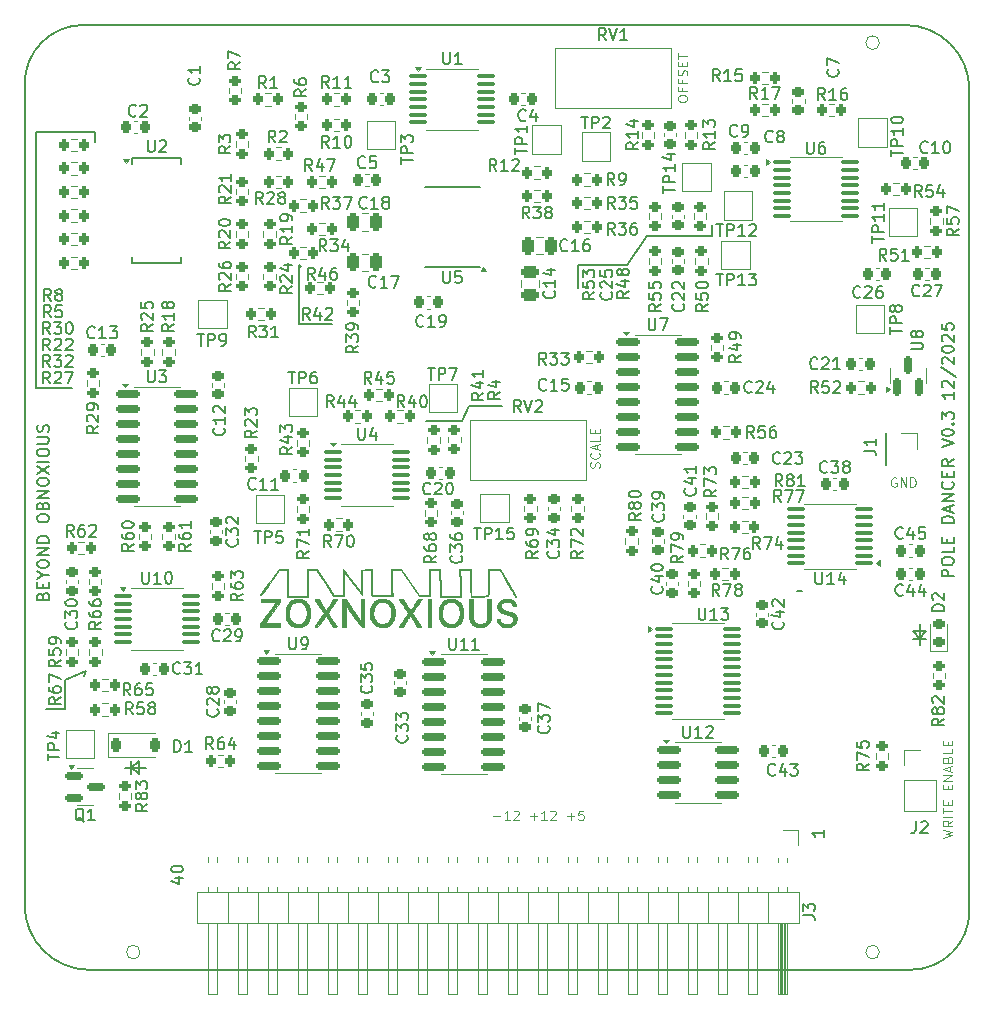
<source format=gbr>
G04 #@! TF.GenerationSoftware,KiCad,Pcbnew,7.0.11*
G04 #@! TF.CreationDate,2025-12-03T22:09:52-08:00*
G04 #@! TF.ProjectId,poledancer,706f6c65-6461-46e6-9365-722e6b696361,0.3*
G04 #@! TF.SameCoordinates,PX3de4ba0PY6578900*
G04 #@! TF.FileFunction,Legend,Top*
G04 #@! TF.FilePolarity,Positive*
%FSLAX46Y46*%
G04 Gerber Fmt 4.6, Leading zero omitted, Abs format (unit mm)*
G04 Created by KiCad (PCBNEW 7.0.11) date 2025-12-03 22:09:52*
%MOMM*%
%LPD*%
G01*
G04 APERTURE LIST*
G04 Aperture macros list*
%AMRoundRect*
0 Rectangle with rounded corners*
0 $1 Rounding radius*
0 $2 $3 $4 $5 $6 $7 $8 $9 X,Y pos of 4 corners*
0 Add a 4 corners polygon primitive as box body*
4,1,4,$2,$3,$4,$5,$6,$7,$8,$9,$2,$3,0*
0 Add four circle primitives for the rounded corners*
1,1,$1+$1,$2,$3*
1,1,$1+$1,$4,$5*
1,1,$1+$1,$6,$7*
1,1,$1+$1,$8,$9*
0 Add four rect primitives between the rounded corners*
20,1,$1+$1,$2,$3,$4,$5,0*
20,1,$1+$1,$4,$5,$6,$7,0*
20,1,$1+$1,$6,$7,$8,$9,0*
20,1,$1+$1,$8,$9,$2,$3,0*%
G04 Aperture macros list end*
%ADD10C,0.150000*%
%ADD11C,0.090000*%
%ADD12C,0.120000*%
%ADD13C,0.010000*%
%ADD14C,0.050000*%
%ADD15RoundRect,0.225000X0.250000X-0.225000X0.250000X0.225000X-0.250000X0.225000X-0.250000X-0.225000X0*%
%ADD16RoundRect,0.200000X0.200000X0.275000X-0.200000X0.275000X-0.200000X-0.275000X0.200000X-0.275000X0*%
%ADD17C,3.200000*%
%ADD18RoundRect,0.100000X0.637500X0.100000X-0.637500X0.100000X-0.637500X-0.100000X0.637500X-0.100000X0*%
%ADD19RoundRect,0.100000X-0.637500X-0.100000X0.637500X-0.100000X0.637500X0.100000X-0.637500X0.100000X0*%
%ADD20R,1.700000X1.700000*%
%ADD21RoundRect,0.225000X0.225000X0.250000X-0.225000X0.250000X-0.225000X-0.250000X0.225000X-0.250000X0*%
%ADD22R,1.200000X0.400000*%
%ADD23RoundRect,0.250000X0.250000X0.475000X-0.250000X0.475000X-0.250000X-0.475000X0.250000X-0.475000X0*%
%ADD24RoundRect,0.150000X-0.825000X-0.150000X0.825000X-0.150000X0.825000X0.150000X-0.825000X0.150000X0*%
%ADD25RoundRect,0.225000X-0.225000X-0.250000X0.225000X-0.250000X0.225000X0.250000X-0.225000X0.250000X0*%
%ADD26RoundRect,0.200000X0.275000X-0.200000X0.275000X0.200000X-0.275000X0.200000X-0.275000X-0.200000X0*%
%ADD27RoundRect,0.200000X-0.200000X-0.275000X0.200000X-0.275000X0.200000X0.275000X-0.200000X0.275000X0*%
%ADD28R,2.000000X2.000000*%
%ADD29RoundRect,0.225000X-0.250000X0.225000X-0.250000X-0.225000X0.250000X-0.225000X0.250000X0.225000X0*%
%ADD30O,1.700000X1.700000*%
%ADD31RoundRect,0.200000X-0.275000X0.200000X-0.275000X-0.200000X0.275000X-0.200000X0.275000X0.200000X0*%
%ADD32RoundRect,0.250000X-0.475000X0.250000X-0.475000X-0.250000X0.475000X-0.250000X0.475000X0.250000X0*%
%ADD33C,1.440000*%
%ADD34RoundRect,0.150000X-0.587500X-0.150000X0.587500X-0.150000X0.587500X0.150000X-0.587500X0.150000X0*%
%ADD35R,1.000000X0.400000*%
%ADD36RoundRect,0.218750X0.256250X-0.218750X0.256250X0.218750X-0.256250X0.218750X-0.256250X-0.218750X0*%
%ADD37RoundRect,0.250000X-0.250000X-0.475000X0.250000X-0.475000X0.250000X0.475000X-0.250000X0.475000X0*%
%ADD38RoundRect,0.150000X0.150000X-0.587500X0.150000X0.587500X-0.150000X0.587500X-0.150000X-0.587500X0*%
%ADD39RoundRect,0.225000X-0.225000X-0.375000X0.225000X-0.375000X0.225000X0.375000X-0.225000X0.375000X0*%
G04 #@! TA.AperFunction,Profile*
%ADD40C,0.150000*%
G04 #@! TD*
G04 #@! TA.AperFunction,Profile*
%ADD41C,0.050000*%
G04 #@! TD*
G04 APERTURE END LIST*
D10*
X47400000Y61200000D02*
X47400000Y59200000D01*
X51500000Y61200000D02*
X47400000Y61200000D01*
X53200000Y63600000D02*
X51500000Y61200000D01*
X58700000Y63600000D02*
X53200000Y63600000D01*
X58700000Y64600000D02*
X58700000Y63600000D01*
X76800000Y30200000D02*
X75700000Y30200000D01*
X76800000Y29500000D02*
X75700000Y29500000D01*
X75700000Y30200000D02*
X76300000Y29500000D01*
X75700000Y29500000D02*
X76200000Y29500000D01*
X76200000Y29500000D02*
X76800000Y30200000D01*
X76300000Y29000000D02*
X76300000Y30800000D01*
X4500000Y50800000D02*
X1500000Y50800000D01*
X9500000Y19200000D02*
X9500000Y18700000D01*
X1500000Y50800000D02*
X1500000Y72400000D01*
X9500000Y18100000D02*
X9500000Y19200000D01*
X6500000Y72400000D02*
X6500000Y71600000D01*
X3900000Y23600000D02*
X3900000Y26000000D01*
X23700000Y61200000D02*
X23900000Y61000000D01*
X1500000Y72400000D02*
X5300000Y72400000D01*
X23700000Y56200000D02*
X23700000Y61200000D01*
X9000000Y18600000D02*
X10800000Y18600000D01*
X5700000Y26800000D02*
X5500000Y26400000D01*
X40900000Y49200000D02*
X38100000Y49200000D01*
X26500000Y56200000D02*
X23700000Y56200000D01*
X66300000Y33600000D02*
X65900000Y33600000D01*
X2300000Y23600000D02*
X3900000Y23600000D01*
X10200000Y19200000D02*
X9500000Y18600000D01*
X38100000Y49200000D02*
X37500000Y48000000D01*
X5300000Y72400000D02*
X6500000Y72400000D01*
X3900000Y26000000D02*
X5700000Y26800000D01*
X37500000Y48000000D02*
X34500000Y48000000D01*
X9500000Y18700000D02*
X10200000Y18100000D01*
X10200000Y18100000D02*
X10200000Y19200000D01*
D11*
X40185714Y14489347D02*
X40795238Y14489347D01*
X41595237Y14184585D02*
X41138094Y14184585D01*
X41366666Y14184585D02*
X41366666Y14984585D01*
X41366666Y14984585D02*
X41290475Y14870300D01*
X41290475Y14870300D02*
X41214285Y14794109D01*
X41214285Y14794109D02*
X41138094Y14756014D01*
X41899999Y14908395D02*
X41938095Y14946490D01*
X41938095Y14946490D02*
X42014285Y14984585D01*
X42014285Y14984585D02*
X42204761Y14984585D01*
X42204761Y14984585D02*
X42280952Y14946490D01*
X42280952Y14946490D02*
X42319047Y14908395D01*
X42319047Y14908395D02*
X42357142Y14832204D01*
X42357142Y14832204D02*
X42357142Y14756014D01*
X42357142Y14756014D02*
X42319047Y14641728D01*
X42319047Y14641728D02*
X41861904Y14184585D01*
X41861904Y14184585D02*
X42357142Y14184585D01*
X43309524Y14489347D02*
X43919048Y14489347D01*
X43614286Y14184585D02*
X43614286Y14794109D01*
X44719047Y14184585D02*
X44261904Y14184585D01*
X44490476Y14184585D02*
X44490476Y14984585D01*
X44490476Y14984585D02*
X44414285Y14870300D01*
X44414285Y14870300D02*
X44338095Y14794109D01*
X44338095Y14794109D02*
X44261904Y14756014D01*
X45023809Y14908395D02*
X45061905Y14946490D01*
X45061905Y14946490D02*
X45138095Y14984585D01*
X45138095Y14984585D02*
X45328571Y14984585D01*
X45328571Y14984585D02*
X45404762Y14946490D01*
X45404762Y14946490D02*
X45442857Y14908395D01*
X45442857Y14908395D02*
X45480952Y14832204D01*
X45480952Y14832204D02*
X45480952Y14756014D01*
X45480952Y14756014D02*
X45442857Y14641728D01*
X45442857Y14641728D02*
X44985714Y14184585D01*
X44985714Y14184585D02*
X45480952Y14184585D01*
X46433334Y14489347D02*
X47042858Y14489347D01*
X46738096Y14184585D02*
X46738096Y14794109D01*
X47804762Y14984585D02*
X47423810Y14984585D01*
X47423810Y14984585D02*
X47385714Y14603633D01*
X47385714Y14603633D02*
X47423810Y14641728D01*
X47423810Y14641728D02*
X47500000Y14679823D01*
X47500000Y14679823D02*
X47690476Y14679823D01*
X47690476Y14679823D02*
X47766667Y14641728D01*
X47766667Y14641728D02*
X47804762Y14603633D01*
X47804762Y14603633D02*
X47842857Y14527442D01*
X47842857Y14527442D02*
X47842857Y14336966D01*
X47842857Y14336966D02*
X47804762Y14260776D01*
X47804762Y14260776D02*
X47766667Y14222680D01*
X47766667Y14222680D02*
X47690476Y14184585D01*
X47690476Y14184585D02*
X47500000Y14184585D01*
X47500000Y14184585D02*
X47423810Y14222680D01*
X47423810Y14222680D02*
X47385714Y14260776D01*
D10*
X13238152Y9264286D02*
X13904819Y9264286D01*
X12857200Y9026191D02*
X13571485Y8788096D01*
X13571485Y8788096D02*
X13571485Y9407143D01*
X12904819Y9978572D02*
X12904819Y10073810D01*
X12904819Y10073810D02*
X12952438Y10169048D01*
X12952438Y10169048D02*
X13000057Y10216667D01*
X13000057Y10216667D02*
X13095295Y10264286D01*
X13095295Y10264286D02*
X13285771Y10311905D01*
X13285771Y10311905D02*
X13523866Y10311905D01*
X13523866Y10311905D02*
X13714342Y10264286D01*
X13714342Y10264286D02*
X13809580Y10216667D01*
X13809580Y10216667D02*
X13857200Y10169048D01*
X13857200Y10169048D02*
X13904819Y10073810D01*
X13904819Y10073810D02*
X13904819Y9978572D01*
X13904819Y9978572D02*
X13857200Y9883334D01*
X13857200Y9883334D02*
X13809580Y9835715D01*
X13809580Y9835715D02*
X13714342Y9788096D01*
X13714342Y9788096D02*
X13523866Y9740477D01*
X13523866Y9740477D02*
X13285771Y9740477D01*
X13285771Y9740477D02*
X13095295Y9788096D01*
X13095295Y9788096D02*
X13000057Y9835715D01*
X13000057Y9835715D02*
X12952438Y9883334D01*
X12952438Y9883334D02*
X12904819Y9978572D01*
D11*
X49159320Y44011591D02*
X49197415Y44125877D01*
X49197415Y44125877D02*
X49197415Y44316353D01*
X49197415Y44316353D02*
X49159320Y44392544D01*
X49159320Y44392544D02*
X49121224Y44430639D01*
X49121224Y44430639D02*
X49045034Y44468734D01*
X49045034Y44468734D02*
X48968843Y44468734D01*
X48968843Y44468734D02*
X48892653Y44430639D01*
X48892653Y44430639D02*
X48854558Y44392544D01*
X48854558Y44392544D02*
X48816462Y44316353D01*
X48816462Y44316353D02*
X48778367Y44163972D01*
X48778367Y44163972D02*
X48740272Y44087782D01*
X48740272Y44087782D02*
X48702177Y44049687D01*
X48702177Y44049687D02*
X48625986Y44011591D01*
X48625986Y44011591D02*
X48549796Y44011591D01*
X48549796Y44011591D02*
X48473605Y44049687D01*
X48473605Y44049687D02*
X48435510Y44087782D01*
X48435510Y44087782D02*
X48397415Y44163972D01*
X48397415Y44163972D02*
X48397415Y44354449D01*
X48397415Y44354449D02*
X48435510Y44468734D01*
X49121224Y45268735D02*
X49159320Y45230639D01*
X49159320Y45230639D02*
X49197415Y45116354D01*
X49197415Y45116354D02*
X49197415Y45040163D01*
X49197415Y45040163D02*
X49159320Y44925877D01*
X49159320Y44925877D02*
X49083129Y44849687D01*
X49083129Y44849687D02*
X49006939Y44811592D01*
X49006939Y44811592D02*
X48854558Y44773496D01*
X48854558Y44773496D02*
X48740272Y44773496D01*
X48740272Y44773496D02*
X48587891Y44811592D01*
X48587891Y44811592D02*
X48511700Y44849687D01*
X48511700Y44849687D02*
X48435510Y44925877D01*
X48435510Y44925877D02*
X48397415Y45040163D01*
X48397415Y45040163D02*
X48397415Y45116354D01*
X48397415Y45116354D02*
X48435510Y45230639D01*
X48435510Y45230639D02*
X48473605Y45268735D01*
X48968843Y45573496D02*
X48968843Y45954449D01*
X49197415Y45497306D02*
X48397415Y45763973D01*
X48397415Y45763973D02*
X49197415Y46030639D01*
X49197415Y46678258D02*
X49197415Y46297306D01*
X49197415Y46297306D02*
X48397415Y46297306D01*
X48778367Y46944925D02*
X48778367Y47211591D01*
X49197415Y47325877D02*
X49197415Y46944925D01*
X49197415Y46944925D02*
X48397415Y46944925D01*
X48397415Y46944925D02*
X48397415Y47325877D01*
D10*
X79154819Y34809524D02*
X78154819Y34809524D01*
X78154819Y34809524D02*
X78154819Y35190476D01*
X78154819Y35190476D02*
X78202438Y35285714D01*
X78202438Y35285714D02*
X78250057Y35333333D01*
X78250057Y35333333D02*
X78345295Y35380952D01*
X78345295Y35380952D02*
X78488152Y35380952D01*
X78488152Y35380952D02*
X78583390Y35333333D01*
X78583390Y35333333D02*
X78631009Y35285714D01*
X78631009Y35285714D02*
X78678628Y35190476D01*
X78678628Y35190476D02*
X78678628Y34809524D01*
X78154819Y36000000D02*
X78154819Y36190476D01*
X78154819Y36190476D02*
X78202438Y36285714D01*
X78202438Y36285714D02*
X78297676Y36380952D01*
X78297676Y36380952D02*
X78488152Y36428571D01*
X78488152Y36428571D02*
X78821485Y36428571D01*
X78821485Y36428571D02*
X79011961Y36380952D01*
X79011961Y36380952D02*
X79107200Y36285714D01*
X79107200Y36285714D02*
X79154819Y36190476D01*
X79154819Y36190476D02*
X79154819Y36000000D01*
X79154819Y36000000D02*
X79107200Y35904762D01*
X79107200Y35904762D02*
X79011961Y35809524D01*
X79011961Y35809524D02*
X78821485Y35761905D01*
X78821485Y35761905D02*
X78488152Y35761905D01*
X78488152Y35761905D02*
X78297676Y35809524D01*
X78297676Y35809524D02*
X78202438Y35904762D01*
X78202438Y35904762D02*
X78154819Y36000000D01*
X79154819Y37333333D02*
X79154819Y36857143D01*
X79154819Y36857143D02*
X78154819Y36857143D01*
X78631009Y37666667D02*
X78631009Y38000000D01*
X79154819Y38142857D02*
X79154819Y37666667D01*
X79154819Y37666667D02*
X78154819Y37666667D01*
X78154819Y37666667D02*
X78154819Y38142857D01*
X79154819Y39333334D02*
X78154819Y39333334D01*
X78154819Y39333334D02*
X78154819Y39571429D01*
X78154819Y39571429D02*
X78202438Y39714286D01*
X78202438Y39714286D02*
X78297676Y39809524D01*
X78297676Y39809524D02*
X78392914Y39857143D01*
X78392914Y39857143D02*
X78583390Y39904762D01*
X78583390Y39904762D02*
X78726247Y39904762D01*
X78726247Y39904762D02*
X78916723Y39857143D01*
X78916723Y39857143D02*
X79011961Y39809524D01*
X79011961Y39809524D02*
X79107200Y39714286D01*
X79107200Y39714286D02*
X79154819Y39571429D01*
X79154819Y39571429D02*
X79154819Y39333334D01*
X78869104Y40285715D02*
X78869104Y40761905D01*
X79154819Y40190477D02*
X78154819Y40523810D01*
X78154819Y40523810D02*
X79154819Y40857143D01*
X79154819Y41190477D02*
X78154819Y41190477D01*
X78154819Y41190477D02*
X79154819Y41761905D01*
X79154819Y41761905D02*
X78154819Y41761905D01*
X79059580Y42809524D02*
X79107200Y42761905D01*
X79107200Y42761905D02*
X79154819Y42619048D01*
X79154819Y42619048D02*
X79154819Y42523810D01*
X79154819Y42523810D02*
X79107200Y42380953D01*
X79107200Y42380953D02*
X79011961Y42285715D01*
X79011961Y42285715D02*
X78916723Y42238096D01*
X78916723Y42238096D02*
X78726247Y42190477D01*
X78726247Y42190477D02*
X78583390Y42190477D01*
X78583390Y42190477D02*
X78392914Y42238096D01*
X78392914Y42238096D02*
X78297676Y42285715D01*
X78297676Y42285715D02*
X78202438Y42380953D01*
X78202438Y42380953D02*
X78154819Y42523810D01*
X78154819Y42523810D02*
X78154819Y42619048D01*
X78154819Y42619048D02*
X78202438Y42761905D01*
X78202438Y42761905D02*
X78250057Y42809524D01*
X78631009Y43238096D02*
X78631009Y43571429D01*
X79154819Y43714286D02*
X79154819Y43238096D01*
X79154819Y43238096D02*
X78154819Y43238096D01*
X78154819Y43238096D02*
X78154819Y43714286D01*
X79154819Y44714286D02*
X78678628Y44380953D01*
X79154819Y44142858D02*
X78154819Y44142858D01*
X78154819Y44142858D02*
X78154819Y44523810D01*
X78154819Y44523810D02*
X78202438Y44619048D01*
X78202438Y44619048D02*
X78250057Y44666667D01*
X78250057Y44666667D02*
X78345295Y44714286D01*
X78345295Y44714286D02*
X78488152Y44714286D01*
X78488152Y44714286D02*
X78583390Y44666667D01*
X78583390Y44666667D02*
X78631009Y44619048D01*
X78631009Y44619048D02*
X78678628Y44523810D01*
X78678628Y44523810D02*
X78678628Y44142858D01*
X78154819Y45761906D02*
X79154819Y46095239D01*
X79154819Y46095239D02*
X78154819Y46428572D01*
X78154819Y46952382D02*
X78154819Y47047620D01*
X78154819Y47047620D02*
X78202438Y47142858D01*
X78202438Y47142858D02*
X78250057Y47190477D01*
X78250057Y47190477D02*
X78345295Y47238096D01*
X78345295Y47238096D02*
X78535771Y47285715D01*
X78535771Y47285715D02*
X78773866Y47285715D01*
X78773866Y47285715D02*
X78964342Y47238096D01*
X78964342Y47238096D02*
X79059580Y47190477D01*
X79059580Y47190477D02*
X79107200Y47142858D01*
X79107200Y47142858D02*
X79154819Y47047620D01*
X79154819Y47047620D02*
X79154819Y46952382D01*
X79154819Y46952382D02*
X79107200Y46857144D01*
X79107200Y46857144D02*
X79059580Y46809525D01*
X79059580Y46809525D02*
X78964342Y46761906D01*
X78964342Y46761906D02*
X78773866Y46714287D01*
X78773866Y46714287D02*
X78535771Y46714287D01*
X78535771Y46714287D02*
X78345295Y46761906D01*
X78345295Y46761906D02*
X78250057Y46809525D01*
X78250057Y46809525D02*
X78202438Y46857144D01*
X78202438Y46857144D02*
X78154819Y46952382D01*
X79059580Y47714287D02*
X79107200Y47761906D01*
X79107200Y47761906D02*
X79154819Y47714287D01*
X79154819Y47714287D02*
X79107200Y47666668D01*
X79107200Y47666668D02*
X79059580Y47714287D01*
X79059580Y47714287D02*
X79154819Y47714287D01*
X78154819Y48095239D02*
X78154819Y48714286D01*
X78154819Y48714286D02*
X78535771Y48380953D01*
X78535771Y48380953D02*
X78535771Y48523810D01*
X78535771Y48523810D02*
X78583390Y48619048D01*
X78583390Y48619048D02*
X78631009Y48666667D01*
X78631009Y48666667D02*
X78726247Y48714286D01*
X78726247Y48714286D02*
X78964342Y48714286D01*
X78964342Y48714286D02*
X79059580Y48666667D01*
X79059580Y48666667D02*
X79107200Y48619048D01*
X79107200Y48619048D02*
X79154819Y48523810D01*
X79154819Y48523810D02*
X79154819Y48238096D01*
X79154819Y48238096D02*
X79107200Y48142858D01*
X79107200Y48142858D02*
X79059580Y48095239D01*
X79154819Y50428572D02*
X79154819Y49857144D01*
X79154819Y50142858D02*
X78154819Y50142858D01*
X78154819Y50142858D02*
X78297676Y50047620D01*
X78297676Y50047620D02*
X78392914Y49952382D01*
X78392914Y49952382D02*
X78440533Y49857144D01*
X78250057Y50809525D02*
X78202438Y50857144D01*
X78202438Y50857144D02*
X78154819Y50952382D01*
X78154819Y50952382D02*
X78154819Y51190477D01*
X78154819Y51190477D02*
X78202438Y51285715D01*
X78202438Y51285715D02*
X78250057Y51333334D01*
X78250057Y51333334D02*
X78345295Y51380953D01*
X78345295Y51380953D02*
X78440533Y51380953D01*
X78440533Y51380953D02*
X78583390Y51333334D01*
X78583390Y51333334D02*
X79154819Y50761906D01*
X79154819Y50761906D02*
X79154819Y51380953D01*
X78107200Y52523810D02*
X79392914Y51666668D01*
X78250057Y52809525D02*
X78202438Y52857144D01*
X78202438Y52857144D02*
X78154819Y52952382D01*
X78154819Y52952382D02*
X78154819Y53190477D01*
X78154819Y53190477D02*
X78202438Y53285715D01*
X78202438Y53285715D02*
X78250057Y53333334D01*
X78250057Y53333334D02*
X78345295Y53380953D01*
X78345295Y53380953D02*
X78440533Y53380953D01*
X78440533Y53380953D02*
X78583390Y53333334D01*
X78583390Y53333334D02*
X79154819Y52761906D01*
X79154819Y52761906D02*
X79154819Y53380953D01*
X78154819Y54000001D02*
X78154819Y54095239D01*
X78154819Y54095239D02*
X78202438Y54190477D01*
X78202438Y54190477D02*
X78250057Y54238096D01*
X78250057Y54238096D02*
X78345295Y54285715D01*
X78345295Y54285715D02*
X78535771Y54333334D01*
X78535771Y54333334D02*
X78773866Y54333334D01*
X78773866Y54333334D02*
X78964342Y54285715D01*
X78964342Y54285715D02*
X79059580Y54238096D01*
X79059580Y54238096D02*
X79107200Y54190477D01*
X79107200Y54190477D02*
X79154819Y54095239D01*
X79154819Y54095239D02*
X79154819Y54000001D01*
X79154819Y54000001D02*
X79107200Y53904763D01*
X79107200Y53904763D02*
X79059580Y53857144D01*
X79059580Y53857144D02*
X78964342Y53809525D01*
X78964342Y53809525D02*
X78773866Y53761906D01*
X78773866Y53761906D02*
X78535771Y53761906D01*
X78535771Y53761906D02*
X78345295Y53809525D01*
X78345295Y53809525D02*
X78250057Y53857144D01*
X78250057Y53857144D02*
X78202438Y53904763D01*
X78202438Y53904763D02*
X78154819Y54000001D01*
X78250057Y54714287D02*
X78202438Y54761906D01*
X78202438Y54761906D02*
X78154819Y54857144D01*
X78154819Y54857144D02*
X78154819Y55095239D01*
X78154819Y55095239D02*
X78202438Y55190477D01*
X78202438Y55190477D02*
X78250057Y55238096D01*
X78250057Y55238096D02*
X78345295Y55285715D01*
X78345295Y55285715D02*
X78440533Y55285715D01*
X78440533Y55285715D02*
X78583390Y55238096D01*
X78583390Y55238096D02*
X79154819Y54666668D01*
X79154819Y54666668D02*
X79154819Y55285715D01*
X78154819Y56190477D02*
X78154819Y55714287D01*
X78154819Y55714287D02*
X78631009Y55666668D01*
X78631009Y55666668D02*
X78583390Y55714287D01*
X78583390Y55714287D02*
X78535771Y55809525D01*
X78535771Y55809525D02*
X78535771Y56047620D01*
X78535771Y56047620D02*
X78583390Y56142858D01*
X78583390Y56142858D02*
X78631009Y56190477D01*
X78631009Y56190477D02*
X78726247Y56238096D01*
X78726247Y56238096D02*
X78964342Y56238096D01*
X78964342Y56238096D02*
X79059580Y56190477D01*
X79059580Y56190477D02*
X79107200Y56142858D01*
X79107200Y56142858D02*
X79154819Y56047620D01*
X79154819Y56047620D02*
X79154819Y55809525D01*
X79154819Y55809525D02*
X79107200Y55714287D01*
X79107200Y55714287D02*
X79059580Y55666668D01*
X2031009Y33152382D02*
X2078628Y33295239D01*
X2078628Y33295239D02*
X2126247Y33342858D01*
X2126247Y33342858D02*
X2221485Y33390477D01*
X2221485Y33390477D02*
X2364342Y33390477D01*
X2364342Y33390477D02*
X2459580Y33342858D01*
X2459580Y33342858D02*
X2507200Y33295239D01*
X2507200Y33295239D02*
X2554819Y33200001D01*
X2554819Y33200001D02*
X2554819Y32819049D01*
X2554819Y32819049D02*
X1554819Y32819049D01*
X1554819Y32819049D02*
X1554819Y33152382D01*
X1554819Y33152382D02*
X1602438Y33247620D01*
X1602438Y33247620D02*
X1650057Y33295239D01*
X1650057Y33295239D02*
X1745295Y33342858D01*
X1745295Y33342858D02*
X1840533Y33342858D01*
X1840533Y33342858D02*
X1935771Y33295239D01*
X1935771Y33295239D02*
X1983390Y33247620D01*
X1983390Y33247620D02*
X2031009Y33152382D01*
X2031009Y33152382D02*
X2031009Y32819049D01*
X2031009Y33819049D02*
X2031009Y34152382D01*
X2554819Y34295239D02*
X2554819Y33819049D01*
X2554819Y33819049D02*
X1554819Y33819049D01*
X1554819Y33819049D02*
X1554819Y34295239D01*
X2078628Y34914287D02*
X2554819Y34914287D01*
X1554819Y34580954D02*
X2078628Y34914287D01*
X2078628Y34914287D02*
X1554819Y35247620D01*
X1554819Y35771430D02*
X1554819Y35961906D01*
X1554819Y35961906D02*
X1602438Y36057144D01*
X1602438Y36057144D02*
X1697676Y36152382D01*
X1697676Y36152382D02*
X1888152Y36200001D01*
X1888152Y36200001D02*
X2221485Y36200001D01*
X2221485Y36200001D02*
X2411961Y36152382D01*
X2411961Y36152382D02*
X2507200Y36057144D01*
X2507200Y36057144D02*
X2554819Y35961906D01*
X2554819Y35961906D02*
X2554819Y35771430D01*
X2554819Y35771430D02*
X2507200Y35676192D01*
X2507200Y35676192D02*
X2411961Y35580954D01*
X2411961Y35580954D02*
X2221485Y35533335D01*
X2221485Y35533335D02*
X1888152Y35533335D01*
X1888152Y35533335D02*
X1697676Y35580954D01*
X1697676Y35580954D02*
X1602438Y35676192D01*
X1602438Y35676192D02*
X1554819Y35771430D01*
X2554819Y36628573D02*
X1554819Y36628573D01*
X1554819Y36628573D02*
X2554819Y37200001D01*
X2554819Y37200001D02*
X1554819Y37200001D01*
X2554819Y37676192D02*
X1554819Y37676192D01*
X1554819Y37676192D02*
X1554819Y37914287D01*
X1554819Y37914287D02*
X1602438Y38057144D01*
X1602438Y38057144D02*
X1697676Y38152382D01*
X1697676Y38152382D02*
X1792914Y38200001D01*
X1792914Y38200001D02*
X1983390Y38247620D01*
X1983390Y38247620D02*
X2126247Y38247620D01*
X2126247Y38247620D02*
X2316723Y38200001D01*
X2316723Y38200001D02*
X2411961Y38152382D01*
X2411961Y38152382D02*
X2507200Y38057144D01*
X2507200Y38057144D02*
X2554819Y37914287D01*
X2554819Y37914287D02*
X2554819Y37676192D01*
X1554819Y39628573D02*
X1554819Y39819049D01*
X1554819Y39819049D02*
X1602438Y39914287D01*
X1602438Y39914287D02*
X1697676Y40009525D01*
X1697676Y40009525D02*
X1888152Y40057144D01*
X1888152Y40057144D02*
X2221485Y40057144D01*
X2221485Y40057144D02*
X2411961Y40009525D01*
X2411961Y40009525D02*
X2507200Y39914287D01*
X2507200Y39914287D02*
X2554819Y39819049D01*
X2554819Y39819049D02*
X2554819Y39628573D01*
X2554819Y39628573D02*
X2507200Y39533335D01*
X2507200Y39533335D02*
X2411961Y39438097D01*
X2411961Y39438097D02*
X2221485Y39390478D01*
X2221485Y39390478D02*
X1888152Y39390478D01*
X1888152Y39390478D02*
X1697676Y39438097D01*
X1697676Y39438097D02*
X1602438Y39533335D01*
X1602438Y39533335D02*
X1554819Y39628573D01*
X2031009Y40819049D02*
X2078628Y40961906D01*
X2078628Y40961906D02*
X2126247Y41009525D01*
X2126247Y41009525D02*
X2221485Y41057144D01*
X2221485Y41057144D02*
X2364342Y41057144D01*
X2364342Y41057144D02*
X2459580Y41009525D01*
X2459580Y41009525D02*
X2507200Y40961906D01*
X2507200Y40961906D02*
X2554819Y40866668D01*
X2554819Y40866668D02*
X2554819Y40485716D01*
X2554819Y40485716D02*
X1554819Y40485716D01*
X1554819Y40485716D02*
X1554819Y40819049D01*
X1554819Y40819049D02*
X1602438Y40914287D01*
X1602438Y40914287D02*
X1650057Y40961906D01*
X1650057Y40961906D02*
X1745295Y41009525D01*
X1745295Y41009525D02*
X1840533Y41009525D01*
X1840533Y41009525D02*
X1935771Y40961906D01*
X1935771Y40961906D02*
X1983390Y40914287D01*
X1983390Y40914287D02*
X2031009Y40819049D01*
X2031009Y40819049D02*
X2031009Y40485716D01*
X2554819Y41485716D02*
X1554819Y41485716D01*
X1554819Y41485716D02*
X2554819Y42057144D01*
X2554819Y42057144D02*
X1554819Y42057144D01*
X1554819Y42723811D02*
X1554819Y42914287D01*
X1554819Y42914287D02*
X1602438Y43009525D01*
X1602438Y43009525D02*
X1697676Y43104763D01*
X1697676Y43104763D02*
X1888152Y43152382D01*
X1888152Y43152382D02*
X2221485Y43152382D01*
X2221485Y43152382D02*
X2411961Y43104763D01*
X2411961Y43104763D02*
X2507200Y43009525D01*
X2507200Y43009525D02*
X2554819Y42914287D01*
X2554819Y42914287D02*
X2554819Y42723811D01*
X2554819Y42723811D02*
X2507200Y42628573D01*
X2507200Y42628573D02*
X2411961Y42533335D01*
X2411961Y42533335D02*
X2221485Y42485716D01*
X2221485Y42485716D02*
X1888152Y42485716D01*
X1888152Y42485716D02*
X1697676Y42533335D01*
X1697676Y42533335D02*
X1602438Y42628573D01*
X1602438Y42628573D02*
X1554819Y42723811D01*
X1554819Y43485716D02*
X2554819Y44152382D01*
X1554819Y44152382D02*
X2554819Y43485716D01*
X2554819Y44533335D02*
X1554819Y44533335D01*
X1554819Y45200001D02*
X1554819Y45390477D01*
X1554819Y45390477D02*
X1602438Y45485715D01*
X1602438Y45485715D02*
X1697676Y45580953D01*
X1697676Y45580953D02*
X1888152Y45628572D01*
X1888152Y45628572D02*
X2221485Y45628572D01*
X2221485Y45628572D02*
X2411961Y45580953D01*
X2411961Y45580953D02*
X2507200Y45485715D01*
X2507200Y45485715D02*
X2554819Y45390477D01*
X2554819Y45390477D02*
X2554819Y45200001D01*
X2554819Y45200001D02*
X2507200Y45104763D01*
X2507200Y45104763D02*
X2411961Y45009525D01*
X2411961Y45009525D02*
X2221485Y44961906D01*
X2221485Y44961906D02*
X1888152Y44961906D01*
X1888152Y44961906D02*
X1697676Y45009525D01*
X1697676Y45009525D02*
X1602438Y45104763D01*
X1602438Y45104763D02*
X1554819Y45200001D01*
X1554819Y46057144D02*
X2364342Y46057144D01*
X2364342Y46057144D02*
X2459580Y46104763D01*
X2459580Y46104763D02*
X2507200Y46152382D01*
X2507200Y46152382D02*
X2554819Y46247620D01*
X2554819Y46247620D02*
X2554819Y46438096D01*
X2554819Y46438096D02*
X2507200Y46533334D01*
X2507200Y46533334D02*
X2459580Y46580953D01*
X2459580Y46580953D02*
X2364342Y46628572D01*
X2364342Y46628572D02*
X1554819Y46628572D01*
X2507200Y47057144D02*
X2554819Y47200001D01*
X2554819Y47200001D02*
X2554819Y47438096D01*
X2554819Y47438096D02*
X2507200Y47533334D01*
X2507200Y47533334D02*
X2459580Y47580953D01*
X2459580Y47580953D02*
X2364342Y47628572D01*
X2364342Y47628572D02*
X2269104Y47628572D01*
X2269104Y47628572D02*
X2173866Y47580953D01*
X2173866Y47580953D02*
X2126247Y47533334D01*
X2126247Y47533334D02*
X2078628Y47438096D01*
X2078628Y47438096D02*
X2031009Y47247620D01*
X2031009Y47247620D02*
X1983390Y47152382D01*
X1983390Y47152382D02*
X1935771Y47104763D01*
X1935771Y47104763D02*
X1840533Y47057144D01*
X1840533Y47057144D02*
X1745295Y47057144D01*
X1745295Y47057144D02*
X1650057Y47104763D01*
X1650057Y47104763D02*
X1602438Y47152382D01*
X1602438Y47152382D02*
X1554819Y47247620D01*
X1554819Y47247620D02*
X1554819Y47485715D01*
X1554819Y47485715D02*
X1602438Y47628572D01*
D11*
X78265415Y12685714D02*
X79065415Y12876190D01*
X79065415Y12876190D02*
X78493986Y13028571D01*
X78493986Y13028571D02*
X79065415Y13180952D01*
X79065415Y13180952D02*
X78265415Y13371428D01*
X79065415Y14133334D02*
X78684462Y13866667D01*
X79065415Y13676191D02*
X78265415Y13676191D01*
X78265415Y13676191D02*
X78265415Y13980953D01*
X78265415Y13980953D02*
X78303510Y14057143D01*
X78303510Y14057143D02*
X78341605Y14095238D01*
X78341605Y14095238D02*
X78417796Y14133334D01*
X78417796Y14133334D02*
X78532081Y14133334D01*
X78532081Y14133334D02*
X78608272Y14095238D01*
X78608272Y14095238D02*
X78646367Y14057143D01*
X78646367Y14057143D02*
X78684462Y13980953D01*
X78684462Y13980953D02*
X78684462Y13676191D01*
X79065415Y14476191D02*
X78265415Y14476191D01*
X78265415Y14742857D02*
X78265415Y15200000D01*
X79065415Y14971428D02*
X78265415Y14971428D01*
X78646367Y15466667D02*
X78646367Y15733333D01*
X79065415Y15847619D02*
X79065415Y15466667D01*
X79065415Y15466667D02*
X78265415Y15466667D01*
X78265415Y15466667D02*
X78265415Y15847619D01*
X78646367Y16800001D02*
X78646367Y17066667D01*
X79065415Y17180953D02*
X79065415Y16800001D01*
X79065415Y16800001D02*
X78265415Y16800001D01*
X78265415Y16800001D02*
X78265415Y17180953D01*
X79065415Y17523811D02*
X78265415Y17523811D01*
X78265415Y17523811D02*
X79065415Y17980954D01*
X79065415Y17980954D02*
X78265415Y17980954D01*
X78836843Y18323810D02*
X78836843Y18704763D01*
X79065415Y18247620D02*
X78265415Y18514287D01*
X78265415Y18514287D02*
X79065415Y18780953D01*
X78646367Y19314286D02*
X78684462Y19428572D01*
X78684462Y19428572D02*
X78722558Y19466667D01*
X78722558Y19466667D02*
X78798748Y19504763D01*
X78798748Y19504763D02*
X78913034Y19504763D01*
X78913034Y19504763D02*
X78989224Y19466667D01*
X78989224Y19466667D02*
X79027320Y19428572D01*
X79027320Y19428572D02*
X79065415Y19352382D01*
X79065415Y19352382D02*
X79065415Y19047620D01*
X79065415Y19047620D02*
X78265415Y19047620D01*
X78265415Y19047620D02*
X78265415Y19314286D01*
X78265415Y19314286D02*
X78303510Y19390477D01*
X78303510Y19390477D02*
X78341605Y19428572D01*
X78341605Y19428572D02*
X78417796Y19466667D01*
X78417796Y19466667D02*
X78493986Y19466667D01*
X78493986Y19466667D02*
X78570177Y19428572D01*
X78570177Y19428572D02*
X78608272Y19390477D01*
X78608272Y19390477D02*
X78646367Y19314286D01*
X78646367Y19314286D02*
X78646367Y19047620D01*
X79065415Y20228572D02*
X79065415Y19847620D01*
X79065415Y19847620D02*
X78265415Y19847620D01*
X78646367Y20495239D02*
X78646367Y20761905D01*
X79065415Y20876191D02*
X79065415Y20495239D01*
X79065415Y20495239D02*
X78265415Y20495239D01*
X78265415Y20495239D02*
X78265415Y20876191D01*
X55797415Y75202068D02*
X55797415Y75354449D01*
X55797415Y75354449D02*
X55835510Y75430639D01*
X55835510Y75430639D02*
X55911700Y75506830D01*
X55911700Y75506830D02*
X56064081Y75544925D01*
X56064081Y75544925D02*
X56330748Y75544925D01*
X56330748Y75544925D02*
X56483129Y75506830D01*
X56483129Y75506830D02*
X56559320Y75430639D01*
X56559320Y75430639D02*
X56597415Y75354449D01*
X56597415Y75354449D02*
X56597415Y75202068D01*
X56597415Y75202068D02*
X56559320Y75125877D01*
X56559320Y75125877D02*
X56483129Y75049687D01*
X56483129Y75049687D02*
X56330748Y75011591D01*
X56330748Y75011591D02*
X56064081Y75011591D01*
X56064081Y75011591D02*
X55911700Y75049687D01*
X55911700Y75049687D02*
X55835510Y75125877D01*
X55835510Y75125877D02*
X55797415Y75202068D01*
X56178367Y76154448D02*
X56178367Y75887782D01*
X56597415Y75887782D02*
X55797415Y75887782D01*
X55797415Y75887782D02*
X55797415Y76268734D01*
X56178367Y76840162D02*
X56178367Y76573496D01*
X56597415Y76573496D02*
X55797415Y76573496D01*
X55797415Y76573496D02*
X55797415Y76954448D01*
X56559320Y77221114D02*
X56597415Y77335400D01*
X56597415Y77335400D02*
X56597415Y77525876D01*
X56597415Y77525876D02*
X56559320Y77602067D01*
X56559320Y77602067D02*
X56521224Y77640162D01*
X56521224Y77640162D02*
X56445034Y77678257D01*
X56445034Y77678257D02*
X56368843Y77678257D01*
X56368843Y77678257D02*
X56292653Y77640162D01*
X56292653Y77640162D02*
X56254558Y77602067D01*
X56254558Y77602067D02*
X56216462Y77525876D01*
X56216462Y77525876D02*
X56178367Y77373495D01*
X56178367Y77373495D02*
X56140272Y77297305D01*
X56140272Y77297305D02*
X56102177Y77259210D01*
X56102177Y77259210D02*
X56025986Y77221114D01*
X56025986Y77221114D02*
X55949796Y77221114D01*
X55949796Y77221114D02*
X55873605Y77259210D01*
X55873605Y77259210D02*
X55835510Y77297305D01*
X55835510Y77297305D02*
X55797415Y77373495D01*
X55797415Y77373495D02*
X55797415Y77563972D01*
X55797415Y77563972D02*
X55835510Y77678257D01*
X56178367Y78021115D02*
X56178367Y78287781D01*
X56597415Y78402067D02*
X56597415Y78021115D01*
X56597415Y78021115D02*
X55797415Y78021115D01*
X55797415Y78021115D02*
X55797415Y78402067D01*
X55797415Y78630639D02*
X55797415Y79087782D01*
X56597415Y78859210D02*
X55797415Y78859210D01*
D10*
X68154819Y13335715D02*
X68154819Y12764287D01*
X68154819Y13050001D02*
X67154819Y13050001D01*
X67154819Y13050001D02*
X67297676Y12954763D01*
X67297676Y12954763D02*
X67392914Y12859525D01*
X67392914Y12859525D02*
X67440533Y12764287D01*
D11*
X74290476Y43146490D02*
X74214286Y43184585D01*
X74214286Y43184585D02*
X74100000Y43184585D01*
X74100000Y43184585D02*
X73985714Y43146490D01*
X73985714Y43146490D02*
X73909524Y43070300D01*
X73909524Y43070300D02*
X73871429Y42994109D01*
X73871429Y42994109D02*
X73833333Y42841728D01*
X73833333Y42841728D02*
X73833333Y42727442D01*
X73833333Y42727442D02*
X73871429Y42575061D01*
X73871429Y42575061D02*
X73909524Y42498871D01*
X73909524Y42498871D02*
X73985714Y42422680D01*
X73985714Y42422680D02*
X74100000Y42384585D01*
X74100000Y42384585D02*
X74176191Y42384585D01*
X74176191Y42384585D02*
X74290476Y42422680D01*
X74290476Y42422680D02*
X74328572Y42460776D01*
X74328572Y42460776D02*
X74328572Y42727442D01*
X74328572Y42727442D02*
X74176191Y42727442D01*
X74671429Y42384585D02*
X74671429Y43184585D01*
X74671429Y43184585D02*
X75128572Y42384585D01*
X75128572Y42384585D02*
X75128572Y43184585D01*
X75509524Y42384585D02*
X75509524Y43184585D01*
X75509524Y43184585D02*
X75700000Y43184585D01*
X75700000Y43184585D02*
X75814286Y43146490D01*
X75814286Y43146490D02*
X75890476Y43070300D01*
X75890476Y43070300D02*
X75928571Y42994109D01*
X75928571Y42994109D02*
X75966667Y42841728D01*
X75966667Y42841728D02*
X75966667Y42727442D01*
X75966667Y42727442D02*
X75928571Y42575061D01*
X75928571Y42575061D02*
X75890476Y42498871D01*
X75890476Y42498871D02*
X75814286Y42422680D01*
X75814286Y42422680D02*
X75700000Y42384585D01*
X75700000Y42384585D02*
X75509524Y42384585D01*
D10*
X45659580Y36957143D02*
X45707200Y36909524D01*
X45707200Y36909524D02*
X45754819Y36766667D01*
X45754819Y36766667D02*
X45754819Y36671429D01*
X45754819Y36671429D02*
X45707200Y36528572D01*
X45707200Y36528572D02*
X45611961Y36433334D01*
X45611961Y36433334D02*
X45516723Y36385715D01*
X45516723Y36385715D02*
X45326247Y36338096D01*
X45326247Y36338096D02*
X45183390Y36338096D01*
X45183390Y36338096D02*
X44992914Y36385715D01*
X44992914Y36385715D02*
X44897676Y36433334D01*
X44897676Y36433334D02*
X44802438Y36528572D01*
X44802438Y36528572D02*
X44754819Y36671429D01*
X44754819Y36671429D02*
X44754819Y36766667D01*
X44754819Y36766667D02*
X44802438Y36909524D01*
X44802438Y36909524D02*
X44850057Y36957143D01*
X44754819Y37290477D02*
X44754819Y37909524D01*
X44754819Y37909524D02*
X45135771Y37576191D01*
X45135771Y37576191D02*
X45135771Y37719048D01*
X45135771Y37719048D02*
X45183390Y37814286D01*
X45183390Y37814286D02*
X45231009Y37861905D01*
X45231009Y37861905D02*
X45326247Y37909524D01*
X45326247Y37909524D02*
X45564342Y37909524D01*
X45564342Y37909524D02*
X45659580Y37861905D01*
X45659580Y37861905D02*
X45707200Y37814286D01*
X45707200Y37814286D02*
X45754819Y37719048D01*
X45754819Y37719048D02*
X45754819Y37433334D01*
X45754819Y37433334D02*
X45707200Y37338096D01*
X45707200Y37338096D02*
X45659580Y37290477D01*
X45088152Y38766667D02*
X45754819Y38766667D01*
X44707200Y38528572D02*
X45421485Y38290477D01*
X45421485Y38290477D02*
X45421485Y38909524D01*
X21733333Y71545181D02*
X21400000Y72021372D01*
X21161905Y71545181D02*
X21161905Y72545181D01*
X21161905Y72545181D02*
X21542857Y72545181D01*
X21542857Y72545181D02*
X21638095Y72497562D01*
X21638095Y72497562D02*
X21685714Y72449943D01*
X21685714Y72449943D02*
X21733333Y72354705D01*
X21733333Y72354705D02*
X21733333Y72211848D01*
X21733333Y72211848D02*
X21685714Y72116610D01*
X21685714Y72116610D02*
X21638095Y72068991D01*
X21638095Y72068991D02*
X21542857Y72021372D01*
X21542857Y72021372D02*
X21161905Y72021372D01*
X22114286Y72449943D02*
X22161905Y72497562D01*
X22161905Y72497562D02*
X22257143Y72545181D01*
X22257143Y72545181D02*
X22495238Y72545181D01*
X22495238Y72545181D02*
X22590476Y72497562D01*
X22590476Y72497562D02*
X22638095Y72449943D01*
X22638095Y72449943D02*
X22685714Y72354705D01*
X22685714Y72354705D02*
X22685714Y72259467D01*
X22685714Y72259467D02*
X22638095Y72116610D01*
X22638095Y72116610D02*
X22066667Y71545181D01*
X22066667Y71545181D02*
X22685714Y71545181D01*
X54559580Y40057143D02*
X54607200Y40009524D01*
X54607200Y40009524D02*
X54654819Y39866667D01*
X54654819Y39866667D02*
X54654819Y39771429D01*
X54654819Y39771429D02*
X54607200Y39628572D01*
X54607200Y39628572D02*
X54511961Y39533334D01*
X54511961Y39533334D02*
X54416723Y39485715D01*
X54416723Y39485715D02*
X54226247Y39438096D01*
X54226247Y39438096D02*
X54083390Y39438096D01*
X54083390Y39438096D02*
X53892914Y39485715D01*
X53892914Y39485715D02*
X53797676Y39533334D01*
X53797676Y39533334D02*
X53702438Y39628572D01*
X53702438Y39628572D02*
X53654819Y39771429D01*
X53654819Y39771429D02*
X53654819Y39866667D01*
X53654819Y39866667D02*
X53702438Y40009524D01*
X53702438Y40009524D02*
X53750057Y40057143D01*
X53654819Y40390477D02*
X53654819Y41009524D01*
X53654819Y41009524D02*
X54035771Y40676191D01*
X54035771Y40676191D02*
X54035771Y40819048D01*
X54035771Y40819048D02*
X54083390Y40914286D01*
X54083390Y40914286D02*
X54131009Y40961905D01*
X54131009Y40961905D02*
X54226247Y41009524D01*
X54226247Y41009524D02*
X54464342Y41009524D01*
X54464342Y41009524D02*
X54559580Y40961905D01*
X54559580Y40961905D02*
X54607200Y40914286D01*
X54607200Y40914286D02*
X54654819Y40819048D01*
X54654819Y40819048D02*
X54654819Y40533334D01*
X54654819Y40533334D02*
X54607200Y40438096D01*
X54607200Y40438096D02*
X54559580Y40390477D01*
X54654819Y41485715D02*
X54654819Y41676191D01*
X54654819Y41676191D02*
X54607200Y41771429D01*
X54607200Y41771429D02*
X54559580Y41819048D01*
X54559580Y41819048D02*
X54416723Y41914286D01*
X54416723Y41914286D02*
X54226247Y41961905D01*
X54226247Y41961905D02*
X53845295Y41961905D01*
X53845295Y41961905D02*
X53750057Y41914286D01*
X53750057Y41914286D02*
X53702438Y41866667D01*
X53702438Y41866667D02*
X53654819Y41771429D01*
X53654819Y41771429D02*
X53654819Y41580953D01*
X53654819Y41580953D02*
X53702438Y41485715D01*
X53702438Y41485715D02*
X53750057Y41438096D01*
X53750057Y41438096D02*
X53845295Y41390477D01*
X53845295Y41390477D02*
X54083390Y41390477D01*
X54083390Y41390477D02*
X54178628Y41438096D01*
X54178628Y41438096D02*
X54226247Y41485715D01*
X54226247Y41485715D02*
X54273866Y41580953D01*
X54273866Y41580953D02*
X54273866Y41771429D01*
X54273866Y41771429D02*
X54226247Y41866667D01*
X54226247Y41866667D02*
X54178628Y41914286D01*
X54178628Y41914286D02*
X54083390Y41961905D01*
X67461905Y35145181D02*
X67461905Y34335658D01*
X67461905Y34335658D02*
X67509524Y34240420D01*
X67509524Y34240420D02*
X67557143Y34192800D01*
X67557143Y34192800D02*
X67652381Y34145181D01*
X67652381Y34145181D02*
X67842857Y34145181D01*
X67842857Y34145181D02*
X67938095Y34192800D01*
X67938095Y34192800D02*
X67985714Y34240420D01*
X67985714Y34240420D02*
X68033333Y34335658D01*
X68033333Y34335658D02*
X68033333Y35145181D01*
X69033333Y34145181D02*
X68461905Y34145181D01*
X68747619Y34145181D02*
X68747619Y35145181D01*
X68747619Y35145181D02*
X68652381Y35002324D01*
X68652381Y35002324D02*
X68557143Y34907086D01*
X68557143Y34907086D02*
X68461905Y34859467D01*
X69890476Y34811848D02*
X69890476Y34145181D01*
X69652381Y35192800D02*
X69414286Y34478515D01*
X69414286Y34478515D02*
X70033333Y34478515D01*
X35938095Y79195181D02*
X35938095Y78385658D01*
X35938095Y78385658D02*
X35985714Y78290420D01*
X35985714Y78290420D02*
X36033333Y78242800D01*
X36033333Y78242800D02*
X36128571Y78195181D01*
X36128571Y78195181D02*
X36319047Y78195181D01*
X36319047Y78195181D02*
X36414285Y78242800D01*
X36414285Y78242800D02*
X36461904Y78290420D01*
X36461904Y78290420D02*
X36509523Y78385658D01*
X36509523Y78385658D02*
X36509523Y79195181D01*
X37509523Y78195181D02*
X36938095Y78195181D01*
X37223809Y78195181D02*
X37223809Y79195181D01*
X37223809Y79195181D02*
X37128571Y79052324D01*
X37128571Y79052324D02*
X37033333Y78957086D01*
X37033333Y78957086D02*
X36938095Y78909467D01*
X2657142Y55345181D02*
X2323809Y55821372D01*
X2085714Y55345181D02*
X2085714Y56345181D01*
X2085714Y56345181D02*
X2466666Y56345181D01*
X2466666Y56345181D02*
X2561904Y56297562D01*
X2561904Y56297562D02*
X2609523Y56249943D01*
X2609523Y56249943D02*
X2657142Y56154705D01*
X2657142Y56154705D02*
X2657142Y56011848D01*
X2657142Y56011848D02*
X2609523Y55916610D01*
X2609523Y55916610D02*
X2561904Y55868991D01*
X2561904Y55868991D02*
X2466666Y55821372D01*
X2466666Y55821372D02*
X2085714Y55821372D01*
X2990476Y56345181D02*
X3609523Y56345181D01*
X3609523Y56345181D02*
X3276190Y55964229D01*
X3276190Y55964229D02*
X3419047Y55964229D01*
X3419047Y55964229D02*
X3514285Y55916610D01*
X3514285Y55916610D02*
X3561904Y55868991D01*
X3561904Y55868991D02*
X3609523Y55773753D01*
X3609523Y55773753D02*
X3609523Y55535658D01*
X3609523Y55535658D02*
X3561904Y55440420D01*
X3561904Y55440420D02*
X3514285Y55392800D01*
X3514285Y55392800D02*
X3419047Y55345181D01*
X3419047Y55345181D02*
X3133333Y55345181D01*
X3133333Y55345181D02*
X3038095Y55392800D01*
X3038095Y55392800D02*
X2990476Y55440420D01*
X4228571Y56345181D02*
X4323809Y56345181D01*
X4323809Y56345181D02*
X4419047Y56297562D01*
X4419047Y56297562D02*
X4466666Y56249943D01*
X4466666Y56249943D02*
X4514285Y56154705D01*
X4514285Y56154705D02*
X4561904Y55964229D01*
X4561904Y55964229D02*
X4561904Y55726134D01*
X4561904Y55726134D02*
X4514285Y55535658D01*
X4514285Y55535658D02*
X4466666Y55440420D01*
X4466666Y55440420D02*
X4419047Y55392800D01*
X4419047Y55392800D02*
X4323809Y55345181D01*
X4323809Y55345181D02*
X4228571Y55345181D01*
X4228571Y55345181D02*
X4133333Y55392800D01*
X4133333Y55392800D02*
X4085714Y55440420D01*
X4085714Y55440420D02*
X4038095Y55535658D01*
X4038095Y55535658D02*
X3990476Y55726134D01*
X3990476Y55726134D02*
X3990476Y55964229D01*
X3990476Y55964229D02*
X4038095Y56154705D01*
X4038095Y56154705D02*
X4085714Y56249943D01*
X4085714Y56249943D02*
X4133333Y56297562D01*
X4133333Y56297562D02*
X4228571Y56345181D01*
X71554819Y45466667D02*
X72269104Y45466667D01*
X72269104Y45466667D02*
X72411961Y45419048D01*
X72411961Y45419048D02*
X72507200Y45323810D01*
X72507200Y45323810D02*
X72554819Y45180953D01*
X72554819Y45180953D02*
X72554819Y45085715D01*
X72554819Y46466667D02*
X72554819Y45895239D01*
X72554819Y46180953D02*
X71554819Y46180953D01*
X71554819Y46180953D02*
X71697676Y46085715D01*
X71697676Y46085715D02*
X71792914Y45990477D01*
X71792914Y45990477D02*
X71840533Y45895239D01*
X30433333Y76740420D02*
X30385714Y76692800D01*
X30385714Y76692800D02*
X30242857Y76645181D01*
X30242857Y76645181D02*
X30147619Y76645181D01*
X30147619Y76645181D02*
X30004762Y76692800D01*
X30004762Y76692800D02*
X29909524Y76788039D01*
X29909524Y76788039D02*
X29861905Y76883277D01*
X29861905Y76883277D02*
X29814286Y77073753D01*
X29814286Y77073753D02*
X29814286Y77216610D01*
X29814286Y77216610D02*
X29861905Y77407086D01*
X29861905Y77407086D02*
X29909524Y77502324D01*
X29909524Y77502324D02*
X30004762Y77597562D01*
X30004762Y77597562D02*
X30147619Y77645181D01*
X30147619Y77645181D02*
X30242857Y77645181D01*
X30242857Y77645181D02*
X30385714Y77597562D01*
X30385714Y77597562D02*
X30433333Y77549943D01*
X30766667Y77645181D02*
X31385714Y77645181D01*
X31385714Y77645181D02*
X31052381Y77264229D01*
X31052381Y77264229D02*
X31195238Y77264229D01*
X31195238Y77264229D02*
X31290476Y77216610D01*
X31290476Y77216610D02*
X31338095Y77168991D01*
X31338095Y77168991D02*
X31385714Y77073753D01*
X31385714Y77073753D02*
X31385714Y76835658D01*
X31385714Y76835658D02*
X31338095Y76740420D01*
X31338095Y76740420D02*
X31290476Y76692800D01*
X31290476Y76692800D02*
X31195238Y76645181D01*
X31195238Y76645181D02*
X30909524Y76645181D01*
X30909524Y76645181D02*
X30814286Y76692800D01*
X30814286Y76692800D02*
X30766667Y76740420D01*
X10938095Y71745181D02*
X10938095Y70935658D01*
X10938095Y70935658D02*
X10985714Y70840420D01*
X10985714Y70840420D02*
X11033333Y70792800D01*
X11033333Y70792800D02*
X11128571Y70745181D01*
X11128571Y70745181D02*
X11319047Y70745181D01*
X11319047Y70745181D02*
X11414285Y70792800D01*
X11414285Y70792800D02*
X11461904Y70840420D01*
X11461904Y70840420D02*
X11509523Y70935658D01*
X11509523Y70935658D02*
X11509523Y71745181D01*
X11938095Y71649943D02*
X11985714Y71697562D01*
X11985714Y71697562D02*
X12080952Y71745181D01*
X12080952Y71745181D02*
X12319047Y71745181D01*
X12319047Y71745181D02*
X12414285Y71697562D01*
X12414285Y71697562D02*
X12461904Y71649943D01*
X12461904Y71649943D02*
X12509523Y71554705D01*
X12509523Y71554705D02*
X12509523Y71459467D01*
X12509523Y71459467D02*
X12461904Y71316610D01*
X12461904Y71316610D02*
X11890476Y70745181D01*
X11890476Y70745181D02*
X12509523Y70745181D01*
X29457142Y66040420D02*
X29409523Y65992800D01*
X29409523Y65992800D02*
X29266666Y65945181D01*
X29266666Y65945181D02*
X29171428Y65945181D01*
X29171428Y65945181D02*
X29028571Y65992800D01*
X29028571Y65992800D02*
X28933333Y66088039D01*
X28933333Y66088039D02*
X28885714Y66183277D01*
X28885714Y66183277D02*
X28838095Y66373753D01*
X28838095Y66373753D02*
X28838095Y66516610D01*
X28838095Y66516610D02*
X28885714Y66707086D01*
X28885714Y66707086D02*
X28933333Y66802324D01*
X28933333Y66802324D02*
X29028571Y66897562D01*
X29028571Y66897562D02*
X29171428Y66945181D01*
X29171428Y66945181D02*
X29266666Y66945181D01*
X29266666Y66945181D02*
X29409523Y66897562D01*
X29409523Y66897562D02*
X29457142Y66849943D01*
X30409523Y65945181D02*
X29838095Y65945181D01*
X30123809Y65945181D02*
X30123809Y66945181D01*
X30123809Y66945181D02*
X30028571Y66802324D01*
X30028571Y66802324D02*
X29933333Y66707086D01*
X29933333Y66707086D02*
X29838095Y66659467D01*
X30980952Y66516610D02*
X30885714Y66564229D01*
X30885714Y66564229D02*
X30838095Y66611848D01*
X30838095Y66611848D02*
X30790476Y66707086D01*
X30790476Y66707086D02*
X30790476Y66754705D01*
X30790476Y66754705D02*
X30838095Y66849943D01*
X30838095Y66849943D02*
X30885714Y66897562D01*
X30885714Y66897562D02*
X30980952Y66945181D01*
X30980952Y66945181D02*
X31171428Y66945181D01*
X31171428Y66945181D02*
X31266666Y66897562D01*
X31266666Y66897562D02*
X31314285Y66849943D01*
X31314285Y66849943D02*
X31361904Y66754705D01*
X31361904Y66754705D02*
X31361904Y66707086D01*
X31361904Y66707086D02*
X31314285Y66611848D01*
X31314285Y66611848D02*
X31266666Y66564229D01*
X31266666Y66564229D02*
X31171428Y66516610D01*
X31171428Y66516610D02*
X30980952Y66516610D01*
X30980952Y66516610D02*
X30885714Y66468991D01*
X30885714Y66468991D02*
X30838095Y66421372D01*
X30838095Y66421372D02*
X30790476Y66326134D01*
X30790476Y66326134D02*
X30790476Y66135658D01*
X30790476Y66135658D02*
X30838095Y66040420D01*
X30838095Y66040420D02*
X30885714Y65992800D01*
X30885714Y65992800D02*
X30980952Y65945181D01*
X30980952Y65945181D02*
X31171428Y65945181D01*
X31171428Y65945181D02*
X31266666Y65992800D01*
X31266666Y65992800D02*
X31314285Y66040420D01*
X31314285Y66040420D02*
X31361904Y66135658D01*
X31361904Y66135658D02*
X31361904Y66326134D01*
X31361904Y66326134D02*
X31314285Y66421372D01*
X31314285Y66421372D02*
X31266666Y66468991D01*
X31266666Y66468991D02*
X31171428Y66516610D01*
X53338095Y56645181D02*
X53338095Y55835658D01*
X53338095Y55835658D02*
X53385714Y55740420D01*
X53385714Y55740420D02*
X53433333Y55692800D01*
X53433333Y55692800D02*
X53528571Y55645181D01*
X53528571Y55645181D02*
X53719047Y55645181D01*
X53719047Y55645181D02*
X53814285Y55692800D01*
X53814285Y55692800D02*
X53861904Y55740420D01*
X53861904Y55740420D02*
X53909523Y55835658D01*
X53909523Y55835658D02*
X53909523Y56645181D01*
X54290476Y56645181D02*
X54957142Y56645181D01*
X54957142Y56645181D02*
X54528571Y55645181D01*
X13657142Y26640420D02*
X13609523Y26592800D01*
X13609523Y26592800D02*
X13466666Y26545181D01*
X13466666Y26545181D02*
X13371428Y26545181D01*
X13371428Y26545181D02*
X13228571Y26592800D01*
X13228571Y26592800D02*
X13133333Y26688039D01*
X13133333Y26688039D02*
X13085714Y26783277D01*
X13085714Y26783277D02*
X13038095Y26973753D01*
X13038095Y26973753D02*
X13038095Y27116610D01*
X13038095Y27116610D02*
X13085714Y27307086D01*
X13085714Y27307086D02*
X13133333Y27402324D01*
X13133333Y27402324D02*
X13228571Y27497562D01*
X13228571Y27497562D02*
X13371428Y27545181D01*
X13371428Y27545181D02*
X13466666Y27545181D01*
X13466666Y27545181D02*
X13609523Y27497562D01*
X13609523Y27497562D02*
X13657142Y27449943D01*
X13990476Y27545181D02*
X14609523Y27545181D01*
X14609523Y27545181D02*
X14276190Y27164229D01*
X14276190Y27164229D02*
X14419047Y27164229D01*
X14419047Y27164229D02*
X14514285Y27116610D01*
X14514285Y27116610D02*
X14561904Y27068991D01*
X14561904Y27068991D02*
X14609523Y26973753D01*
X14609523Y26973753D02*
X14609523Y26735658D01*
X14609523Y26735658D02*
X14561904Y26640420D01*
X14561904Y26640420D02*
X14514285Y26592800D01*
X14514285Y26592800D02*
X14419047Y26545181D01*
X14419047Y26545181D02*
X14133333Y26545181D01*
X14133333Y26545181D02*
X14038095Y26592800D01*
X14038095Y26592800D02*
X13990476Y26640420D01*
X15561904Y26545181D02*
X14990476Y26545181D01*
X15276190Y26545181D02*
X15276190Y27545181D01*
X15276190Y27545181D02*
X15180952Y27402324D01*
X15180952Y27402324D02*
X15085714Y27307086D01*
X15085714Y27307086D02*
X14990476Y27259467D01*
X24354819Y76033334D02*
X23878628Y75700001D01*
X24354819Y75461906D02*
X23354819Y75461906D01*
X23354819Y75461906D02*
X23354819Y75842858D01*
X23354819Y75842858D02*
X23402438Y75938096D01*
X23402438Y75938096D02*
X23450057Y75985715D01*
X23450057Y75985715D02*
X23545295Y76033334D01*
X23545295Y76033334D02*
X23688152Y76033334D01*
X23688152Y76033334D02*
X23783390Y75985715D01*
X23783390Y75985715D02*
X23831009Y75938096D01*
X23831009Y75938096D02*
X23878628Y75842858D01*
X23878628Y75842858D02*
X23878628Y75461906D01*
X23354819Y76890477D02*
X23354819Y76700001D01*
X23354819Y76700001D02*
X23402438Y76604763D01*
X23402438Y76604763D02*
X23450057Y76557144D01*
X23450057Y76557144D02*
X23592914Y76461906D01*
X23592914Y76461906D02*
X23783390Y76414287D01*
X23783390Y76414287D02*
X24164342Y76414287D01*
X24164342Y76414287D02*
X24259580Y76461906D01*
X24259580Y76461906D02*
X24307200Y76509525D01*
X24307200Y76509525D02*
X24354819Y76604763D01*
X24354819Y76604763D02*
X24354819Y76795239D01*
X24354819Y76795239D02*
X24307200Y76890477D01*
X24307200Y76890477D02*
X24259580Y76938096D01*
X24259580Y76938096D02*
X24164342Y76985715D01*
X24164342Y76985715D02*
X23926247Y76985715D01*
X23926247Y76985715D02*
X23831009Y76938096D01*
X23831009Y76938096D02*
X23783390Y76890477D01*
X23783390Y76890477D02*
X23735771Y76795239D01*
X23735771Y76795239D02*
X23735771Y76604763D01*
X23735771Y76604763D02*
X23783390Y76509525D01*
X23783390Y76509525D02*
X23831009Y76461906D01*
X23831009Y76461906D02*
X23926247Y76414287D01*
X29857142Y51125181D02*
X29523809Y51601372D01*
X29285714Y51125181D02*
X29285714Y52125181D01*
X29285714Y52125181D02*
X29666666Y52125181D01*
X29666666Y52125181D02*
X29761904Y52077562D01*
X29761904Y52077562D02*
X29809523Y52029943D01*
X29809523Y52029943D02*
X29857142Y51934705D01*
X29857142Y51934705D02*
X29857142Y51791848D01*
X29857142Y51791848D02*
X29809523Y51696610D01*
X29809523Y51696610D02*
X29761904Y51648991D01*
X29761904Y51648991D02*
X29666666Y51601372D01*
X29666666Y51601372D02*
X29285714Y51601372D01*
X30714285Y51791848D02*
X30714285Y51125181D01*
X30476190Y52172800D02*
X30238095Y51458515D01*
X30238095Y51458515D02*
X30857142Y51458515D01*
X31714285Y52125181D02*
X31238095Y52125181D01*
X31238095Y52125181D02*
X31190476Y51648991D01*
X31190476Y51648991D02*
X31238095Y51696610D01*
X31238095Y51696610D02*
X31333333Y51744229D01*
X31333333Y51744229D02*
X31571428Y51744229D01*
X31571428Y51744229D02*
X31666666Y51696610D01*
X31666666Y51696610D02*
X31714285Y51648991D01*
X31714285Y51648991D02*
X31761904Y51553753D01*
X31761904Y51553753D02*
X31761904Y51315658D01*
X31761904Y51315658D02*
X31714285Y51220420D01*
X31714285Y51220420D02*
X31666666Y51172800D01*
X31666666Y51172800D02*
X31571428Y51125181D01*
X31571428Y51125181D02*
X31333333Y51125181D01*
X31333333Y51125181D02*
X31238095Y51172800D01*
X31238095Y51172800D02*
X31190476Y51220420D01*
X68457142Y43670420D02*
X68409523Y43622800D01*
X68409523Y43622800D02*
X68266666Y43575181D01*
X68266666Y43575181D02*
X68171428Y43575181D01*
X68171428Y43575181D02*
X68028571Y43622800D01*
X68028571Y43622800D02*
X67933333Y43718039D01*
X67933333Y43718039D02*
X67885714Y43813277D01*
X67885714Y43813277D02*
X67838095Y44003753D01*
X67838095Y44003753D02*
X67838095Y44146610D01*
X67838095Y44146610D02*
X67885714Y44337086D01*
X67885714Y44337086D02*
X67933333Y44432324D01*
X67933333Y44432324D02*
X68028571Y44527562D01*
X68028571Y44527562D02*
X68171428Y44575181D01*
X68171428Y44575181D02*
X68266666Y44575181D01*
X68266666Y44575181D02*
X68409523Y44527562D01*
X68409523Y44527562D02*
X68457142Y44479943D01*
X68790476Y44575181D02*
X69409523Y44575181D01*
X69409523Y44575181D02*
X69076190Y44194229D01*
X69076190Y44194229D02*
X69219047Y44194229D01*
X69219047Y44194229D02*
X69314285Y44146610D01*
X69314285Y44146610D02*
X69361904Y44098991D01*
X69361904Y44098991D02*
X69409523Y44003753D01*
X69409523Y44003753D02*
X69409523Y43765658D01*
X69409523Y43765658D02*
X69361904Y43670420D01*
X69361904Y43670420D02*
X69314285Y43622800D01*
X69314285Y43622800D02*
X69219047Y43575181D01*
X69219047Y43575181D02*
X68933333Y43575181D01*
X68933333Y43575181D02*
X68838095Y43622800D01*
X68838095Y43622800D02*
X68790476Y43670420D01*
X69980952Y44146610D02*
X69885714Y44194229D01*
X69885714Y44194229D02*
X69838095Y44241848D01*
X69838095Y44241848D02*
X69790476Y44337086D01*
X69790476Y44337086D02*
X69790476Y44384705D01*
X69790476Y44384705D02*
X69838095Y44479943D01*
X69838095Y44479943D02*
X69885714Y44527562D01*
X69885714Y44527562D02*
X69980952Y44575181D01*
X69980952Y44575181D02*
X70171428Y44575181D01*
X70171428Y44575181D02*
X70266666Y44527562D01*
X70266666Y44527562D02*
X70314285Y44479943D01*
X70314285Y44479943D02*
X70361904Y44384705D01*
X70361904Y44384705D02*
X70361904Y44337086D01*
X70361904Y44337086D02*
X70314285Y44241848D01*
X70314285Y44241848D02*
X70266666Y44194229D01*
X70266666Y44194229D02*
X70171428Y44146610D01*
X70171428Y44146610D02*
X69980952Y44146610D01*
X69980952Y44146610D02*
X69885714Y44098991D01*
X69885714Y44098991D02*
X69838095Y44051372D01*
X69838095Y44051372D02*
X69790476Y43956134D01*
X69790476Y43956134D02*
X69790476Y43765658D01*
X69790476Y43765658D02*
X69838095Y43670420D01*
X69838095Y43670420D02*
X69885714Y43622800D01*
X69885714Y43622800D02*
X69980952Y43575181D01*
X69980952Y43575181D02*
X70171428Y43575181D01*
X70171428Y43575181D02*
X70266666Y43622800D01*
X70266666Y43622800D02*
X70314285Y43670420D01*
X70314285Y43670420D02*
X70361904Y43765658D01*
X70361904Y43765658D02*
X70361904Y43956134D01*
X70361904Y43956134D02*
X70314285Y44051372D01*
X70314285Y44051372D02*
X70266666Y44098991D01*
X70266666Y44098991D02*
X70171428Y44146610D01*
X10938095Y52245181D02*
X10938095Y51435658D01*
X10938095Y51435658D02*
X10985714Y51340420D01*
X10985714Y51340420D02*
X11033333Y51292800D01*
X11033333Y51292800D02*
X11128571Y51245181D01*
X11128571Y51245181D02*
X11319047Y51245181D01*
X11319047Y51245181D02*
X11414285Y51292800D01*
X11414285Y51292800D02*
X11461904Y51340420D01*
X11461904Y51340420D02*
X11509523Y51435658D01*
X11509523Y51435658D02*
X11509523Y52245181D01*
X11890476Y52245181D02*
X12509523Y52245181D01*
X12509523Y52245181D02*
X12176190Y51864229D01*
X12176190Y51864229D02*
X12319047Y51864229D01*
X12319047Y51864229D02*
X12414285Y51816610D01*
X12414285Y51816610D02*
X12461904Y51768991D01*
X12461904Y51768991D02*
X12509523Y51673753D01*
X12509523Y51673753D02*
X12509523Y51435658D01*
X12509523Y51435658D02*
X12461904Y51340420D01*
X12461904Y51340420D02*
X12414285Y51292800D01*
X12414285Y51292800D02*
X12319047Y51245181D01*
X12319047Y51245181D02*
X12033333Y51245181D01*
X12033333Y51245181D02*
X11938095Y51292800D01*
X11938095Y51292800D02*
X11890476Y51340420D01*
X67632142Y52440420D02*
X67584523Y52392800D01*
X67584523Y52392800D02*
X67441666Y52345181D01*
X67441666Y52345181D02*
X67346428Y52345181D01*
X67346428Y52345181D02*
X67203571Y52392800D01*
X67203571Y52392800D02*
X67108333Y52488039D01*
X67108333Y52488039D02*
X67060714Y52583277D01*
X67060714Y52583277D02*
X67013095Y52773753D01*
X67013095Y52773753D02*
X67013095Y52916610D01*
X67013095Y52916610D02*
X67060714Y53107086D01*
X67060714Y53107086D02*
X67108333Y53202324D01*
X67108333Y53202324D02*
X67203571Y53297562D01*
X67203571Y53297562D02*
X67346428Y53345181D01*
X67346428Y53345181D02*
X67441666Y53345181D01*
X67441666Y53345181D02*
X67584523Y53297562D01*
X67584523Y53297562D02*
X67632142Y53249943D01*
X68013095Y53249943D02*
X68060714Y53297562D01*
X68060714Y53297562D02*
X68155952Y53345181D01*
X68155952Y53345181D02*
X68394047Y53345181D01*
X68394047Y53345181D02*
X68489285Y53297562D01*
X68489285Y53297562D02*
X68536904Y53249943D01*
X68536904Y53249943D02*
X68584523Y53154705D01*
X68584523Y53154705D02*
X68584523Y53059467D01*
X68584523Y53059467D02*
X68536904Y52916610D01*
X68536904Y52916610D02*
X67965476Y52345181D01*
X67965476Y52345181D02*
X68584523Y52345181D01*
X69536904Y52345181D02*
X68965476Y52345181D01*
X69251190Y52345181D02*
X69251190Y53345181D01*
X69251190Y53345181D02*
X69155952Y53202324D01*
X69155952Y53202324D02*
X69060714Y53107086D01*
X69060714Y53107086D02*
X68965476Y53059467D01*
X59061905Y64645181D02*
X59633333Y64645181D01*
X59347619Y63645181D02*
X59347619Y64645181D01*
X59966667Y63645181D02*
X59966667Y64645181D01*
X59966667Y64645181D02*
X60347619Y64645181D01*
X60347619Y64645181D02*
X60442857Y64597562D01*
X60442857Y64597562D02*
X60490476Y64549943D01*
X60490476Y64549943D02*
X60538095Y64454705D01*
X60538095Y64454705D02*
X60538095Y64311848D01*
X60538095Y64311848D02*
X60490476Y64216610D01*
X60490476Y64216610D02*
X60442857Y64168991D01*
X60442857Y64168991D02*
X60347619Y64121372D01*
X60347619Y64121372D02*
X59966667Y64121372D01*
X61490476Y63645181D02*
X60919048Y63645181D01*
X61204762Y63645181D02*
X61204762Y64645181D01*
X61204762Y64645181D02*
X61109524Y64502324D01*
X61109524Y64502324D02*
X61014286Y64407086D01*
X61014286Y64407086D02*
X60919048Y64359467D01*
X61871429Y64549943D02*
X61919048Y64597562D01*
X61919048Y64597562D02*
X62014286Y64645181D01*
X62014286Y64645181D02*
X62252381Y64645181D01*
X62252381Y64645181D02*
X62347619Y64597562D01*
X62347619Y64597562D02*
X62395238Y64549943D01*
X62395238Y64549943D02*
X62442857Y64454705D01*
X62442857Y64454705D02*
X62442857Y64359467D01*
X62442857Y64359467D02*
X62395238Y64216610D01*
X62395238Y64216610D02*
X61823810Y63645181D01*
X61823810Y63645181D02*
X62442857Y63645181D01*
X37459580Y36557143D02*
X37507200Y36509524D01*
X37507200Y36509524D02*
X37554819Y36366667D01*
X37554819Y36366667D02*
X37554819Y36271429D01*
X37554819Y36271429D02*
X37507200Y36128572D01*
X37507200Y36128572D02*
X37411961Y36033334D01*
X37411961Y36033334D02*
X37316723Y35985715D01*
X37316723Y35985715D02*
X37126247Y35938096D01*
X37126247Y35938096D02*
X36983390Y35938096D01*
X36983390Y35938096D02*
X36792914Y35985715D01*
X36792914Y35985715D02*
X36697676Y36033334D01*
X36697676Y36033334D02*
X36602438Y36128572D01*
X36602438Y36128572D02*
X36554819Y36271429D01*
X36554819Y36271429D02*
X36554819Y36366667D01*
X36554819Y36366667D02*
X36602438Y36509524D01*
X36602438Y36509524D02*
X36650057Y36557143D01*
X36554819Y36890477D02*
X36554819Y37509524D01*
X36554819Y37509524D02*
X36935771Y37176191D01*
X36935771Y37176191D02*
X36935771Y37319048D01*
X36935771Y37319048D02*
X36983390Y37414286D01*
X36983390Y37414286D02*
X37031009Y37461905D01*
X37031009Y37461905D02*
X37126247Y37509524D01*
X37126247Y37509524D02*
X37364342Y37509524D01*
X37364342Y37509524D02*
X37459580Y37461905D01*
X37459580Y37461905D02*
X37507200Y37414286D01*
X37507200Y37414286D02*
X37554819Y37319048D01*
X37554819Y37319048D02*
X37554819Y37033334D01*
X37554819Y37033334D02*
X37507200Y36938096D01*
X37507200Y36938096D02*
X37459580Y36890477D01*
X36554819Y38366667D02*
X36554819Y38176191D01*
X36554819Y38176191D02*
X36602438Y38080953D01*
X36602438Y38080953D02*
X36650057Y38033334D01*
X36650057Y38033334D02*
X36792914Y37938096D01*
X36792914Y37938096D02*
X36983390Y37890477D01*
X36983390Y37890477D02*
X37364342Y37890477D01*
X37364342Y37890477D02*
X37459580Y37938096D01*
X37459580Y37938096D02*
X37507200Y37985715D01*
X37507200Y37985715D02*
X37554819Y38080953D01*
X37554819Y38080953D02*
X37554819Y38271429D01*
X37554819Y38271429D02*
X37507200Y38366667D01*
X37507200Y38366667D02*
X37459580Y38414286D01*
X37459580Y38414286D02*
X37364342Y38461905D01*
X37364342Y38461905D02*
X37126247Y38461905D01*
X37126247Y38461905D02*
X37031009Y38414286D01*
X37031009Y38414286D02*
X36983390Y38366667D01*
X36983390Y38366667D02*
X36935771Y38271429D01*
X36935771Y38271429D02*
X36935771Y38080953D01*
X36935771Y38080953D02*
X36983390Y37985715D01*
X36983390Y37985715D02*
X37031009Y37938096D01*
X37031009Y37938096D02*
X37126247Y37890477D01*
X75966666Y14070181D02*
X75966666Y13355896D01*
X75966666Y13355896D02*
X75919047Y13213039D01*
X75919047Y13213039D02*
X75823809Y13117800D01*
X75823809Y13117800D02*
X75680952Y13070181D01*
X75680952Y13070181D02*
X75585714Y13070181D01*
X76395238Y13974943D02*
X76442857Y14022562D01*
X76442857Y14022562D02*
X76538095Y14070181D01*
X76538095Y14070181D02*
X76776190Y14070181D01*
X76776190Y14070181D02*
X76871428Y14022562D01*
X76871428Y14022562D02*
X76919047Y13974943D01*
X76919047Y13974943D02*
X76966666Y13879705D01*
X76966666Y13879705D02*
X76966666Y13784467D01*
X76966666Y13784467D02*
X76919047Y13641610D01*
X76919047Y13641610D02*
X76347619Y13070181D01*
X76347619Y13070181D02*
X76966666Y13070181D01*
X23154819Y59357143D02*
X22678628Y59023810D01*
X23154819Y58785715D02*
X22154819Y58785715D01*
X22154819Y58785715D02*
X22154819Y59166667D01*
X22154819Y59166667D02*
X22202438Y59261905D01*
X22202438Y59261905D02*
X22250057Y59309524D01*
X22250057Y59309524D02*
X22345295Y59357143D01*
X22345295Y59357143D02*
X22488152Y59357143D01*
X22488152Y59357143D02*
X22583390Y59309524D01*
X22583390Y59309524D02*
X22631009Y59261905D01*
X22631009Y59261905D02*
X22678628Y59166667D01*
X22678628Y59166667D02*
X22678628Y58785715D01*
X22250057Y59738096D02*
X22202438Y59785715D01*
X22202438Y59785715D02*
X22154819Y59880953D01*
X22154819Y59880953D02*
X22154819Y60119048D01*
X22154819Y60119048D02*
X22202438Y60214286D01*
X22202438Y60214286D02*
X22250057Y60261905D01*
X22250057Y60261905D02*
X22345295Y60309524D01*
X22345295Y60309524D02*
X22440533Y60309524D01*
X22440533Y60309524D02*
X22583390Y60261905D01*
X22583390Y60261905D02*
X23154819Y59690477D01*
X23154819Y59690477D02*
X23154819Y60309524D01*
X22488152Y61166667D02*
X23154819Y61166667D01*
X22107200Y60928572D02*
X22821485Y60690477D01*
X22821485Y60690477D02*
X22821485Y61309524D01*
X24657142Y56545181D02*
X24323809Y57021372D01*
X24085714Y56545181D02*
X24085714Y57545181D01*
X24085714Y57545181D02*
X24466666Y57545181D01*
X24466666Y57545181D02*
X24561904Y57497562D01*
X24561904Y57497562D02*
X24609523Y57449943D01*
X24609523Y57449943D02*
X24657142Y57354705D01*
X24657142Y57354705D02*
X24657142Y57211848D01*
X24657142Y57211848D02*
X24609523Y57116610D01*
X24609523Y57116610D02*
X24561904Y57068991D01*
X24561904Y57068991D02*
X24466666Y57021372D01*
X24466666Y57021372D02*
X24085714Y57021372D01*
X25514285Y57211848D02*
X25514285Y56545181D01*
X25276190Y57592800D02*
X25038095Y56878515D01*
X25038095Y56878515D02*
X25657142Y56878515D01*
X25990476Y57449943D02*
X26038095Y57497562D01*
X26038095Y57497562D02*
X26133333Y57545181D01*
X26133333Y57545181D02*
X26371428Y57545181D01*
X26371428Y57545181D02*
X26466666Y57497562D01*
X26466666Y57497562D02*
X26514285Y57449943D01*
X26514285Y57449943D02*
X26561904Y57354705D01*
X26561904Y57354705D02*
X26561904Y57259467D01*
X26561904Y57259467D02*
X26514285Y57116610D01*
X26514285Y57116610D02*
X25942857Y56545181D01*
X25942857Y56545181D02*
X26561904Y56545181D01*
X40457142Y69145181D02*
X40123809Y69621372D01*
X39885714Y69145181D02*
X39885714Y70145181D01*
X39885714Y70145181D02*
X40266666Y70145181D01*
X40266666Y70145181D02*
X40361904Y70097562D01*
X40361904Y70097562D02*
X40409523Y70049943D01*
X40409523Y70049943D02*
X40457142Y69954705D01*
X40457142Y69954705D02*
X40457142Y69811848D01*
X40457142Y69811848D02*
X40409523Y69716610D01*
X40409523Y69716610D02*
X40361904Y69668991D01*
X40361904Y69668991D02*
X40266666Y69621372D01*
X40266666Y69621372D02*
X39885714Y69621372D01*
X41409523Y69145181D02*
X40838095Y69145181D01*
X41123809Y69145181D02*
X41123809Y70145181D01*
X41123809Y70145181D02*
X41028571Y70002324D01*
X41028571Y70002324D02*
X40933333Y69907086D01*
X40933333Y69907086D02*
X40838095Y69859467D01*
X41790476Y70049943D02*
X41838095Y70097562D01*
X41838095Y70097562D02*
X41933333Y70145181D01*
X41933333Y70145181D02*
X42171428Y70145181D01*
X42171428Y70145181D02*
X42266666Y70097562D01*
X42266666Y70097562D02*
X42314285Y70049943D01*
X42314285Y70049943D02*
X42361904Y69954705D01*
X42361904Y69954705D02*
X42361904Y69859467D01*
X42361904Y69859467D02*
X42314285Y69716610D01*
X42314285Y69716610D02*
X41742857Y69145181D01*
X41742857Y69145181D02*
X42361904Y69145181D01*
X68257142Y75145181D02*
X67923809Y75621372D01*
X67685714Y75145181D02*
X67685714Y76145181D01*
X67685714Y76145181D02*
X68066666Y76145181D01*
X68066666Y76145181D02*
X68161904Y76097562D01*
X68161904Y76097562D02*
X68209523Y76049943D01*
X68209523Y76049943D02*
X68257142Y75954705D01*
X68257142Y75954705D02*
X68257142Y75811848D01*
X68257142Y75811848D02*
X68209523Y75716610D01*
X68209523Y75716610D02*
X68161904Y75668991D01*
X68161904Y75668991D02*
X68066666Y75621372D01*
X68066666Y75621372D02*
X67685714Y75621372D01*
X69209523Y75145181D02*
X68638095Y75145181D01*
X68923809Y75145181D02*
X68923809Y76145181D01*
X68923809Y76145181D02*
X68828571Y76002324D01*
X68828571Y76002324D02*
X68733333Y75907086D01*
X68733333Y75907086D02*
X68638095Y75859467D01*
X70066666Y76145181D02*
X69876190Y76145181D01*
X69876190Y76145181D02*
X69780952Y76097562D01*
X69780952Y76097562D02*
X69733333Y76049943D01*
X69733333Y76049943D02*
X69638095Y75907086D01*
X69638095Y75907086D02*
X69590476Y75716610D01*
X69590476Y75716610D02*
X69590476Y75335658D01*
X69590476Y75335658D02*
X69638095Y75240420D01*
X69638095Y75240420D02*
X69685714Y75192800D01*
X69685714Y75192800D02*
X69780952Y75145181D01*
X69780952Y75145181D02*
X69971428Y75145181D01*
X69971428Y75145181D02*
X70066666Y75192800D01*
X70066666Y75192800D02*
X70114285Y75240420D01*
X70114285Y75240420D02*
X70161904Y75335658D01*
X70161904Y75335658D02*
X70161904Y75573753D01*
X70161904Y75573753D02*
X70114285Y75668991D01*
X70114285Y75668991D02*
X70066666Y75716610D01*
X70066666Y75716610D02*
X69971428Y75764229D01*
X69971428Y75764229D02*
X69780952Y75764229D01*
X69780952Y75764229D02*
X69685714Y75716610D01*
X69685714Y75716610D02*
X69638095Y75668991D01*
X69638095Y75668991D02*
X69590476Y75573753D01*
X73854819Y70361906D02*
X73854819Y70933334D01*
X74854819Y70647620D02*
X73854819Y70647620D01*
X74854819Y71266668D02*
X73854819Y71266668D01*
X73854819Y71266668D02*
X73854819Y71647620D01*
X73854819Y71647620D02*
X73902438Y71742858D01*
X73902438Y71742858D02*
X73950057Y71790477D01*
X73950057Y71790477D02*
X74045295Y71838096D01*
X74045295Y71838096D02*
X74188152Y71838096D01*
X74188152Y71838096D02*
X74283390Y71790477D01*
X74283390Y71790477D02*
X74331009Y71742858D01*
X74331009Y71742858D02*
X74378628Y71647620D01*
X74378628Y71647620D02*
X74378628Y71266668D01*
X74854819Y72790477D02*
X74854819Y72219049D01*
X74854819Y72504763D02*
X73854819Y72504763D01*
X73854819Y72504763D02*
X73997676Y72409525D01*
X73997676Y72409525D02*
X74092914Y72314287D01*
X74092914Y72314287D02*
X74140533Y72219049D01*
X73854819Y73409525D02*
X73854819Y73504763D01*
X73854819Y73504763D02*
X73902438Y73600001D01*
X73902438Y73600001D02*
X73950057Y73647620D01*
X73950057Y73647620D02*
X74045295Y73695239D01*
X74045295Y73695239D02*
X74235771Y73742858D01*
X74235771Y73742858D02*
X74473866Y73742858D01*
X74473866Y73742858D02*
X74664342Y73695239D01*
X74664342Y73695239D02*
X74759580Y73647620D01*
X74759580Y73647620D02*
X74807200Y73600001D01*
X74807200Y73600001D02*
X74854819Y73504763D01*
X74854819Y73504763D02*
X74854819Y73409525D01*
X74854819Y73409525D02*
X74807200Y73314287D01*
X74807200Y73314287D02*
X74759580Y73266668D01*
X74759580Y73266668D02*
X74664342Y73219049D01*
X74664342Y73219049D02*
X74473866Y73171430D01*
X74473866Y73171430D02*
X74235771Y73171430D01*
X74235771Y73171430D02*
X74045295Y73219049D01*
X74045295Y73219049D02*
X73950057Y73266668D01*
X73950057Y73266668D02*
X73902438Y73314287D01*
X73902438Y73314287D02*
X73854819Y73409525D01*
X73457142Y61545181D02*
X73123809Y62021372D01*
X72885714Y61545181D02*
X72885714Y62545181D01*
X72885714Y62545181D02*
X73266666Y62545181D01*
X73266666Y62545181D02*
X73361904Y62497562D01*
X73361904Y62497562D02*
X73409523Y62449943D01*
X73409523Y62449943D02*
X73457142Y62354705D01*
X73457142Y62354705D02*
X73457142Y62211848D01*
X73457142Y62211848D02*
X73409523Y62116610D01*
X73409523Y62116610D02*
X73361904Y62068991D01*
X73361904Y62068991D02*
X73266666Y62021372D01*
X73266666Y62021372D02*
X72885714Y62021372D01*
X74361904Y62545181D02*
X73885714Y62545181D01*
X73885714Y62545181D02*
X73838095Y62068991D01*
X73838095Y62068991D02*
X73885714Y62116610D01*
X73885714Y62116610D02*
X73980952Y62164229D01*
X73980952Y62164229D02*
X74219047Y62164229D01*
X74219047Y62164229D02*
X74314285Y62116610D01*
X74314285Y62116610D02*
X74361904Y62068991D01*
X74361904Y62068991D02*
X74409523Y61973753D01*
X74409523Y61973753D02*
X74409523Y61735658D01*
X74409523Y61735658D02*
X74361904Y61640420D01*
X74361904Y61640420D02*
X74314285Y61592800D01*
X74314285Y61592800D02*
X74219047Y61545181D01*
X74219047Y61545181D02*
X73980952Y61545181D01*
X73980952Y61545181D02*
X73885714Y61592800D01*
X73885714Y61592800D02*
X73838095Y61640420D01*
X75361904Y61545181D02*
X74790476Y61545181D01*
X75076190Y61545181D02*
X75076190Y62545181D01*
X75076190Y62545181D02*
X74980952Y62402324D01*
X74980952Y62402324D02*
X74885714Y62307086D01*
X74885714Y62307086D02*
X74790476Y62259467D01*
X26257142Y76175181D02*
X25923809Y76651372D01*
X25685714Y76175181D02*
X25685714Y77175181D01*
X25685714Y77175181D02*
X26066666Y77175181D01*
X26066666Y77175181D02*
X26161904Y77127562D01*
X26161904Y77127562D02*
X26209523Y77079943D01*
X26209523Y77079943D02*
X26257142Y76984705D01*
X26257142Y76984705D02*
X26257142Y76841848D01*
X26257142Y76841848D02*
X26209523Y76746610D01*
X26209523Y76746610D02*
X26161904Y76698991D01*
X26161904Y76698991D02*
X26066666Y76651372D01*
X26066666Y76651372D02*
X25685714Y76651372D01*
X27209523Y76175181D02*
X26638095Y76175181D01*
X26923809Y76175181D02*
X26923809Y77175181D01*
X26923809Y77175181D02*
X26828571Y77032324D01*
X26828571Y77032324D02*
X26733333Y76937086D01*
X26733333Y76937086D02*
X26638095Y76889467D01*
X28161904Y76175181D02*
X27590476Y76175181D01*
X27876190Y76175181D02*
X27876190Y77175181D01*
X27876190Y77175181D02*
X27780952Y77032324D01*
X27780952Y77032324D02*
X27685714Y76937086D01*
X27685714Y76937086D02*
X27590476Y76889467D01*
X20933333Y76145181D02*
X20600000Y76621372D01*
X20361905Y76145181D02*
X20361905Y77145181D01*
X20361905Y77145181D02*
X20742857Y77145181D01*
X20742857Y77145181D02*
X20838095Y77097562D01*
X20838095Y77097562D02*
X20885714Y77049943D01*
X20885714Y77049943D02*
X20933333Y76954705D01*
X20933333Y76954705D02*
X20933333Y76811848D01*
X20933333Y76811848D02*
X20885714Y76716610D01*
X20885714Y76716610D02*
X20838095Y76668991D01*
X20838095Y76668991D02*
X20742857Y76621372D01*
X20742857Y76621372D02*
X20361905Y76621372D01*
X21885714Y76145181D02*
X21314286Y76145181D01*
X21600000Y76145181D02*
X21600000Y77145181D01*
X21600000Y77145181D02*
X21504762Y77002324D01*
X21504762Y77002324D02*
X21409524Y76907086D01*
X21409524Y76907086D02*
X21314286Y76859467D01*
X3554819Y24557143D02*
X3078628Y24223810D01*
X3554819Y23985715D02*
X2554819Y23985715D01*
X2554819Y23985715D02*
X2554819Y24366667D01*
X2554819Y24366667D02*
X2602438Y24461905D01*
X2602438Y24461905D02*
X2650057Y24509524D01*
X2650057Y24509524D02*
X2745295Y24557143D01*
X2745295Y24557143D02*
X2888152Y24557143D01*
X2888152Y24557143D02*
X2983390Y24509524D01*
X2983390Y24509524D02*
X3031009Y24461905D01*
X3031009Y24461905D02*
X3078628Y24366667D01*
X3078628Y24366667D02*
X3078628Y23985715D01*
X2554819Y25414286D02*
X2554819Y25223810D01*
X2554819Y25223810D02*
X2602438Y25128572D01*
X2602438Y25128572D02*
X2650057Y25080953D01*
X2650057Y25080953D02*
X2792914Y24985715D01*
X2792914Y24985715D02*
X2983390Y24938096D01*
X2983390Y24938096D02*
X3364342Y24938096D01*
X3364342Y24938096D02*
X3459580Y24985715D01*
X3459580Y24985715D02*
X3507200Y25033334D01*
X3507200Y25033334D02*
X3554819Y25128572D01*
X3554819Y25128572D02*
X3554819Y25319048D01*
X3554819Y25319048D02*
X3507200Y25414286D01*
X3507200Y25414286D02*
X3459580Y25461905D01*
X3459580Y25461905D02*
X3364342Y25509524D01*
X3364342Y25509524D02*
X3126247Y25509524D01*
X3126247Y25509524D02*
X3031009Y25461905D01*
X3031009Y25461905D02*
X2983390Y25414286D01*
X2983390Y25414286D02*
X2935771Y25319048D01*
X2935771Y25319048D02*
X2935771Y25128572D01*
X2935771Y25128572D02*
X2983390Y25033334D01*
X2983390Y25033334D02*
X3031009Y24985715D01*
X3031009Y24985715D02*
X3126247Y24938096D01*
X2554819Y25842858D02*
X2554819Y26509524D01*
X2554819Y26509524D02*
X3554819Y26080953D01*
X56254819Y36557143D02*
X55778628Y36223810D01*
X56254819Y35985715D02*
X55254819Y35985715D01*
X55254819Y35985715D02*
X55254819Y36366667D01*
X55254819Y36366667D02*
X55302438Y36461905D01*
X55302438Y36461905D02*
X55350057Y36509524D01*
X55350057Y36509524D02*
X55445295Y36557143D01*
X55445295Y36557143D02*
X55588152Y36557143D01*
X55588152Y36557143D02*
X55683390Y36509524D01*
X55683390Y36509524D02*
X55731009Y36461905D01*
X55731009Y36461905D02*
X55778628Y36366667D01*
X55778628Y36366667D02*
X55778628Y35985715D01*
X55254819Y36890477D02*
X55254819Y37557143D01*
X55254819Y37557143D02*
X56254819Y37128572D01*
X56254819Y37985715D02*
X56254819Y38176191D01*
X56254819Y38176191D02*
X56207200Y38271429D01*
X56207200Y38271429D02*
X56159580Y38319048D01*
X56159580Y38319048D02*
X56016723Y38414286D01*
X56016723Y38414286D02*
X55826247Y38461905D01*
X55826247Y38461905D02*
X55445295Y38461905D01*
X55445295Y38461905D02*
X55350057Y38414286D01*
X55350057Y38414286D02*
X55302438Y38366667D01*
X55302438Y38366667D02*
X55254819Y38271429D01*
X55254819Y38271429D02*
X55254819Y38080953D01*
X55254819Y38080953D02*
X55302438Y37985715D01*
X55302438Y37985715D02*
X55350057Y37938096D01*
X55350057Y37938096D02*
X55445295Y37890477D01*
X55445295Y37890477D02*
X55683390Y37890477D01*
X55683390Y37890477D02*
X55778628Y37938096D01*
X55778628Y37938096D02*
X55826247Y37985715D01*
X55826247Y37985715D02*
X55873866Y38080953D01*
X55873866Y38080953D02*
X55873866Y38271429D01*
X55873866Y38271429D02*
X55826247Y38366667D01*
X55826247Y38366667D02*
X55778628Y38414286D01*
X55778628Y38414286D02*
X55683390Y38461905D01*
X45339580Y58957143D02*
X45387200Y58909524D01*
X45387200Y58909524D02*
X45434819Y58766667D01*
X45434819Y58766667D02*
X45434819Y58671429D01*
X45434819Y58671429D02*
X45387200Y58528572D01*
X45387200Y58528572D02*
X45291961Y58433334D01*
X45291961Y58433334D02*
X45196723Y58385715D01*
X45196723Y58385715D02*
X45006247Y58338096D01*
X45006247Y58338096D02*
X44863390Y58338096D01*
X44863390Y58338096D02*
X44672914Y58385715D01*
X44672914Y58385715D02*
X44577676Y58433334D01*
X44577676Y58433334D02*
X44482438Y58528572D01*
X44482438Y58528572D02*
X44434819Y58671429D01*
X44434819Y58671429D02*
X44434819Y58766667D01*
X44434819Y58766667D02*
X44482438Y58909524D01*
X44482438Y58909524D02*
X44530057Y58957143D01*
X45434819Y59909524D02*
X45434819Y59338096D01*
X45434819Y59623810D02*
X44434819Y59623810D01*
X44434819Y59623810D02*
X44577676Y59528572D01*
X44577676Y59528572D02*
X44672914Y59433334D01*
X44672914Y59433334D02*
X44720533Y59338096D01*
X44768152Y60766667D02*
X45434819Y60766667D01*
X44387200Y60528572D02*
X45101485Y60290477D01*
X45101485Y60290477D02*
X45101485Y60909524D01*
X13154819Y56157143D02*
X12678628Y55823810D01*
X13154819Y55585715D02*
X12154819Y55585715D01*
X12154819Y55585715D02*
X12154819Y55966667D01*
X12154819Y55966667D02*
X12202438Y56061905D01*
X12202438Y56061905D02*
X12250057Y56109524D01*
X12250057Y56109524D02*
X12345295Y56157143D01*
X12345295Y56157143D02*
X12488152Y56157143D01*
X12488152Y56157143D02*
X12583390Y56109524D01*
X12583390Y56109524D02*
X12631009Y56061905D01*
X12631009Y56061905D02*
X12678628Y55966667D01*
X12678628Y55966667D02*
X12678628Y55585715D01*
X13154819Y57109524D02*
X13154819Y56538096D01*
X13154819Y56823810D02*
X12154819Y56823810D01*
X12154819Y56823810D02*
X12297676Y56728572D01*
X12297676Y56728572D02*
X12392914Y56633334D01*
X12392914Y56633334D02*
X12440533Y56538096D01*
X12583390Y57680953D02*
X12535771Y57585715D01*
X12535771Y57585715D02*
X12488152Y57538096D01*
X12488152Y57538096D02*
X12392914Y57490477D01*
X12392914Y57490477D02*
X12345295Y57490477D01*
X12345295Y57490477D02*
X12250057Y57538096D01*
X12250057Y57538096D02*
X12202438Y57585715D01*
X12202438Y57585715D02*
X12154819Y57680953D01*
X12154819Y57680953D02*
X12154819Y57871429D01*
X12154819Y57871429D02*
X12202438Y57966667D01*
X12202438Y57966667D02*
X12250057Y58014286D01*
X12250057Y58014286D02*
X12345295Y58061905D01*
X12345295Y58061905D02*
X12392914Y58061905D01*
X12392914Y58061905D02*
X12488152Y58014286D01*
X12488152Y58014286D02*
X12535771Y57966667D01*
X12535771Y57966667D02*
X12583390Y57871429D01*
X12583390Y57871429D02*
X12583390Y57680953D01*
X12583390Y57680953D02*
X12631009Y57585715D01*
X12631009Y57585715D02*
X12678628Y57538096D01*
X12678628Y57538096D02*
X12773866Y57490477D01*
X12773866Y57490477D02*
X12964342Y57490477D01*
X12964342Y57490477D02*
X13059580Y57538096D01*
X13059580Y57538096D02*
X13107200Y57585715D01*
X13107200Y57585715D02*
X13154819Y57680953D01*
X13154819Y57680953D02*
X13154819Y57871429D01*
X13154819Y57871429D02*
X13107200Y57966667D01*
X13107200Y57966667D02*
X13059580Y58014286D01*
X13059580Y58014286D02*
X12964342Y58061905D01*
X12964342Y58061905D02*
X12773866Y58061905D01*
X12773866Y58061905D02*
X12678628Y58014286D01*
X12678628Y58014286D02*
X12631009Y57966667D01*
X12631009Y57966667D02*
X12583390Y57871429D01*
X52454819Y71557143D02*
X51978628Y71223810D01*
X52454819Y70985715D02*
X51454819Y70985715D01*
X51454819Y70985715D02*
X51454819Y71366667D01*
X51454819Y71366667D02*
X51502438Y71461905D01*
X51502438Y71461905D02*
X51550057Y71509524D01*
X51550057Y71509524D02*
X51645295Y71557143D01*
X51645295Y71557143D02*
X51788152Y71557143D01*
X51788152Y71557143D02*
X51883390Y71509524D01*
X51883390Y71509524D02*
X51931009Y71461905D01*
X51931009Y71461905D02*
X51978628Y71366667D01*
X51978628Y71366667D02*
X51978628Y70985715D01*
X52454819Y72509524D02*
X52454819Y71938096D01*
X52454819Y72223810D02*
X51454819Y72223810D01*
X51454819Y72223810D02*
X51597676Y72128572D01*
X51597676Y72128572D02*
X51692914Y72033334D01*
X51692914Y72033334D02*
X51740533Y71938096D01*
X51788152Y73366667D02*
X52454819Y73366667D01*
X51407200Y73128572D02*
X52121485Y72890477D01*
X52121485Y72890477D02*
X52121485Y73509524D01*
X9457142Y24745181D02*
X9123809Y25221372D01*
X8885714Y24745181D02*
X8885714Y25745181D01*
X8885714Y25745181D02*
X9266666Y25745181D01*
X9266666Y25745181D02*
X9361904Y25697562D01*
X9361904Y25697562D02*
X9409523Y25649943D01*
X9409523Y25649943D02*
X9457142Y25554705D01*
X9457142Y25554705D02*
X9457142Y25411848D01*
X9457142Y25411848D02*
X9409523Y25316610D01*
X9409523Y25316610D02*
X9361904Y25268991D01*
X9361904Y25268991D02*
X9266666Y25221372D01*
X9266666Y25221372D02*
X8885714Y25221372D01*
X10314285Y25745181D02*
X10123809Y25745181D01*
X10123809Y25745181D02*
X10028571Y25697562D01*
X10028571Y25697562D02*
X9980952Y25649943D01*
X9980952Y25649943D02*
X9885714Y25507086D01*
X9885714Y25507086D02*
X9838095Y25316610D01*
X9838095Y25316610D02*
X9838095Y24935658D01*
X9838095Y24935658D02*
X9885714Y24840420D01*
X9885714Y24840420D02*
X9933333Y24792800D01*
X9933333Y24792800D02*
X10028571Y24745181D01*
X10028571Y24745181D02*
X10219047Y24745181D01*
X10219047Y24745181D02*
X10314285Y24792800D01*
X10314285Y24792800D02*
X10361904Y24840420D01*
X10361904Y24840420D02*
X10409523Y24935658D01*
X10409523Y24935658D02*
X10409523Y25173753D01*
X10409523Y25173753D02*
X10361904Y25268991D01*
X10361904Y25268991D02*
X10314285Y25316610D01*
X10314285Y25316610D02*
X10219047Y25364229D01*
X10219047Y25364229D02*
X10028571Y25364229D01*
X10028571Y25364229D02*
X9933333Y25316610D01*
X9933333Y25316610D02*
X9885714Y25268991D01*
X9885714Y25268991D02*
X9838095Y25173753D01*
X11314285Y25745181D02*
X10838095Y25745181D01*
X10838095Y25745181D02*
X10790476Y25268991D01*
X10790476Y25268991D02*
X10838095Y25316610D01*
X10838095Y25316610D02*
X10933333Y25364229D01*
X10933333Y25364229D02*
X11171428Y25364229D01*
X11171428Y25364229D02*
X11266666Y25316610D01*
X11266666Y25316610D02*
X11314285Y25268991D01*
X11314285Y25268991D02*
X11361904Y25173753D01*
X11361904Y25173753D02*
X11361904Y24935658D01*
X11361904Y24935658D02*
X11314285Y24840420D01*
X11314285Y24840420D02*
X11266666Y24792800D01*
X11266666Y24792800D02*
X11171428Y24745181D01*
X11171428Y24745181D02*
X10933333Y24745181D01*
X10933333Y24745181D02*
X10838095Y24792800D01*
X10838095Y24792800D02*
X10790476Y24840420D01*
X16829580Y23557143D02*
X16877200Y23509524D01*
X16877200Y23509524D02*
X16924819Y23366667D01*
X16924819Y23366667D02*
X16924819Y23271429D01*
X16924819Y23271429D02*
X16877200Y23128572D01*
X16877200Y23128572D02*
X16781961Y23033334D01*
X16781961Y23033334D02*
X16686723Y22985715D01*
X16686723Y22985715D02*
X16496247Y22938096D01*
X16496247Y22938096D02*
X16353390Y22938096D01*
X16353390Y22938096D02*
X16162914Y22985715D01*
X16162914Y22985715D02*
X16067676Y23033334D01*
X16067676Y23033334D02*
X15972438Y23128572D01*
X15972438Y23128572D02*
X15924819Y23271429D01*
X15924819Y23271429D02*
X15924819Y23366667D01*
X15924819Y23366667D02*
X15972438Y23509524D01*
X15972438Y23509524D02*
X16020057Y23557143D01*
X16020057Y23938096D02*
X15972438Y23985715D01*
X15972438Y23985715D02*
X15924819Y24080953D01*
X15924819Y24080953D02*
X15924819Y24319048D01*
X15924819Y24319048D02*
X15972438Y24414286D01*
X15972438Y24414286D02*
X16020057Y24461905D01*
X16020057Y24461905D02*
X16115295Y24509524D01*
X16115295Y24509524D02*
X16210533Y24509524D01*
X16210533Y24509524D02*
X16353390Y24461905D01*
X16353390Y24461905D02*
X16924819Y23890477D01*
X16924819Y23890477D02*
X16924819Y24509524D01*
X16353390Y25080953D02*
X16305771Y24985715D01*
X16305771Y24985715D02*
X16258152Y24938096D01*
X16258152Y24938096D02*
X16162914Y24890477D01*
X16162914Y24890477D02*
X16115295Y24890477D01*
X16115295Y24890477D02*
X16020057Y24938096D01*
X16020057Y24938096D02*
X15972438Y24985715D01*
X15972438Y24985715D02*
X15924819Y25080953D01*
X15924819Y25080953D02*
X15924819Y25271429D01*
X15924819Y25271429D02*
X15972438Y25366667D01*
X15972438Y25366667D02*
X16020057Y25414286D01*
X16020057Y25414286D02*
X16115295Y25461905D01*
X16115295Y25461905D02*
X16162914Y25461905D01*
X16162914Y25461905D02*
X16258152Y25414286D01*
X16258152Y25414286D02*
X16305771Y25366667D01*
X16305771Y25366667D02*
X16353390Y25271429D01*
X16353390Y25271429D02*
X16353390Y25080953D01*
X16353390Y25080953D02*
X16401009Y24985715D01*
X16401009Y24985715D02*
X16448628Y24938096D01*
X16448628Y24938096D02*
X16543866Y24890477D01*
X16543866Y24890477D02*
X16734342Y24890477D01*
X16734342Y24890477D02*
X16829580Y24938096D01*
X16829580Y24938096D02*
X16877200Y24985715D01*
X16877200Y24985715D02*
X16924819Y25080953D01*
X16924819Y25080953D02*
X16924819Y25271429D01*
X16924819Y25271429D02*
X16877200Y25366667D01*
X16877200Y25366667D02*
X16829580Y25414286D01*
X16829580Y25414286D02*
X16734342Y25461905D01*
X16734342Y25461905D02*
X16543866Y25461905D01*
X16543866Y25461905D02*
X16448628Y25414286D01*
X16448628Y25414286D02*
X16401009Y25366667D01*
X16401009Y25366667D02*
X16353390Y25271429D01*
X42529761Y48730181D02*
X42196428Y49206372D01*
X41958333Y48730181D02*
X41958333Y49730181D01*
X41958333Y49730181D02*
X42339285Y49730181D01*
X42339285Y49730181D02*
X42434523Y49682562D01*
X42434523Y49682562D02*
X42482142Y49634943D01*
X42482142Y49634943D02*
X42529761Y49539705D01*
X42529761Y49539705D02*
X42529761Y49396848D01*
X42529761Y49396848D02*
X42482142Y49301610D01*
X42482142Y49301610D02*
X42434523Y49253991D01*
X42434523Y49253991D02*
X42339285Y49206372D01*
X42339285Y49206372D02*
X41958333Y49206372D01*
X42815476Y49730181D02*
X43148809Y48730181D01*
X43148809Y48730181D02*
X43482142Y49730181D01*
X43767857Y49634943D02*
X43815476Y49682562D01*
X43815476Y49682562D02*
X43910714Y49730181D01*
X43910714Y49730181D02*
X44148809Y49730181D01*
X44148809Y49730181D02*
X44244047Y49682562D01*
X44244047Y49682562D02*
X44291666Y49634943D01*
X44291666Y49634943D02*
X44339285Y49539705D01*
X44339285Y49539705D02*
X44339285Y49444467D01*
X44339285Y49444467D02*
X44291666Y49301610D01*
X44291666Y49301610D02*
X43720238Y48730181D01*
X43720238Y48730181D02*
X44339285Y48730181D01*
X5534761Y14049943D02*
X5439523Y14097562D01*
X5439523Y14097562D02*
X5344285Y14192800D01*
X5344285Y14192800D02*
X5201428Y14335658D01*
X5201428Y14335658D02*
X5106190Y14383277D01*
X5106190Y14383277D02*
X5010952Y14383277D01*
X5058571Y14145181D02*
X4963333Y14192800D01*
X4963333Y14192800D02*
X4868095Y14288039D01*
X4868095Y14288039D02*
X4820476Y14478515D01*
X4820476Y14478515D02*
X4820476Y14811848D01*
X4820476Y14811848D02*
X4868095Y15002324D01*
X4868095Y15002324D02*
X4963333Y15097562D01*
X4963333Y15097562D02*
X5058571Y15145181D01*
X5058571Y15145181D02*
X5249047Y15145181D01*
X5249047Y15145181D02*
X5344285Y15097562D01*
X5344285Y15097562D02*
X5439523Y15002324D01*
X5439523Y15002324D02*
X5487142Y14811848D01*
X5487142Y14811848D02*
X5487142Y14478515D01*
X5487142Y14478515D02*
X5439523Y14288039D01*
X5439523Y14288039D02*
X5344285Y14192800D01*
X5344285Y14192800D02*
X5249047Y14145181D01*
X5249047Y14145181D02*
X5058571Y14145181D01*
X6439523Y14145181D02*
X5868095Y14145181D01*
X6153809Y14145181D02*
X6153809Y15145181D01*
X6153809Y15145181D02*
X6058571Y15002324D01*
X6058571Y15002324D02*
X5963333Y14907086D01*
X5963333Y14907086D02*
X5868095Y14859467D01*
X20154819Y47157143D02*
X19678628Y46823810D01*
X20154819Y46585715D02*
X19154819Y46585715D01*
X19154819Y46585715D02*
X19154819Y46966667D01*
X19154819Y46966667D02*
X19202438Y47061905D01*
X19202438Y47061905D02*
X19250057Y47109524D01*
X19250057Y47109524D02*
X19345295Y47157143D01*
X19345295Y47157143D02*
X19488152Y47157143D01*
X19488152Y47157143D02*
X19583390Y47109524D01*
X19583390Y47109524D02*
X19631009Y47061905D01*
X19631009Y47061905D02*
X19678628Y46966667D01*
X19678628Y46966667D02*
X19678628Y46585715D01*
X19250057Y47538096D02*
X19202438Y47585715D01*
X19202438Y47585715D02*
X19154819Y47680953D01*
X19154819Y47680953D02*
X19154819Y47919048D01*
X19154819Y47919048D02*
X19202438Y48014286D01*
X19202438Y48014286D02*
X19250057Y48061905D01*
X19250057Y48061905D02*
X19345295Y48109524D01*
X19345295Y48109524D02*
X19440533Y48109524D01*
X19440533Y48109524D02*
X19583390Y48061905D01*
X19583390Y48061905D02*
X20154819Y47490477D01*
X20154819Y47490477D02*
X20154819Y48109524D01*
X19154819Y48442858D02*
X19154819Y49061905D01*
X19154819Y49061905D02*
X19535771Y48728572D01*
X19535771Y48728572D02*
X19535771Y48871429D01*
X19535771Y48871429D02*
X19583390Y48966667D01*
X19583390Y48966667D02*
X19631009Y49014286D01*
X19631009Y49014286D02*
X19726247Y49061905D01*
X19726247Y49061905D02*
X19964342Y49061905D01*
X19964342Y49061905D02*
X20059580Y49014286D01*
X20059580Y49014286D02*
X20107200Y48966667D01*
X20107200Y48966667D02*
X20154819Y48871429D01*
X20154819Y48871429D02*
X20154819Y48585715D01*
X20154819Y48585715D02*
X20107200Y48490477D01*
X20107200Y48490477D02*
X20059580Y48442858D01*
X59061905Y60445181D02*
X59633333Y60445181D01*
X59347619Y59445181D02*
X59347619Y60445181D01*
X59966667Y59445181D02*
X59966667Y60445181D01*
X59966667Y60445181D02*
X60347619Y60445181D01*
X60347619Y60445181D02*
X60442857Y60397562D01*
X60442857Y60397562D02*
X60490476Y60349943D01*
X60490476Y60349943D02*
X60538095Y60254705D01*
X60538095Y60254705D02*
X60538095Y60111848D01*
X60538095Y60111848D02*
X60490476Y60016610D01*
X60490476Y60016610D02*
X60442857Y59968991D01*
X60442857Y59968991D02*
X60347619Y59921372D01*
X60347619Y59921372D02*
X59966667Y59921372D01*
X61490476Y59445181D02*
X60919048Y59445181D01*
X61204762Y59445181D02*
X61204762Y60445181D01*
X61204762Y60445181D02*
X61109524Y60302324D01*
X61109524Y60302324D02*
X61014286Y60207086D01*
X61014286Y60207086D02*
X60919048Y60159467D01*
X61823810Y60445181D02*
X62442857Y60445181D01*
X62442857Y60445181D02*
X62109524Y60064229D01*
X62109524Y60064229D02*
X62252381Y60064229D01*
X62252381Y60064229D02*
X62347619Y60016610D01*
X62347619Y60016610D02*
X62395238Y59968991D01*
X62395238Y59968991D02*
X62442857Y59873753D01*
X62442857Y59873753D02*
X62442857Y59635658D01*
X62442857Y59635658D02*
X62395238Y59540420D01*
X62395238Y59540420D02*
X62347619Y59492800D01*
X62347619Y59492800D02*
X62252381Y59445181D01*
X62252381Y59445181D02*
X61966667Y59445181D01*
X61966667Y59445181D02*
X61871429Y59492800D01*
X61871429Y59492800D02*
X61823810Y59540420D01*
X29333333Y69470420D02*
X29285714Y69422800D01*
X29285714Y69422800D02*
X29142857Y69375181D01*
X29142857Y69375181D02*
X29047619Y69375181D01*
X29047619Y69375181D02*
X28904762Y69422800D01*
X28904762Y69422800D02*
X28809524Y69518039D01*
X28809524Y69518039D02*
X28761905Y69613277D01*
X28761905Y69613277D02*
X28714286Y69803753D01*
X28714286Y69803753D02*
X28714286Y69946610D01*
X28714286Y69946610D02*
X28761905Y70137086D01*
X28761905Y70137086D02*
X28809524Y70232324D01*
X28809524Y70232324D02*
X28904762Y70327562D01*
X28904762Y70327562D02*
X29047619Y70375181D01*
X29047619Y70375181D02*
X29142857Y70375181D01*
X29142857Y70375181D02*
X29285714Y70327562D01*
X29285714Y70327562D02*
X29333333Y70279943D01*
X30238095Y70375181D02*
X29761905Y70375181D01*
X29761905Y70375181D02*
X29714286Y69898991D01*
X29714286Y69898991D02*
X29761905Y69946610D01*
X29761905Y69946610D02*
X29857143Y69994229D01*
X29857143Y69994229D02*
X30095238Y69994229D01*
X30095238Y69994229D02*
X30190476Y69946610D01*
X30190476Y69946610D02*
X30238095Y69898991D01*
X30238095Y69898991D02*
X30285714Y69803753D01*
X30285714Y69803753D02*
X30285714Y69565658D01*
X30285714Y69565658D02*
X30238095Y69470420D01*
X30238095Y69470420D02*
X30190476Y69422800D01*
X30190476Y69422800D02*
X30095238Y69375181D01*
X30095238Y69375181D02*
X29857143Y69375181D01*
X29857143Y69375181D02*
X29761905Y69422800D01*
X29761905Y69422800D02*
X29714286Y69470420D01*
X59357142Y76745181D02*
X59023809Y77221372D01*
X58785714Y76745181D02*
X58785714Y77745181D01*
X58785714Y77745181D02*
X59166666Y77745181D01*
X59166666Y77745181D02*
X59261904Y77697562D01*
X59261904Y77697562D02*
X59309523Y77649943D01*
X59309523Y77649943D02*
X59357142Y77554705D01*
X59357142Y77554705D02*
X59357142Y77411848D01*
X59357142Y77411848D02*
X59309523Y77316610D01*
X59309523Y77316610D02*
X59261904Y77268991D01*
X59261904Y77268991D02*
X59166666Y77221372D01*
X59166666Y77221372D02*
X58785714Y77221372D01*
X60309523Y76745181D02*
X59738095Y76745181D01*
X60023809Y76745181D02*
X60023809Y77745181D01*
X60023809Y77745181D02*
X59928571Y77602324D01*
X59928571Y77602324D02*
X59833333Y77507086D01*
X59833333Y77507086D02*
X59738095Y77459467D01*
X61214285Y77745181D02*
X60738095Y77745181D01*
X60738095Y77745181D02*
X60690476Y77268991D01*
X60690476Y77268991D02*
X60738095Y77316610D01*
X60738095Y77316610D02*
X60833333Y77364229D01*
X60833333Y77364229D02*
X61071428Y77364229D01*
X61071428Y77364229D02*
X61166666Y77316610D01*
X61166666Y77316610D02*
X61214285Y77268991D01*
X61214285Y77268991D02*
X61261904Y77173753D01*
X61261904Y77173753D02*
X61261904Y76935658D01*
X61261904Y76935658D02*
X61214285Y76840420D01*
X61214285Y76840420D02*
X61166666Y76792800D01*
X61166666Y76792800D02*
X61071428Y76745181D01*
X61071428Y76745181D02*
X60833333Y76745181D01*
X60833333Y76745181D02*
X60738095Y76792800D01*
X60738095Y76792800D02*
X60690476Y76840420D01*
X17359580Y47357143D02*
X17407200Y47309524D01*
X17407200Y47309524D02*
X17454819Y47166667D01*
X17454819Y47166667D02*
X17454819Y47071429D01*
X17454819Y47071429D02*
X17407200Y46928572D01*
X17407200Y46928572D02*
X17311961Y46833334D01*
X17311961Y46833334D02*
X17216723Y46785715D01*
X17216723Y46785715D02*
X17026247Y46738096D01*
X17026247Y46738096D02*
X16883390Y46738096D01*
X16883390Y46738096D02*
X16692914Y46785715D01*
X16692914Y46785715D02*
X16597676Y46833334D01*
X16597676Y46833334D02*
X16502438Y46928572D01*
X16502438Y46928572D02*
X16454819Y47071429D01*
X16454819Y47071429D02*
X16454819Y47166667D01*
X16454819Y47166667D02*
X16502438Y47309524D01*
X16502438Y47309524D02*
X16550057Y47357143D01*
X17454819Y48309524D02*
X17454819Y47738096D01*
X17454819Y48023810D02*
X16454819Y48023810D01*
X16454819Y48023810D02*
X16597676Y47928572D01*
X16597676Y47928572D02*
X16692914Y47833334D01*
X16692914Y47833334D02*
X16740533Y47738096D01*
X16550057Y48690477D02*
X16502438Y48738096D01*
X16502438Y48738096D02*
X16454819Y48833334D01*
X16454819Y48833334D02*
X16454819Y49071429D01*
X16454819Y49071429D02*
X16502438Y49166667D01*
X16502438Y49166667D02*
X16550057Y49214286D01*
X16550057Y49214286D02*
X16645295Y49261905D01*
X16645295Y49261905D02*
X16740533Y49261905D01*
X16740533Y49261905D02*
X16883390Y49214286D01*
X16883390Y49214286D02*
X17454819Y48642858D01*
X17454819Y48642858D02*
X17454819Y49261905D01*
X17954819Y59557143D02*
X17478628Y59223810D01*
X17954819Y58985715D02*
X16954819Y58985715D01*
X16954819Y58985715D02*
X16954819Y59366667D01*
X16954819Y59366667D02*
X17002438Y59461905D01*
X17002438Y59461905D02*
X17050057Y59509524D01*
X17050057Y59509524D02*
X17145295Y59557143D01*
X17145295Y59557143D02*
X17288152Y59557143D01*
X17288152Y59557143D02*
X17383390Y59509524D01*
X17383390Y59509524D02*
X17431009Y59461905D01*
X17431009Y59461905D02*
X17478628Y59366667D01*
X17478628Y59366667D02*
X17478628Y58985715D01*
X17050057Y59938096D02*
X17002438Y59985715D01*
X17002438Y59985715D02*
X16954819Y60080953D01*
X16954819Y60080953D02*
X16954819Y60319048D01*
X16954819Y60319048D02*
X17002438Y60414286D01*
X17002438Y60414286D02*
X17050057Y60461905D01*
X17050057Y60461905D02*
X17145295Y60509524D01*
X17145295Y60509524D02*
X17240533Y60509524D01*
X17240533Y60509524D02*
X17383390Y60461905D01*
X17383390Y60461905D02*
X17954819Y59890477D01*
X17954819Y59890477D02*
X17954819Y60509524D01*
X16954819Y61366667D02*
X16954819Y61176191D01*
X16954819Y61176191D02*
X17002438Y61080953D01*
X17002438Y61080953D02*
X17050057Y61033334D01*
X17050057Y61033334D02*
X17192914Y60938096D01*
X17192914Y60938096D02*
X17383390Y60890477D01*
X17383390Y60890477D02*
X17764342Y60890477D01*
X17764342Y60890477D02*
X17859580Y60938096D01*
X17859580Y60938096D02*
X17907200Y60985715D01*
X17907200Y60985715D02*
X17954819Y61080953D01*
X17954819Y61080953D02*
X17954819Y61271429D01*
X17954819Y61271429D02*
X17907200Y61366667D01*
X17907200Y61366667D02*
X17859580Y61414286D01*
X17859580Y61414286D02*
X17764342Y61461905D01*
X17764342Y61461905D02*
X17526247Y61461905D01*
X17526247Y61461905D02*
X17431009Y61414286D01*
X17431009Y61414286D02*
X17383390Y61366667D01*
X17383390Y61366667D02*
X17335771Y61271429D01*
X17335771Y61271429D02*
X17335771Y61080953D01*
X17335771Y61080953D02*
X17383390Y60985715D01*
X17383390Y60985715D02*
X17431009Y60938096D01*
X17431009Y60938096D02*
X17526247Y60890477D01*
X17924819Y71233334D02*
X17448628Y70900001D01*
X17924819Y70661906D02*
X16924819Y70661906D01*
X16924819Y70661906D02*
X16924819Y71042858D01*
X16924819Y71042858D02*
X16972438Y71138096D01*
X16972438Y71138096D02*
X17020057Y71185715D01*
X17020057Y71185715D02*
X17115295Y71233334D01*
X17115295Y71233334D02*
X17258152Y71233334D01*
X17258152Y71233334D02*
X17353390Y71185715D01*
X17353390Y71185715D02*
X17401009Y71138096D01*
X17401009Y71138096D02*
X17448628Y71042858D01*
X17448628Y71042858D02*
X17448628Y70661906D01*
X16924819Y71566668D02*
X16924819Y72185715D01*
X16924819Y72185715D02*
X17305771Y71852382D01*
X17305771Y71852382D02*
X17305771Y71995239D01*
X17305771Y71995239D02*
X17353390Y72090477D01*
X17353390Y72090477D02*
X17401009Y72138096D01*
X17401009Y72138096D02*
X17496247Y72185715D01*
X17496247Y72185715D02*
X17734342Y72185715D01*
X17734342Y72185715D02*
X17829580Y72138096D01*
X17829580Y72138096D02*
X17877200Y72090477D01*
X17877200Y72090477D02*
X17924819Y71995239D01*
X17924819Y71995239D02*
X17924819Y71709525D01*
X17924819Y71709525D02*
X17877200Y71614287D01*
X17877200Y71614287D02*
X17829580Y71566668D01*
X43954819Y36957143D02*
X43478628Y36623810D01*
X43954819Y36385715D02*
X42954819Y36385715D01*
X42954819Y36385715D02*
X42954819Y36766667D01*
X42954819Y36766667D02*
X43002438Y36861905D01*
X43002438Y36861905D02*
X43050057Y36909524D01*
X43050057Y36909524D02*
X43145295Y36957143D01*
X43145295Y36957143D02*
X43288152Y36957143D01*
X43288152Y36957143D02*
X43383390Y36909524D01*
X43383390Y36909524D02*
X43431009Y36861905D01*
X43431009Y36861905D02*
X43478628Y36766667D01*
X43478628Y36766667D02*
X43478628Y36385715D01*
X42954819Y37814286D02*
X42954819Y37623810D01*
X42954819Y37623810D02*
X43002438Y37528572D01*
X43002438Y37528572D02*
X43050057Y37480953D01*
X43050057Y37480953D02*
X43192914Y37385715D01*
X43192914Y37385715D02*
X43383390Y37338096D01*
X43383390Y37338096D02*
X43764342Y37338096D01*
X43764342Y37338096D02*
X43859580Y37385715D01*
X43859580Y37385715D02*
X43907200Y37433334D01*
X43907200Y37433334D02*
X43954819Y37528572D01*
X43954819Y37528572D02*
X43954819Y37719048D01*
X43954819Y37719048D02*
X43907200Y37814286D01*
X43907200Y37814286D02*
X43859580Y37861905D01*
X43859580Y37861905D02*
X43764342Y37909524D01*
X43764342Y37909524D02*
X43526247Y37909524D01*
X43526247Y37909524D02*
X43431009Y37861905D01*
X43431009Y37861905D02*
X43383390Y37814286D01*
X43383390Y37814286D02*
X43335771Y37719048D01*
X43335771Y37719048D02*
X43335771Y37528572D01*
X43335771Y37528572D02*
X43383390Y37433334D01*
X43383390Y37433334D02*
X43431009Y37385715D01*
X43431009Y37385715D02*
X43526247Y37338096D01*
X43954819Y38385715D02*
X43954819Y38576191D01*
X43954819Y38576191D02*
X43907200Y38671429D01*
X43907200Y38671429D02*
X43859580Y38719048D01*
X43859580Y38719048D02*
X43716723Y38814286D01*
X43716723Y38814286D02*
X43526247Y38861905D01*
X43526247Y38861905D02*
X43145295Y38861905D01*
X43145295Y38861905D02*
X43050057Y38814286D01*
X43050057Y38814286D02*
X43002438Y38766667D01*
X43002438Y38766667D02*
X42954819Y38671429D01*
X42954819Y38671429D02*
X42954819Y38480953D01*
X42954819Y38480953D02*
X43002438Y38385715D01*
X43002438Y38385715D02*
X43050057Y38338096D01*
X43050057Y38338096D02*
X43145295Y38290477D01*
X43145295Y38290477D02*
X43383390Y38290477D01*
X43383390Y38290477D02*
X43478628Y38338096D01*
X43478628Y38338096D02*
X43526247Y38385715D01*
X43526247Y38385715D02*
X43573866Y38480953D01*
X43573866Y38480953D02*
X43573866Y38671429D01*
X43573866Y38671429D02*
X43526247Y38766667D01*
X43526247Y38766667D02*
X43478628Y38814286D01*
X43478628Y38814286D02*
X43383390Y38861905D01*
X20657142Y66345181D02*
X20323809Y66821372D01*
X20085714Y66345181D02*
X20085714Y67345181D01*
X20085714Y67345181D02*
X20466666Y67345181D01*
X20466666Y67345181D02*
X20561904Y67297562D01*
X20561904Y67297562D02*
X20609523Y67249943D01*
X20609523Y67249943D02*
X20657142Y67154705D01*
X20657142Y67154705D02*
X20657142Y67011848D01*
X20657142Y67011848D02*
X20609523Y66916610D01*
X20609523Y66916610D02*
X20561904Y66868991D01*
X20561904Y66868991D02*
X20466666Y66821372D01*
X20466666Y66821372D02*
X20085714Y66821372D01*
X21038095Y67249943D02*
X21085714Y67297562D01*
X21085714Y67297562D02*
X21180952Y67345181D01*
X21180952Y67345181D02*
X21419047Y67345181D01*
X21419047Y67345181D02*
X21514285Y67297562D01*
X21514285Y67297562D02*
X21561904Y67249943D01*
X21561904Y67249943D02*
X21609523Y67154705D01*
X21609523Y67154705D02*
X21609523Y67059467D01*
X21609523Y67059467D02*
X21561904Y66916610D01*
X21561904Y66916610D02*
X20990476Y66345181D01*
X20990476Y66345181D02*
X21609523Y66345181D01*
X22180952Y66916610D02*
X22085714Y66964229D01*
X22085714Y66964229D02*
X22038095Y67011848D01*
X22038095Y67011848D02*
X21990476Y67107086D01*
X21990476Y67107086D02*
X21990476Y67154705D01*
X21990476Y67154705D02*
X22038095Y67249943D01*
X22038095Y67249943D02*
X22085714Y67297562D01*
X22085714Y67297562D02*
X22180952Y67345181D01*
X22180952Y67345181D02*
X22371428Y67345181D01*
X22371428Y67345181D02*
X22466666Y67297562D01*
X22466666Y67297562D02*
X22514285Y67249943D01*
X22514285Y67249943D02*
X22561904Y67154705D01*
X22561904Y67154705D02*
X22561904Y67107086D01*
X22561904Y67107086D02*
X22514285Y67011848D01*
X22514285Y67011848D02*
X22466666Y66964229D01*
X22466666Y66964229D02*
X22371428Y66916610D01*
X22371428Y66916610D02*
X22180952Y66916610D01*
X22180952Y66916610D02*
X22085714Y66868991D01*
X22085714Y66868991D02*
X22038095Y66821372D01*
X22038095Y66821372D02*
X21990476Y66726134D01*
X21990476Y66726134D02*
X21990476Y66535658D01*
X21990476Y66535658D02*
X22038095Y66440420D01*
X22038095Y66440420D02*
X22085714Y66392800D01*
X22085714Y66392800D02*
X22180952Y66345181D01*
X22180952Y66345181D02*
X22371428Y66345181D01*
X22371428Y66345181D02*
X22466666Y66392800D01*
X22466666Y66392800D02*
X22514285Y66440420D01*
X22514285Y66440420D02*
X22561904Y66535658D01*
X22561904Y66535658D02*
X22561904Y66726134D01*
X22561904Y66726134D02*
X22514285Y66821372D01*
X22514285Y66821372D02*
X22466666Y66868991D01*
X22466666Y66868991D02*
X22371428Y66916610D01*
X64689580Y30957143D02*
X64737200Y30909524D01*
X64737200Y30909524D02*
X64784819Y30766667D01*
X64784819Y30766667D02*
X64784819Y30671429D01*
X64784819Y30671429D02*
X64737200Y30528572D01*
X64737200Y30528572D02*
X64641961Y30433334D01*
X64641961Y30433334D02*
X64546723Y30385715D01*
X64546723Y30385715D02*
X64356247Y30338096D01*
X64356247Y30338096D02*
X64213390Y30338096D01*
X64213390Y30338096D02*
X64022914Y30385715D01*
X64022914Y30385715D02*
X63927676Y30433334D01*
X63927676Y30433334D02*
X63832438Y30528572D01*
X63832438Y30528572D02*
X63784819Y30671429D01*
X63784819Y30671429D02*
X63784819Y30766667D01*
X63784819Y30766667D02*
X63832438Y30909524D01*
X63832438Y30909524D02*
X63880057Y30957143D01*
X64118152Y31814286D02*
X64784819Y31814286D01*
X63737200Y31576191D02*
X64451485Y31338096D01*
X64451485Y31338096D02*
X64451485Y31957143D01*
X63880057Y32290477D02*
X63832438Y32338096D01*
X63832438Y32338096D02*
X63784819Y32433334D01*
X63784819Y32433334D02*
X63784819Y32671429D01*
X63784819Y32671429D02*
X63832438Y32766667D01*
X63832438Y32766667D02*
X63880057Y32814286D01*
X63880057Y32814286D02*
X63975295Y32861905D01*
X63975295Y32861905D02*
X64070533Y32861905D01*
X64070533Y32861905D02*
X64213390Y32814286D01*
X64213390Y32814286D02*
X64784819Y32242858D01*
X64784819Y32242858D02*
X64784819Y32861905D01*
X19938095Y38645181D02*
X20509523Y38645181D01*
X20223809Y37645181D02*
X20223809Y38645181D01*
X20842857Y37645181D02*
X20842857Y38645181D01*
X20842857Y38645181D02*
X21223809Y38645181D01*
X21223809Y38645181D02*
X21319047Y38597562D01*
X21319047Y38597562D02*
X21366666Y38549943D01*
X21366666Y38549943D02*
X21414285Y38454705D01*
X21414285Y38454705D02*
X21414285Y38311848D01*
X21414285Y38311848D02*
X21366666Y38216610D01*
X21366666Y38216610D02*
X21319047Y38168991D01*
X21319047Y38168991D02*
X21223809Y38121372D01*
X21223809Y38121372D02*
X20842857Y38121372D01*
X22319047Y38645181D02*
X21842857Y38645181D01*
X21842857Y38645181D02*
X21795238Y38168991D01*
X21795238Y38168991D02*
X21842857Y38216610D01*
X21842857Y38216610D02*
X21938095Y38264229D01*
X21938095Y38264229D02*
X22176190Y38264229D01*
X22176190Y38264229D02*
X22271428Y38216610D01*
X22271428Y38216610D02*
X22319047Y38168991D01*
X22319047Y38168991D02*
X22366666Y38073753D01*
X22366666Y38073753D02*
X22366666Y37835658D01*
X22366666Y37835658D02*
X22319047Y37740420D01*
X22319047Y37740420D02*
X22271428Y37692800D01*
X22271428Y37692800D02*
X22176190Y37645181D01*
X22176190Y37645181D02*
X21938095Y37645181D01*
X21938095Y37645181D02*
X21842857Y37692800D01*
X21842857Y37692800D02*
X21795238Y37740420D01*
X34857142Y41840420D02*
X34809523Y41792800D01*
X34809523Y41792800D02*
X34666666Y41745181D01*
X34666666Y41745181D02*
X34571428Y41745181D01*
X34571428Y41745181D02*
X34428571Y41792800D01*
X34428571Y41792800D02*
X34333333Y41888039D01*
X34333333Y41888039D02*
X34285714Y41983277D01*
X34285714Y41983277D02*
X34238095Y42173753D01*
X34238095Y42173753D02*
X34238095Y42316610D01*
X34238095Y42316610D02*
X34285714Y42507086D01*
X34285714Y42507086D02*
X34333333Y42602324D01*
X34333333Y42602324D02*
X34428571Y42697562D01*
X34428571Y42697562D02*
X34571428Y42745181D01*
X34571428Y42745181D02*
X34666666Y42745181D01*
X34666666Y42745181D02*
X34809523Y42697562D01*
X34809523Y42697562D02*
X34857142Y42649943D01*
X35238095Y42649943D02*
X35285714Y42697562D01*
X35285714Y42697562D02*
X35380952Y42745181D01*
X35380952Y42745181D02*
X35619047Y42745181D01*
X35619047Y42745181D02*
X35714285Y42697562D01*
X35714285Y42697562D02*
X35761904Y42649943D01*
X35761904Y42649943D02*
X35809523Y42554705D01*
X35809523Y42554705D02*
X35809523Y42459467D01*
X35809523Y42459467D02*
X35761904Y42316610D01*
X35761904Y42316610D02*
X35190476Y41745181D01*
X35190476Y41745181D02*
X35809523Y41745181D01*
X36428571Y42745181D02*
X36523809Y42745181D01*
X36523809Y42745181D02*
X36619047Y42697562D01*
X36619047Y42697562D02*
X36666666Y42649943D01*
X36666666Y42649943D02*
X36714285Y42554705D01*
X36714285Y42554705D02*
X36761904Y42364229D01*
X36761904Y42364229D02*
X36761904Y42126134D01*
X36761904Y42126134D02*
X36714285Y41935658D01*
X36714285Y41935658D02*
X36666666Y41840420D01*
X36666666Y41840420D02*
X36619047Y41792800D01*
X36619047Y41792800D02*
X36523809Y41745181D01*
X36523809Y41745181D02*
X36428571Y41745181D01*
X36428571Y41745181D02*
X36333333Y41792800D01*
X36333333Y41792800D02*
X36285714Y41840420D01*
X36285714Y41840420D02*
X36238095Y41935658D01*
X36238095Y41935658D02*
X36190476Y42126134D01*
X36190476Y42126134D02*
X36190476Y42364229D01*
X36190476Y42364229D02*
X36238095Y42554705D01*
X36238095Y42554705D02*
X36285714Y42649943D01*
X36285714Y42649943D02*
X36333333Y42697562D01*
X36333333Y42697562D02*
X36428571Y42745181D01*
X60833333Y72140420D02*
X60785714Y72092800D01*
X60785714Y72092800D02*
X60642857Y72045181D01*
X60642857Y72045181D02*
X60547619Y72045181D01*
X60547619Y72045181D02*
X60404762Y72092800D01*
X60404762Y72092800D02*
X60309524Y72188039D01*
X60309524Y72188039D02*
X60261905Y72283277D01*
X60261905Y72283277D02*
X60214286Y72473753D01*
X60214286Y72473753D02*
X60214286Y72616610D01*
X60214286Y72616610D02*
X60261905Y72807086D01*
X60261905Y72807086D02*
X60309524Y72902324D01*
X60309524Y72902324D02*
X60404762Y72997562D01*
X60404762Y72997562D02*
X60547619Y73045181D01*
X60547619Y73045181D02*
X60642857Y73045181D01*
X60642857Y73045181D02*
X60785714Y72997562D01*
X60785714Y72997562D02*
X60833333Y72949943D01*
X61309524Y72045181D02*
X61500000Y72045181D01*
X61500000Y72045181D02*
X61595238Y72092800D01*
X61595238Y72092800D02*
X61642857Y72140420D01*
X61642857Y72140420D02*
X61738095Y72283277D01*
X61738095Y72283277D02*
X61785714Y72473753D01*
X61785714Y72473753D02*
X61785714Y72854705D01*
X61785714Y72854705D02*
X61738095Y72949943D01*
X61738095Y72949943D02*
X61690476Y72997562D01*
X61690476Y72997562D02*
X61595238Y73045181D01*
X61595238Y73045181D02*
X61404762Y73045181D01*
X61404762Y73045181D02*
X61309524Y72997562D01*
X61309524Y72997562D02*
X61261905Y72949943D01*
X61261905Y72949943D02*
X61214286Y72854705D01*
X61214286Y72854705D02*
X61214286Y72616610D01*
X61214286Y72616610D02*
X61261905Y72521372D01*
X61261905Y72521372D02*
X61309524Y72473753D01*
X61309524Y72473753D02*
X61404762Y72426134D01*
X61404762Y72426134D02*
X61595238Y72426134D01*
X61595238Y72426134D02*
X61690476Y72473753D01*
X61690476Y72473753D02*
X61738095Y72521372D01*
X61738095Y72521372D02*
X61785714Y72616610D01*
X6954819Y30957143D02*
X6478628Y30623810D01*
X6954819Y30385715D02*
X5954819Y30385715D01*
X5954819Y30385715D02*
X5954819Y30766667D01*
X5954819Y30766667D02*
X6002438Y30861905D01*
X6002438Y30861905D02*
X6050057Y30909524D01*
X6050057Y30909524D02*
X6145295Y30957143D01*
X6145295Y30957143D02*
X6288152Y30957143D01*
X6288152Y30957143D02*
X6383390Y30909524D01*
X6383390Y30909524D02*
X6431009Y30861905D01*
X6431009Y30861905D02*
X6478628Y30766667D01*
X6478628Y30766667D02*
X6478628Y30385715D01*
X5954819Y31814286D02*
X5954819Y31623810D01*
X5954819Y31623810D02*
X6002438Y31528572D01*
X6002438Y31528572D02*
X6050057Y31480953D01*
X6050057Y31480953D02*
X6192914Y31385715D01*
X6192914Y31385715D02*
X6383390Y31338096D01*
X6383390Y31338096D02*
X6764342Y31338096D01*
X6764342Y31338096D02*
X6859580Y31385715D01*
X6859580Y31385715D02*
X6907200Y31433334D01*
X6907200Y31433334D02*
X6954819Y31528572D01*
X6954819Y31528572D02*
X6954819Y31719048D01*
X6954819Y31719048D02*
X6907200Y31814286D01*
X6907200Y31814286D02*
X6859580Y31861905D01*
X6859580Y31861905D02*
X6764342Y31909524D01*
X6764342Y31909524D02*
X6526247Y31909524D01*
X6526247Y31909524D02*
X6431009Y31861905D01*
X6431009Y31861905D02*
X6383390Y31814286D01*
X6383390Y31814286D02*
X6335771Y31719048D01*
X6335771Y31719048D02*
X6335771Y31528572D01*
X6335771Y31528572D02*
X6383390Y31433334D01*
X6383390Y31433334D02*
X6431009Y31385715D01*
X6431009Y31385715D02*
X6526247Y31338096D01*
X5954819Y32766667D02*
X5954819Y32576191D01*
X5954819Y32576191D02*
X6002438Y32480953D01*
X6002438Y32480953D02*
X6050057Y32433334D01*
X6050057Y32433334D02*
X6192914Y32338096D01*
X6192914Y32338096D02*
X6383390Y32290477D01*
X6383390Y32290477D02*
X6764342Y32290477D01*
X6764342Y32290477D02*
X6859580Y32338096D01*
X6859580Y32338096D02*
X6907200Y32385715D01*
X6907200Y32385715D02*
X6954819Y32480953D01*
X6954819Y32480953D02*
X6954819Y32671429D01*
X6954819Y32671429D02*
X6907200Y32766667D01*
X6907200Y32766667D02*
X6859580Y32814286D01*
X6859580Y32814286D02*
X6764342Y32861905D01*
X6764342Y32861905D02*
X6526247Y32861905D01*
X6526247Y32861905D02*
X6431009Y32814286D01*
X6431009Y32814286D02*
X6383390Y32766667D01*
X6383390Y32766667D02*
X6335771Y32671429D01*
X6335771Y32671429D02*
X6335771Y32480953D01*
X6335771Y32480953D02*
X6383390Y32385715D01*
X6383390Y32385715D02*
X6431009Y32338096D01*
X6431009Y32338096D02*
X6526247Y32290477D01*
X64457142Y44440420D02*
X64409523Y44392800D01*
X64409523Y44392800D02*
X64266666Y44345181D01*
X64266666Y44345181D02*
X64171428Y44345181D01*
X64171428Y44345181D02*
X64028571Y44392800D01*
X64028571Y44392800D02*
X63933333Y44488039D01*
X63933333Y44488039D02*
X63885714Y44583277D01*
X63885714Y44583277D02*
X63838095Y44773753D01*
X63838095Y44773753D02*
X63838095Y44916610D01*
X63838095Y44916610D02*
X63885714Y45107086D01*
X63885714Y45107086D02*
X63933333Y45202324D01*
X63933333Y45202324D02*
X64028571Y45297562D01*
X64028571Y45297562D02*
X64171428Y45345181D01*
X64171428Y45345181D02*
X64266666Y45345181D01*
X64266666Y45345181D02*
X64409523Y45297562D01*
X64409523Y45297562D02*
X64457142Y45249943D01*
X64838095Y45249943D02*
X64885714Y45297562D01*
X64885714Y45297562D02*
X64980952Y45345181D01*
X64980952Y45345181D02*
X65219047Y45345181D01*
X65219047Y45345181D02*
X65314285Y45297562D01*
X65314285Y45297562D02*
X65361904Y45249943D01*
X65361904Y45249943D02*
X65409523Y45154705D01*
X65409523Y45154705D02*
X65409523Y45059467D01*
X65409523Y45059467D02*
X65361904Y44916610D01*
X65361904Y44916610D02*
X64790476Y44345181D01*
X64790476Y44345181D02*
X65409523Y44345181D01*
X65742857Y45345181D02*
X66361904Y45345181D01*
X66361904Y45345181D02*
X66028571Y44964229D01*
X66028571Y44964229D02*
X66171428Y44964229D01*
X66171428Y44964229D02*
X66266666Y44916610D01*
X66266666Y44916610D02*
X66314285Y44868991D01*
X66314285Y44868991D02*
X66361904Y44773753D01*
X66361904Y44773753D02*
X66361904Y44535658D01*
X66361904Y44535658D02*
X66314285Y44440420D01*
X66314285Y44440420D02*
X66266666Y44392800D01*
X66266666Y44392800D02*
X66171428Y44345181D01*
X66171428Y44345181D02*
X65885714Y44345181D01*
X65885714Y44345181D02*
X65790476Y44392800D01*
X65790476Y44392800D02*
X65742857Y44440420D01*
X44657142Y50640420D02*
X44609523Y50592800D01*
X44609523Y50592800D02*
X44466666Y50545181D01*
X44466666Y50545181D02*
X44371428Y50545181D01*
X44371428Y50545181D02*
X44228571Y50592800D01*
X44228571Y50592800D02*
X44133333Y50688039D01*
X44133333Y50688039D02*
X44085714Y50783277D01*
X44085714Y50783277D02*
X44038095Y50973753D01*
X44038095Y50973753D02*
X44038095Y51116610D01*
X44038095Y51116610D02*
X44085714Y51307086D01*
X44085714Y51307086D02*
X44133333Y51402324D01*
X44133333Y51402324D02*
X44228571Y51497562D01*
X44228571Y51497562D02*
X44371428Y51545181D01*
X44371428Y51545181D02*
X44466666Y51545181D01*
X44466666Y51545181D02*
X44609523Y51497562D01*
X44609523Y51497562D02*
X44657142Y51449943D01*
X45609523Y50545181D02*
X45038095Y50545181D01*
X45323809Y50545181D02*
X45323809Y51545181D01*
X45323809Y51545181D02*
X45228571Y51402324D01*
X45228571Y51402324D02*
X45133333Y51307086D01*
X45133333Y51307086D02*
X45038095Y51259467D01*
X46514285Y51545181D02*
X46038095Y51545181D01*
X46038095Y51545181D02*
X45990476Y51068991D01*
X45990476Y51068991D02*
X46038095Y51116610D01*
X46038095Y51116610D02*
X46133333Y51164229D01*
X46133333Y51164229D02*
X46371428Y51164229D01*
X46371428Y51164229D02*
X46466666Y51116610D01*
X46466666Y51116610D02*
X46514285Y51068991D01*
X46514285Y51068991D02*
X46561904Y50973753D01*
X46561904Y50973753D02*
X46561904Y50735658D01*
X46561904Y50735658D02*
X46514285Y50640420D01*
X46514285Y50640420D02*
X46466666Y50592800D01*
X46466666Y50592800D02*
X46371428Y50545181D01*
X46371428Y50545181D02*
X46133333Y50545181D01*
X46133333Y50545181D02*
X46038095Y50592800D01*
X46038095Y50592800D02*
X45990476Y50640420D01*
X15138095Y55345181D02*
X15709523Y55345181D01*
X15423809Y54345181D02*
X15423809Y55345181D01*
X16042857Y54345181D02*
X16042857Y55345181D01*
X16042857Y55345181D02*
X16423809Y55345181D01*
X16423809Y55345181D02*
X16519047Y55297562D01*
X16519047Y55297562D02*
X16566666Y55249943D01*
X16566666Y55249943D02*
X16614285Y55154705D01*
X16614285Y55154705D02*
X16614285Y55011848D01*
X16614285Y55011848D02*
X16566666Y54916610D01*
X16566666Y54916610D02*
X16519047Y54868991D01*
X16519047Y54868991D02*
X16423809Y54821372D01*
X16423809Y54821372D02*
X16042857Y54821372D01*
X17090476Y54345181D02*
X17280952Y54345181D01*
X17280952Y54345181D02*
X17376190Y54392800D01*
X17376190Y54392800D02*
X17423809Y54440420D01*
X17423809Y54440420D02*
X17519047Y54583277D01*
X17519047Y54583277D02*
X17566666Y54773753D01*
X17566666Y54773753D02*
X17566666Y55154705D01*
X17566666Y55154705D02*
X17519047Y55249943D01*
X17519047Y55249943D02*
X17471428Y55297562D01*
X17471428Y55297562D02*
X17376190Y55345181D01*
X17376190Y55345181D02*
X17185714Y55345181D01*
X17185714Y55345181D02*
X17090476Y55297562D01*
X17090476Y55297562D02*
X17042857Y55249943D01*
X17042857Y55249943D02*
X16995238Y55154705D01*
X16995238Y55154705D02*
X16995238Y54916610D01*
X16995238Y54916610D02*
X17042857Y54821372D01*
X17042857Y54821372D02*
X17090476Y54773753D01*
X17090476Y54773753D02*
X17185714Y54726134D01*
X17185714Y54726134D02*
X17376190Y54726134D01*
X17376190Y54726134D02*
X17471428Y54773753D01*
X17471428Y54773753D02*
X17519047Y54821372D01*
X17519047Y54821372D02*
X17566666Y54916610D01*
X63833333Y71640420D02*
X63785714Y71592800D01*
X63785714Y71592800D02*
X63642857Y71545181D01*
X63642857Y71545181D02*
X63547619Y71545181D01*
X63547619Y71545181D02*
X63404762Y71592800D01*
X63404762Y71592800D02*
X63309524Y71688039D01*
X63309524Y71688039D02*
X63261905Y71783277D01*
X63261905Y71783277D02*
X63214286Y71973753D01*
X63214286Y71973753D02*
X63214286Y72116610D01*
X63214286Y72116610D02*
X63261905Y72307086D01*
X63261905Y72307086D02*
X63309524Y72402324D01*
X63309524Y72402324D02*
X63404762Y72497562D01*
X63404762Y72497562D02*
X63547619Y72545181D01*
X63547619Y72545181D02*
X63642857Y72545181D01*
X63642857Y72545181D02*
X63785714Y72497562D01*
X63785714Y72497562D02*
X63833333Y72449943D01*
X64404762Y72116610D02*
X64309524Y72164229D01*
X64309524Y72164229D02*
X64261905Y72211848D01*
X64261905Y72211848D02*
X64214286Y72307086D01*
X64214286Y72307086D02*
X64214286Y72354705D01*
X64214286Y72354705D02*
X64261905Y72449943D01*
X64261905Y72449943D02*
X64309524Y72497562D01*
X64309524Y72497562D02*
X64404762Y72545181D01*
X64404762Y72545181D02*
X64595238Y72545181D01*
X64595238Y72545181D02*
X64690476Y72497562D01*
X64690476Y72497562D02*
X64738095Y72449943D01*
X64738095Y72449943D02*
X64785714Y72354705D01*
X64785714Y72354705D02*
X64785714Y72307086D01*
X64785714Y72307086D02*
X64738095Y72211848D01*
X64738095Y72211848D02*
X64690476Y72164229D01*
X64690476Y72164229D02*
X64595238Y72116610D01*
X64595238Y72116610D02*
X64404762Y72116610D01*
X64404762Y72116610D02*
X64309524Y72068991D01*
X64309524Y72068991D02*
X64261905Y72021372D01*
X64261905Y72021372D02*
X64214286Y71926134D01*
X64214286Y71926134D02*
X64214286Y71735658D01*
X64214286Y71735658D02*
X64261905Y71640420D01*
X64261905Y71640420D02*
X64309524Y71592800D01*
X64309524Y71592800D02*
X64404762Y71545181D01*
X64404762Y71545181D02*
X64595238Y71545181D01*
X64595238Y71545181D02*
X64690476Y71592800D01*
X64690476Y71592800D02*
X64738095Y71640420D01*
X64738095Y71640420D02*
X64785714Y71735658D01*
X64785714Y71735658D02*
X64785714Y71926134D01*
X64785714Y71926134D02*
X64738095Y72021372D01*
X64738095Y72021372D02*
X64690476Y72068991D01*
X64690476Y72068991D02*
X64595238Y72116610D01*
X44657142Y52745181D02*
X44323809Y53221372D01*
X44085714Y52745181D02*
X44085714Y53745181D01*
X44085714Y53745181D02*
X44466666Y53745181D01*
X44466666Y53745181D02*
X44561904Y53697562D01*
X44561904Y53697562D02*
X44609523Y53649943D01*
X44609523Y53649943D02*
X44657142Y53554705D01*
X44657142Y53554705D02*
X44657142Y53411848D01*
X44657142Y53411848D02*
X44609523Y53316610D01*
X44609523Y53316610D02*
X44561904Y53268991D01*
X44561904Y53268991D02*
X44466666Y53221372D01*
X44466666Y53221372D02*
X44085714Y53221372D01*
X44990476Y53745181D02*
X45609523Y53745181D01*
X45609523Y53745181D02*
X45276190Y53364229D01*
X45276190Y53364229D02*
X45419047Y53364229D01*
X45419047Y53364229D02*
X45514285Y53316610D01*
X45514285Y53316610D02*
X45561904Y53268991D01*
X45561904Y53268991D02*
X45609523Y53173753D01*
X45609523Y53173753D02*
X45609523Y52935658D01*
X45609523Y52935658D02*
X45561904Y52840420D01*
X45561904Y52840420D02*
X45514285Y52792800D01*
X45514285Y52792800D02*
X45419047Y52745181D01*
X45419047Y52745181D02*
X45133333Y52745181D01*
X45133333Y52745181D02*
X45038095Y52792800D01*
X45038095Y52792800D02*
X44990476Y52840420D01*
X45942857Y53745181D02*
X46561904Y53745181D01*
X46561904Y53745181D02*
X46228571Y53364229D01*
X46228571Y53364229D02*
X46371428Y53364229D01*
X46371428Y53364229D02*
X46466666Y53316610D01*
X46466666Y53316610D02*
X46514285Y53268991D01*
X46514285Y53268991D02*
X46561904Y53173753D01*
X46561904Y53173753D02*
X46561904Y52935658D01*
X46561904Y52935658D02*
X46514285Y52840420D01*
X46514285Y52840420D02*
X46466666Y52792800D01*
X46466666Y52792800D02*
X46371428Y52745181D01*
X46371428Y52745181D02*
X46085714Y52745181D01*
X46085714Y52745181D02*
X45990476Y52792800D01*
X45990476Y52792800D02*
X45942857Y52840420D01*
X18754819Y78333334D02*
X18278628Y78000001D01*
X18754819Y77761906D02*
X17754819Y77761906D01*
X17754819Y77761906D02*
X17754819Y78142858D01*
X17754819Y78142858D02*
X17802438Y78238096D01*
X17802438Y78238096D02*
X17850057Y78285715D01*
X17850057Y78285715D02*
X17945295Y78333334D01*
X17945295Y78333334D02*
X18088152Y78333334D01*
X18088152Y78333334D02*
X18183390Y78285715D01*
X18183390Y78285715D02*
X18231009Y78238096D01*
X18231009Y78238096D02*
X18278628Y78142858D01*
X18278628Y78142858D02*
X18278628Y77761906D01*
X17754819Y78666668D02*
X17754819Y79333334D01*
X17754819Y79333334D02*
X18754819Y78904763D01*
X2733333Y58145181D02*
X2400000Y58621372D01*
X2161905Y58145181D02*
X2161905Y59145181D01*
X2161905Y59145181D02*
X2542857Y59145181D01*
X2542857Y59145181D02*
X2638095Y59097562D01*
X2638095Y59097562D02*
X2685714Y59049943D01*
X2685714Y59049943D02*
X2733333Y58954705D01*
X2733333Y58954705D02*
X2733333Y58811848D01*
X2733333Y58811848D02*
X2685714Y58716610D01*
X2685714Y58716610D02*
X2638095Y58668991D01*
X2638095Y58668991D02*
X2542857Y58621372D01*
X2542857Y58621372D02*
X2161905Y58621372D01*
X3304762Y58716610D02*
X3209524Y58764229D01*
X3209524Y58764229D02*
X3161905Y58811848D01*
X3161905Y58811848D02*
X3114286Y58907086D01*
X3114286Y58907086D02*
X3114286Y58954705D01*
X3114286Y58954705D02*
X3161905Y59049943D01*
X3161905Y59049943D02*
X3209524Y59097562D01*
X3209524Y59097562D02*
X3304762Y59145181D01*
X3304762Y59145181D02*
X3495238Y59145181D01*
X3495238Y59145181D02*
X3590476Y59097562D01*
X3590476Y59097562D02*
X3638095Y59049943D01*
X3638095Y59049943D02*
X3685714Y58954705D01*
X3685714Y58954705D02*
X3685714Y58907086D01*
X3685714Y58907086D02*
X3638095Y58811848D01*
X3638095Y58811848D02*
X3590476Y58764229D01*
X3590476Y58764229D02*
X3495238Y58716610D01*
X3495238Y58716610D02*
X3304762Y58716610D01*
X3304762Y58716610D02*
X3209524Y58668991D01*
X3209524Y58668991D02*
X3161905Y58621372D01*
X3161905Y58621372D02*
X3114286Y58526134D01*
X3114286Y58526134D02*
X3114286Y58335658D01*
X3114286Y58335658D02*
X3161905Y58240420D01*
X3161905Y58240420D02*
X3209524Y58192800D01*
X3209524Y58192800D02*
X3304762Y58145181D01*
X3304762Y58145181D02*
X3495238Y58145181D01*
X3495238Y58145181D02*
X3590476Y58192800D01*
X3590476Y58192800D02*
X3638095Y58240420D01*
X3638095Y58240420D02*
X3685714Y58335658D01*
X3685714Y58335658D02*
X3685714Y58526134D01*
X3685714Y58526134D02*
X3638095Y58621372D01*
X3638095Y58621372D02*
X3590476Y58668991D01*
X3590476Y58668991D02*
X3495238Y58716610D01*
X50457142Y63745181D02*
X50123809Y64221372D01*
X49885714Y63745181D02*
X49885714Y64745181D01*
X49885714Y64745181D02*
X50266666Y64745181D01*
X50266666Y64745181D02*
X50361904Y64697562D01*
X50361904Y64697562D02*
X50409523Y64649943D01*
X50409523Y64649943D02*
X50457142Y64554705D01*
X50457142Y64554705D02*
X50457142Y64411848D01*
X50457142Y64411848D02*
X50409523Y64316610D01*
X50409523Y64316610D02*
X50361904Y64268991D01*
X50361904Y64268991D02*
X50266666Y64221372D01*
X50266666Y64221372D02*
X49885714Y64221372D01*
X50790476Y64745181D02*
X51409523Y64745181D01*
X51409523Y64745181D02*
X51076190Y64364229D01*
X51076190Y64364229D02*
X51219047Y64364229D01*
X51219047Y64364229D02*
X51314285Y64316610D01*
X51314285Y64316610D02*
X51361904Y64268991D01*
X51361904Y64268991D02*
X51409523Y64173753D01*
X51409523Y64173753D02*
X51409523Y63935658D01*
X51409523Y63935658D02*
X51361904Y63840420D01*
X51361904Y63840420D02*
X51314285Y63792800D01*
X51314285Y63792800D02*
X51219047Y63745181D01*
X51219047Y63745181D02*
X50933333Y63745181D01*
X50933333Y63745181D02*
X50838095Y63792800D01*
X50838095Y63792800D02*
X50790476Y63840420D01*
X52266666Y64745181D02*
X52076190Y64745181D01*
X52076190Y64745181D02*
X51980952Y64697562D01*
X51980952Y64697562D02*
X51933333Y64649943D01*
X51933333Y64649943D02*
X51838095Y64507086D01*
X51838095Y64507086D02*
X51790476Y64316610D01*
X51790476Y64316610D02*
X51790476Y63935658D01*
X51790476Y63935658D02*
X51838095Y63840420D01*
X51838095Y63840420D02*
X51885714Y63792800D01*
X51885714Y63792800D02*
X51980952Y63745181D01*
X51980952Y63745181D02*
X52171428Y63745181D01*
X52171428Y63745181D02*
X52266666Y63792800D01*
X52266666Y63792800D02*
X52314285Y63840420D01*
X52314285Y63840420D02*
X52361904Y63935658D01*
X52361904Y63935658D02*
X52361904Y64173753D01*
X52361904Y64173753D02*
X52314285Y64268991D01*
X52314285Y64268991D02*
X52266666Y64316610D01*
X52266666Y64316610D02*
X52171428Y64364229D01*
X52171428Y64364229D02*
X51980952Y64364229D01*
X51980952Y64364229D02*
X51885714Y64316610D01*
X51885714Y64316610D02*
X51838095Y64268991D01*
X51838095Y64268991D02*
X51790476Y64173753D01*
X22913095Y29645181D02*
X22913095Y28835658D01*
X22913095Y28835658D02*
X22960714Y28740420D01*
X22960714Y28740420D02*
X23008333Y28692800D01*
X23008333Y28692800D02*
X23103571Y28645181D01*
X23103571Y28645181D02*
X23294047Y28645181D01*
X23294047Y28645181D02*
X23389285Y28692800D01*
X23389285Y28692800D02*
X23436904Y28740420D01*
X23436904Y28740420D02*
X23484523Y28835658D01*
X23484523Y28835658D02*
X23484523Y29645181D01*
X24008333Y28645181D02*
X24198809Y28645181D01*
X24198809Y28645181D02*
X24294047Y28692800D01*
X24294047Y28692800D02*
X24341666Y28740420D01*
X24341666Y28740420D02*
X24436904Y28883277D01*
X24436904Y28883277D02*
X24484523Y29073753D01*
X24484523Y29073753D02*
X24484523Y29454705D01*
X24484523Y29454705D02*
X24436904Y29549943D01*
X24436904Y29549943D02*
X24389285Y29597562D01*
X24389285Y29597562D02*
X24294047Y29645181D01*
X24294047Y29645181D02*
X24103571Y29645181D01*
X24103571Y29645181D02*
X24008333Y29597562D01*
X24008333Y29597562D02*
X23960714Y29549943D01*
X23960714Y29549943D02*
X23913095Y29454705D01*
X23913095Y29454705D02*
X23913095Y29216610D01*
X23913095Y29216610D02*
X23960714Y29121372D01*
X23960714Y29121372D02*
X24008333Y29073753D01*
X24008333Y29073753D02*
X24103571Y29026134D01*
X24103571Y29026134D02*
X24294047Y29026134D01*
X24294047Y29026134D02*
X24389285Y29073753D01*
X24389285Y29073753D02*
X24436904Y29121372D01*
X24436904Y29121372D02*
X24484523Y29216610D01*
X76257142Y58610420D02*
X76209523Y58562800D01*
X76209523Y58562800D02*
X76066666Y58515181D01*
X76066666Y58515181D02*
X75971428Y58515181D01*
X75971428Y58515181D02*
X75828571Y58562800D01*
X75828571Y58562800D02*
X75733333Y58658039D01*
X75733333Y58658039D02*
X75685714Y58753277D01*
X75685714Y58753277D02*
X75638095Y58943753D01*
X75638095Y58943753D02*
X75638095Y59086610D01*
X75638095Y59086610D02*
X75685714Y59277086D01*
X75685714Y59277086D02*
X75733333Y59372324D01*
X75733333Y59372324D02*
X75828571Y59467562D01*
X75828571Y59467562D02*
X75971428Y59515181D01*
X75971428Y59515181D02*
X76066666Y59515181D01*
X76066666Y59515181D02*
X76209523Y59467562D01*
X76209523Y59467562D02*
X76257142Y59419943D01*
X76638095Y59419943D02*
X76685714Y59467562D01*
X76685714Y59467562D02*
X76780952Y59515181D01*
X76780952Y59515181D02*
X77019047Y59515181D01*
X77019047Y59515181D02*
X77114285Y59467562D01*
X77114285Y59467562D02*
X77161904Y59419943D01*
X77161904Y59419943D02*
X77209523Y59324705D01*
X77209523Y59324705D02*
X77209523Y59229467D01*
X77209523Y59229467D02*
X77161904Y59086610D01*
X77161904Y59086610D02*
X76590476Y58515181D01*
X76590476Y58515181D02*
X77209523Y58515181D01*
X77542857Y59515181D02*
X78209523Y59515181D01*
X78209523Y59515181D02*
X77780952Y58515181D01*
X69359580Y77733334D02*
X69407200Y77685715D01*
X69407200Y77685715D02*
X69454819Y77542858D01*
X69454819Y77542858D02*
X69454819Y77447620D01*
X69454819Y77447620D02*
X69407200Y77304763D01*
X69407200Y77304763D02*
X69311961Y77209525D01*
X69311961Y77209525D02*
X69216723Y77161906D01*
X69216723Y77161906D02*
X69026247Y77114287D01*
X69026247Y77114287D02*
X68883390Y77114287D01*
X68883390Y77114287D02*
X68692914Y77161906D01*
X68692914Y77161906D02*
X68597676Y77209525D01*
X68597676Y77209525D02*
X68502438Y77304763D01*
X68502438Y77304763D02*
X68454819Y77447620D01*
X68454819Y77447620D02*
X68454819Y77542858D01*
X68454819Y77542858D02*
X68502438Y77685715D01*
X68502438Y77685715D02*
X68550057Y77733334D01*
X68454819Y78066668D02*
X68454819Y78733334D01*
X68454819Y78733334D02*
X69454819Y78304763D01*
X3554819Y27757143D02*
X3078628Y27423810D01*
X3554819Y27185715D02*
X2554819Y27185715D01*
X2554819Y27185715D02*
X2554819Y27566667D01*
X2554819Y27566667D02*
X2602438Y27661905D01*
X2602438Y27661905D02*
X2650057Y27709524D01*
X2650057Y27709524D02*
X2745295Y27757143D01*
X2745295Y27757143D02*
X2888152Y27757143D01*
X2888152Y27757143D02*
X2983390Y27709524D01*
X2983390Y27709524D02*
X3031009Y27661905D01*
X3031009Y27661905D02*
X3078628Y27566667D01*
X3078628Y27566667D02*
X3078628Y27185715D01*
X2554819Y28661905D02*
X2554819Y28185715D01*
X2554819Y28185715D02*
X3031009Y28138096D01*
X3031009Y28138096D02*
X2983390Y28185715D01*
X2983390Y28185715D02*
X2935771Y28280953D01*
X2935771Y28280953D02*
X2935771Y28519048D01*
X2935771Y28519048D02*
X2983390Y28614286D01*
X2983390Y28614286D02*
X3031009Y28661905D01*
X3031009Y28661905D02*
X3126247Y28709524D01*
X3126247Y28709524D02*
X3364342Y28709524D01*
X3364342Y28709524D02*
X3459580Y28661905D01*
X3459580Y28661905D02*
X3507200Y28614286D01*
X3507200Y28614286D02*
X3554819Y28519048D01*
X3554819Y28519048D02*
X3554819Y28280953D01*
X3554819Y28280953D02*
X3507200Y28185715D01*
X3507200Y28185715D02*
X3459580Y28138096D01*
X3554819Y29185715D02*
X3554819Y29376191D01*
X3554819Y29376191D02*
X3507200Y29471429D01*
X3507200Y29471429D02*
X3459580Y29519048D01*
X3459580Y29519048D02*
X3316723Y29614286D01*
X3316723Y29614286D02*
X3126247Y29661905D01*
X3126247Y29661905D02*
X2745295Y29661905D01*
X2745295Y29661905D02*
X2650057Y29614286D01*
X2650057Y29614286D02*
X2602438Y29566667D01*
X2602438Y29566667D02*
X2554819Y29471429D01*
X2554819Y29471429D02*
X2554819Y29280953D01*
X2554819Y29280953D02*
X2602438Y29185715D01*
X2602438Y29185715D02*
X2650057Y29138096D01*
X2650057Y29138096D02*
X2745295Y29090477D01*
X2745295Y29090477D02*
X2983390Y29090477D01*
X2983390Y29090477D02*
X3078628Y29138096D01*
X3078628Y29138096D02*
X3126247Y29185715D01*
X3126247Y29185715D02*
X3173866Y29280953D01*
X3173866Y29280953D02*
X3173866Y29471429D01*
X3173866Y29471429D02*
X3126247Y29566667D01*
X3126247Y29566667D02*
X3078628Y29614286D01*
X3078628Y29614286D02*
X2983390Y29661905D01*
X59054819Y42157143D02*
X58578628Y41823810D01*
X59054819Y41585715D02*
X58054819Y41585715D01*
X58054819Y41585715D02*
X58054819Y41966667D01*
X58054819Y41966667D02*
X58102438Y42061905D01*
X58102438Y42061905D02*
X58150057Y42109524D01*
X58150057Y42109524D02*
X58245295Y42157143D01*
X58245295Y42157143D02*
X58388152Y42157143D01*
X58388152Y42157143D02*
X58483390Y42109524D01*
X58483390Y42109524D02*
X58531009Y42061905D01*
X58531009Y42061905D02*
X58578628Y41966667D01*
X58578628Y41966667D02*
X58578628Y41585715D01*
X58054819Y42490477D02*
X58054819Y43157143D01*
X58054819Y43157143D02*
X59054819Y42728572D01*
X58054819Y43442858D02*
X58054819Y44061905D01*
X58054819Y44061905D02*
X58435771Y43728572D01*
X58435771Y43728572D02*
X58435771Y43871429D01*
X58435771Y43871429D02*
X58483390Y43966667D01*
X58483390Y43966667D02*
X58531009Y44014286D01*
X58531009Y44014286D02*
X58626247Y44061905D01*
X58626247Y44061905D02*
X58864342Y44061905D01*
X58864342Y44061905D02*
X58959580Y44014286D01*
X58959580Y44014286D02*
X59007200Y43966667D01*
X59007200Y43966667D02*
X59054819Y43871429D01*
X59054819Y43871429D02*
X59054819Y43585715D01*
X59054819Y43585715D02*
X59007200Y43490477D01*
X59007200Y43490477D02*
X58959580Y43442858D01*
X62532142Y75245181D02*
X62198809Y75721372D01*
X61960714Y75245181D02*
X61960714Y76245181D01*
X61960714Y76245181D02*
X62341666Y76245181D01*
X62341666Y76245181D02*
X62436904Y76197562D01*
X62436904Y76197562D02*
X62484523Y76149943D01*
X62484523Y76149943D02*
X62532142Y76054705D01*
X62532142Y76054705D02*
X62532142Y75911848D01*
X62532142Y75911848D02*
X62484523Y75816610D01*
X62484523Y75816610D02*
X62436904Y75768991D01*
X62436904Y75768991D02*
X62341666Y75721372D01*
X62341666Y75721372D02*
X61960714Y75721372D01*
X63484523Y75245181D02*
X62913095Y75245181D01*
X63198809Y75245181D02*
X63198809Y76245181D01*
X63198809Y76245181D02*
X63103571Y76102324D01*
X63103571Y76102324D02*
X63008333Y76007086D01*
X63008333Y76007086D02*
X62913095Y75959467D01*
X63817857Y76245181D02*
X64484523Y76245181D01*
X64484523Y76245181D02*
X64055952Y75245181D01*
X30257142Y59360420D02*
X30209523Y59312800D01*
X30209523Y59312800D02*
X30066666Y59265181D01*
X30066666Y59265181D02*
X29971428Y59265181D01*
X29971428Y59265181D02*
X29828571Y59312800D01*
X29828571Y59312800D02*
X29733333Y59408039D01*
X29733333Y59408039D02*
X29685714Y59503277D01*
X29685714Y59503277D02*
X29638095Y59693753D01*
X29638095Y59693753D02*
X29638095Y59836610D01*
X29638095Y59836610D02*
X29685714Y60027086D01*
X29685714Y60027086D02*
X29733333Y60122324D01*
X29733333Y60122324D02*
X29828571Y60217562D01*
X29828571Y60217562D02*
X29971428Y60265181D01*
X29971428Y60265181D02*
X30066666Y60265181D01*
X30066666Y60265181D02*
X30209523Y60217562D01*
X30209523Y60217562D02*
X30257142Y60169943D01*
X31209523Y59265181D02*
X30638095Y59265181D01*
X30923809Y59265181D02*
X30923809Y60265181D01*
X30923809Y60265181D02*
X30828571Y60122324D01*
X30828571Y60122324D02*
X30733333Y60027086D01*
X30733333Y60027086D02*
X30638095Y59979467D01*
X31542857Y60265181D02*
X32209523Y60265181D01*
X32209523Y60265181D02*
X31780952Y59265181D01*
X2454819Y19238096D02*
X2454819Y19809524D01*
X3454819Y19523810D02*
X2454819Y19523810D01*
X3454819Y20142858D02*
X2454819Y20142858D01*
X2454819Y20142858D02*
X2454819Y20523810D01*
X2454819Y20523810D02*
X2502438Y20619048D01*
X2502438Y20619048D02*
X2550057Y20666667D01*
X2550057Y20666667D02*
X2645295Y20714286D01*
X2645295Y20714286D02*
X2788152Y20714286D01*
X2788152Y20714286D02*
X2883390Y20666667D01*
X2883390Y20666667D02*
X2931009Y20619048D01*
X2931009Y20619048D02*
X2978628Y20523810D01*
X2978628Y20523810D02*
X2978628Y20142858D01*
X2788152Y21571429D02*
X3454819Y21571429D01*
X2407200Y21333334D02*
X3121485Y21095239D01*
X3121485Y21095239D02*
X3121485Y21714286D01*
X2657142Y52545181D02*
X2323809Y53021372D01*
X2085714Y52545181D02*
X2085714Y53545181D01*
X2085714Y53545181D02*
X2466666Y53545181D01*
X2466666Y53545181D02*
X2561904Y53497562D01*
X2561904Y53497562D02*
X2609523Y53449943D01*
X2609523Y53449943D02*
X2657142Y53354705D01*
X2657142Y53354705D02*
X2657142Y53211848D01*
X2657142Y53211848D02*
X2609523Y53116610D01*
X2609523Y53116610D02*
X2561904Y53068991D01*
X2561904Y53068991D02*
X2466666Y53021372D01*
X2466666Y53021372D02*
X2085714Y53021372D01*
X2990476Y53545181D02*
X3609523Y53545181D01*
X3609523Y53545181D02*
X3276190Y53164229D01*
X3276190Y53164229D02*
X3419047Y53164229D01*
X3419047Y53164229D02*
X3514285Y53116610D01*
X3514285Y53116610D02*
X3561904Y53068991D01*
X3561904Y53068991D02*
X3609523Y52973753D01*
X3609523Y52973753D02*
X3609523Y52735658D01*
X3609523Y52735658D02*
X3561904Y52640420D01*
X3561904Y52640420D02*
X3514285Y52592800D01*
X3514285Y52592800D02*
X3419047Y52545181D01*
X3419047Y52545181D02*
X3133333Y52545181D01*
X3133333Y52545181D02*
X3038095Y52592800D01*
X3038095Y52592800D02*
X2990476Y52640420D01*
X3990476Y53449943D02*
X4038095Y53497562D01*
X4038095Y53497562D02*
X4133333Y53545181D01*
X4133333Y53545181D02*
X4371428Y53545181D01*
X4371428Y53545181D02*
X4466666Y53497562D01*
X4466666Y53497562D02*
X4514285Y53449943D01*
X4514285Y53449943D02*
X4561904Y53354705D01*
X4561904Y53354705D02*
X4561904Y53259467D01*
X4561904Y53259467D02*
X4514285Y53116610D01*
X4514285Y53116610D02*
X3942857Y52545181D01*
X3942857Y52545181D02*
X4561904Y52545181D01*
X71257142Y58490420D02*
X71209523Y58442800D01*
X71209523Y58442800D02*
X71066666Y58395181D01*
X71066666Y58395181D02*
X70971428Y58395181D01*
X70971428Y58395181D02*
X70828571Y58442800D01*
X70828571Y58442800D02*
X70733333Y58538039D01*
X70733333Y58538039D02*
X70685714Y58633277D01*
X70685714Y58633277D02*
X70638095Y58823753D01*
X70638095Y58823753D02*
X70638095Y58966610D01*
X70638095Y58966610D02*
X70685714Y59157086D01*
X70685714Y59157086D02*
X70733333Y59252324D01*
X70733333Y59252324D02*
X70828571Y59347562D01*
X70828571Y59347562D02*
X70971428Y59395181D01*
X70971428Y59395181D02*
X71066666Y59395181D01*
X71066666Y59395181D02*
X71209523Y59347562D01*
X71209523Y59347562D02*
X71257142Y59299943D01*
X71638095Y59299943D02*
X71685714Y59347562D01*
X71685714Y59347562D02*
X71780952Y59395181D01*
X71780952Y59395181D02*
X72019047Y59395181D01*
X72019047Y59395181D02*
X72114285Y59347562D01*
X72114285Y59347562D02*
X72161904Y59299943D01*
X72161904Y59299943D02*
X72209523Y59204705D01*
X72209523Y59204705D02*
X72209523Y59109467D01*
X72209523Y59109467D02*
X72161904Y58966610D01*
X72161904Y58966610D02*
X71590476Y58395181D01*
X71590476Y58395181D02*
X72209523Y58395181D01*
X73066666Y59395181D02*
X72876190Y59395181D01*
X72876190Y59395181D02*
X72780952Y59347562D01*
X72780952Y59347562D02*
X72733333Y59299943D01*
X72733333Y59299943D02*
X72638095Y59157086D01*
X72638095Y59157086D02*
X72590476Y58966610D01*
X72590476Y58966610D02*
X72590476Y58585658D01*
X72590476Y58585658D02*
X72638095Y58490420D01*
X72638095Y58490420D02*
X72685714Y58442800D01*
X72685714Y58442800D02*
X72780952Y58395181D01*
X72780952Y58395181D02*
X72971428Y58395181D01*
X72971428Y58395181D02*
X73066666Y58442800D01*
X73066666Y58442800D02*
X73114285Y58490420D01*
X73114285Y58490420D02*
X73161904Y58585658D01*
X73161904Y58585658D02*
X73161904Y58823753D01*
X73161904Y58823753D02*
X73114285Y58918991D01*
X73114285Y58918991D02*
X73066666Y58966610D01*
X73066666Y58966610D02*
X72971428Y59014229D01*
X72971428Y59014229D02*
X72780952Y59014229D01*
X72780952Y59014229D02*
X72685714Y58966610D01*
X72685714Y58966610D02*
X72638095Y58918991D01*
X72638095Y58918991D02*
X72590476Y58823753D01*
X39354819Y50357143D02*
X38878628Y50023810D01*
X39354819Y49785715D02*
X38354819Y49785715D01*
X38354819Y49785715D02*
X38354819Y50166667D01*
X38354819Y50166667D02*
X38402438Y50261905D01*
X38402438Y50261905D02*
X38450057Y50309524D01*
X38450057Y50309524D02*
X38545295Y50357143D01*
X38545295Y50357143D02*
X38688152Y50357143D01*
X38688152Y50357143D02*
X38783390Y50309524D01*
X38783390Y50309524D02*
X38831009Y50261905D01*
X38831009Y50261905D02*
X38878628Y50166667D01*
X38878628Y50166667D02*
X38878628Y49785715D01*
X38688152Y51214286D02*
X39354819Y51214286D01*
X38307200Y50976191D02*
X39021485Y50738096D01*
X39021485Y50738096D02*
X39021485Y51357143D01*
X39354819Y52261905D02*
X39354819Y51690477D01*
X39354819Y51976191D02*
X38354819Y51976191D01*
X38354819Y51976191D02*
X38497676Y51880953D01*
X38497676Y51880953D02*
X38592914Y51785715D01*
X38592914Y51785715D02*
X38640533Y51690477D01*
X49714761Y80205181D02*
X49381428Y80681372D01*
X49143333Y80205181D02*
X49143333Y81205181D01*
X49143333Y81205181D02*
X49524285Y81205181D01*
X49524285Y81205181D02*
X49619523Y81157562D01*
X49619523Y81157562D02*
X49667142Y81109943D01*
X49667142Y81109943D02*
X49714761Y81014705D01*
X49714761Y81014705D02*
X49714761Y80871848D01*
X49714761Y80871848D02*
X49667142Y80776610D01*
X49667142Y80776610D02*
X49619523Y80728991D01*
X49619523Y80728991D02*
X49524285Y80681372D01*
X49524285Y80681372D02*
X49143333Y80681372D01*
X50000476Y81205181D02*
X50333809Y80205181D01*
X50333809Y80205181D02*
X50667142Y81205181D01*
X51524285Y80205181D02*
X50952857Y80205181D01*
X51238571Y80205181D02*
X51238571Y81205181D01*
X51238571Y81205181D02*
X51143333Y81062324D01*
X51143333Y81062324D02*
X51048095Y80967086D01*
X51048095Y80967086D02*
X50952857Y80919467D01*
X42054819Y70538096D02*
X42054819Y71109524D01*
X43054819Y70823810D02*
X42054819Y70823810D01*
X43054819Y71442858D02*
X42054819Y71442858D01*
X42054819Y71442858D02*
X42054819Y71823810D01*
X42054819Y71823810D02*
X42102438Y71919048D01*
X42102438Y71919048D02*
X42150057Y71966667D01*
X42150057Y71966667D02*
X42245295Y72014286D01*
X42245295Y72014286D02*
X42388152Y72014286D01*
X42388152Y72014286D02*
X42483390Y71966667D01*
X42483390Y71966667D02*
X42531009Y71919048D01*
X42531009Y71919048D02*
X42578628Y71823810D01*
X42578628Y71823810D02*
X42578628Y71442858D01*
X43054819Y72966667D02*
X43054819Y72395239D01*
X43054819Y72680953D02*
X42054819Y72680953D01*
X42054819Y72680953D02*
X42197676Y72585715D01*
X42197676Y72585715D02*
X42292914Y72490477D01*
X42292914Y72490477D02*
X42340533Y72395239D01*
X35938095Y60645181D02*
X35938095Y59835658D01*
X35938095Y59835658D02*
X35985714Y59740420D01*
X35985714Y59740420D02*
X36033333Y59692800D01*
X36033333Y59692800D02*
X36128571Y59645181D01*
X36128571Y59645181D02*
X36319047Y59645181D01*
X36319047Y59645181D02*
X36414285Y59692800D01*
X36414285Y59692800D02*
X36461904Y59740420D01*
X36461904Y59740420D02*
X36509523Y59835658D01*
X36509523Y59835658D02*
X36509523Y60645181D01*
X37461904Y60645181D02*
X36985714Y60645181D01*
X36985714Y60645181D02*
X36938095Y60168991D01*
X36938095Y60168991D02*
X36985714Y60216610D01*
X36985714Y60216610D02*
X37080952Y60264229D01*
X37080952Y60264229D02*
X37319047Y60264229D01*
X37319047Y60264229D02*
X37414285Y60216610D01*
X37414285Y60216610D02*
X37461904Y60168991D01*
X37461904Y60168991D02*
X37509523Y60073753D01*
X37509523Y60073753D02*
X37509523Y59835658D01*
X37509523Y59835658D02*
X37461904Y59740420D01*
X37461904Y59740420D02*
X37414285Y59692800D01*
X37414285Y59692800D02*
X37319047Y59645181D01*
X37319047Y59645181D02*
X37080952Y59645181D01*
X37080952Y59645181D02*
X36985714Y59692800D01*
X36985714Y59692800D02*
X36938095Y59740420D01*
X42933333Y73440420D02*
X42885714Y73392800D01*
X42885714Y73392800D02*
X42742857Y73345181D01*
X42742857Y73345181D02*
X42647619Y73345181D01*
X42647619Y73345181D02*
X42504762Y73392800D01*
X42504762Y73392800D02*
X42409524Y73488039D01*
X42409524Y73488039D02*
X42361905Y73583277D01*
X42361905Y73583277D02*
X42314286Y73773753D01*
X42314286Y73773753D02*
X42314286Y73916610D01*
X42314286Y73916610D02*
X42361905Y74107086D01*
X42361905Y74107086D02*
X42409524Y74202324D01*
X42409524Y74202324D02*
X42504762Y74297562D01*
X42504762Y74297562D02*
X42647619Y74345181D01*
X42647619Y74345181D02*
X42742857Y74345181D01*
X42742857Y74345181D02*
X42885714Y74297562D01*
X42885714Y74297562D02*
X42933333Y74249943D01*
X43790476Y74011848D02*
X43790476Y73345181D01*
X43552381Y74392800D02*
X43314286Y73678515D01*
X43314286Y73678515D02*
X43933333Y73678515D01*
X54354819Y57857143D02*
X53878628Y57523810D01*
X54354819Y57285715D02*
X53354819Y57285715D01*
X53354819Y57285715D02*
X53354819Y57666667D01*
X53354819Y57666667D02*
X53402438Y57761905D01*
X53402438Y57761905D02*
X53450057Y57809524D01*
X53450057Y57809524D02*
X53545295Y57857143D01*
X53545295Y57857143D02*
X53688152Y57857143D01*
X53688152Y57857143D02*
X53783390Y57809524D01*
X53783390Y57809524D02*
X53831009Y57761905D01*
X53831009Y57761905D02*
X53878628Y57666667D01*
X53878628Y57666667D02*
X53878628Y57285715D01*
X53354819Y58761905D02*
X53354819Y58285715D01*
X53354819Y58285715D02*
X53831009Y58238096D01*
X53831009Y58238096D02*
X53783390Y58285715D01*
X53783390Y58285715D02*
X53735771Y58380953D01*
X53735771Y58380953D02*
X53735771Y58619048D01*
X53735771Y58619048D02*
X53783390Y58714286D01*
X53783390Y58714286D02*
X53831009Y58761905D01*
X53831009Y58761905D02*
X53926247Y58809524D01*
X53926247Y58809524D02*
X54164342Y58809524D01*
X54164342Y58809524D02*
X54259580Y58761905D01*
X54259580Y58761905D02*
X54307200Y58714286D01*
X54307200Y58714286D02*
X54354819Y58619048D01*
X54354819Y58619048D02*
X54354819Y58380953D01*
X54354819Y58380953D02*
X54307200Y58285715D01*
X54307200Y58285715D02*
X54259580Y58238096D01*
X53354819Y59714286D02*
X53354819Y59238096D01*
X53354819Y59238096D02*
X53831009Y59190477D01*
X53831009Y59190477D02*
X53783390Y59238096D01*
X53783390Y59238096D02*
X53735771Y59333334D01*
X53735771Y59333334D02*
X53735771Y59571429D01*
X53735771Y59571429D02*
X53783390Y59666667D01*
X53783390Y59666667D02*
X53831009Y59714286D01*
X53831009Y59714286D02*
X53926247Y59761905D01*
X53926247Y59761905D02*
X54164342Y59761905D01*
X54164342Y59761905D02*
X54259580Y59714286D01*
X54259580Y59714286D02*
X54307200Y59666667D01*
X54307200Y59666667D02*
X54354819Y59571429D01*
X54354819Y59571429D02*
X54354819Y59333334D01*
X54354819Y59333334D02*
X54307200Y59238096D01*
X54307200Y59238096D02*
X54259580Y59190477D01*
X36436905Y29600181D02*
X36436905Y28790658D01*
X36436905Y28790658D02*
X36484524Y28695420D01*
X36484524Y28695420D02*
X36532143Y28647800D01*
X36532143Y28647800D02*
X36627381Y28600181D01*
X36627381Y28600181D02*
X36817857Y28600181D01*
X36817857Y28600181D02*
X36913095Y28647800D01*
X36913095Y28647800D02*
X36960714Y28695420D01*
X36960714Y28695420D02*
X37008333Y28790658D01*
X37008333Y28790658D02*
X37008333Y29600181D01*
X38008333Y28600181D02*
X37436905Y28600181D01*
X37722619Y28600181D02*
X37722619Y29600181D01*
X37722619Y29600181D02*
X37627381Y29457324D01*
X37627381Y29457324D02*
X37532143Y29362086D01*
X37532143Y29362086D02*
X37436905Y29314467D01*
X38960714Y28600181D02*
X38389286Y28600181D01*
X38675000Y28600181D02*
X38675000Y29600181D01*
X38675000Y29600181D02*
X38579762Y29457324D01*
X38579762Y29457324D02*
X38484524Y29362086D01*
X38484524Y29362086D02*
X38389286Y29314467D01*
X14554819Y37557143D02*
X14078628Y37223810D01*
X14554819Y36985715D02*
X13554819Y36985715D01*
X13554819Y36985715D02*
X13554819Y37366667D01*
X13554819Y37366667D02*
X13602438Y37461905D01*
X13602438Y37461905D02*
X13650057Y37509524D01*
X13650057Y37509524D02*
X13745295Y37557143D01*
X13745295Y37557143D02*
X13888152Y37557143D01*
X13888152Y37557143D02*
X13983390Y37509524D01*
X13983390Y37509524D02*
X14031009Y37461905D01*
X14031009Y37461905D02*
X14078628Y37366667D01*
X14078628Y37366667D02*
X14078628Y36985715D01*
X13554819Y38414286D02*
X13554819Y38223810D01*
X13554819Y38223810D02*
X13602438Y38128572D01*
X13602438Y38128572D02*
X13650057Y38080953D01*
X13650057Y38080953D02*
X13792914Y37985715D01*
X13792914Y37985715D02*
X13983390Y37938096D01*
X13983390Y37938096D02*
X14364342Y37938096D01*
X14364342Y37938096D02*
X14459580Y37985715D01*
X14459580Y37985715D02*
X14507200Y38033334D01*
X14507200Y38033334D02*
X14554819Y38128572D01*
X14554819Y38128572D02*
X14554819Y38319048D01*
X14554819Y38319048D02*
X14507200Y38414286D01*
X14507200Y38414286D02*
X14459580Y38461905D01*
X14459580Y38461905D02*
X14364342Y38509524D01*
X14364342Y38509524D02*
X14126247Y38509524D01*
X14126247Y38509524D02*
X14031009Y38461905D01*
X14031009Y38461905D02*
X13983390Y38414286D01*
X13983390Y38414286D02*
X13935771Y38319048D01*
X13935771Y38319048D02*
X13935771Y38128572D01*
X13935771Y38128572D02*
X13983390Y38033334D01*
X13983390Y38033334D02*
X14031009Y37985715D01*
X14031009Y37985715D02*
X14126247Y37938096D01*
X14554819Y39461905D02*
X14554819Y38890477D01*
X14554819Y39176191D02*
X13554819Y39176191D01*
X13554819Y39176191D02*
X13697676Y39080953D01*
X13697676Y39080953D02*
X13792914Y38985715D01*
X13792914Y38985715D02*
X13840533Y38890477D01*
X34257142Y56040420D02*
X34209523Y55992800D01*
X34209523Y55992800D02*
X34066666Y55945181D01*
X34066666Y55945181D02*
X33971428Y55945181D01*
X33971428Y55945181D02*
X33828571Y55992800D01*
X33828571Y55992800D02*
X33733333Y56088039D01*
X33733333Y56088039D02*
X33685714Y56183277D01*
X33685714Y56183277D02*
X33638095Y56373753D01*
X33638095Y56373753D02*
X33638095Y56516610D01*
X33638095Y56516610D02*
X33685714Y56707086D01*
X33685714Y56707086D02*
X33733333Y56802324D01*
X33733333Y56802324D02*
X33828571Y56897562D01*
X33828571Y56897562D02*
X33971428Y56945181D01*
X33971428Y56945181D02*
X34066666Y56945181D01*
X34066666Y56945181D02*
X34209523Y56897562D01*
X34209523Y56897562D02*
X34257142Y56849943D01*
X35209523Y55945181D02*
X34638095Y55945181D01*
X34923809Y55945181D02*
X34923809Y56945181D01*
X34923809Y56945181D02*
X34828571Y56802324D01*
X34828571Y56802324D02*
X34733333Y56707086D01*
X34733333Y56707086D02*
X34638095Y56659467D01*
X35685714Y55945181D02*
X35876190Y55945181D01*
X35876190Y55945181D02*
X35971428Y55992800D01*
X35971428Y55992800D02*
X36019047Y56040420D01*
X36019047Y56040420D02*
X36114285Y56183277D01*
X36114285Y56183277D02*
X36161904Y56373753D01*
X36161904Y56373753D02*
X36161904Y56754705D01*
X36161904Y56754705D02*
X36114285Y56849943D01*
X36114285Y56849943D02*
X36066666Y56897562D01*
X36066666Y56897562D02*
X35971428Y56945181D01*
X35971428Y56945181D02*
X35780952Y56945181D01*
X35780952Y56945181D02*
X35685714Y56897562D01*
X35685714Y56897562D02*
X35638095Y56849943D01*
X35638095Y56849943D02*
X35590476Y56754705D01*
X35590476Y56754705D02*
X35590476Y56516610D01*
X35590476Y56516610D02*
X35638095Y56421372D01*
X35638095Y56421372D02*
X35685714Y56373753D01*
X35685714Y56373753D02*
X35780952Y56326134D01*
X35780952Y56326134D02*
X35971428Y56326134D01*
X35971428Y56326134D02*
X36066666Y56373753D01*
X36066666Y56373753D02*
X36114285Y56421372D01*
X36114285Y56421372D02*
X36161904Y56516610D01*
X57259580Y42257143D02*
X57307200Y42209524D01*
X57307200Y42209524D02*
X57354819Y42066667D01*
X57354819Y42066667D02*
X57354819Y41971429D01*
X57354819Y41971429D02*
X57307200Y41828572D01*
X57307200Y41828572D02*
X57211961Y41733334D01*
X57211961Y41733334D02*
X57116723Y41685715D01*
X57116723Y41685715D02*
X56926247Y41638096D01*
X56926247Y41638096D02*
X56783390Y41638096D01*
X56783390Y41638096D02*
X56592914Y41685715D01*
X56592914Y41685715D02*
X56497676Y41733334D01*
X56497676Y41733334D02*
X56402438Y41828572D01*
X56402438Y41828572D02*
X56354819Y41971429D01*
X56354819Y41971429D02*
X56354819Y42066667D01*
X56354819Y42066667D02*
X56402438Y42209524D01*
X56402438Y42209524D02*
X56450057Y42257143D01*
X56688152Y43114286D02*
X57354819Y43114286D01*
X56307200Y42876191D02*
X57021485Y42638096D01*
X57021485Y42638096D02*
X57021485Y43257143D01*
X57354819Y44161905D02*
X57354819Y43590477D01*
X57354819Y43876191D02*
X56354819Y43876191D01*
X56354819Y43876191D02*
X56497676Y43780953D01*
X56497676Y43780953D02*
X56592914Y43685715D01*
X56592914Y43685715D02*
X56640533Y43590477D01*
X15259580Y77033334D02*
X15307200Y76985715D01*
X15307200Y76985715D02*
X15354819Y76842858D01*
X15354819Y76842858D02*
X15354819Y76747620D01*
X15354819Y76747620D02*
X15307200Y76604763D01*
X15307200Y76604763D02*
X15211961Y76509525D01*
X15211961Y76509525D02*
X15116723Y76461906D01*
X15116723Y76461906D02*
X14926247Y76414287D01*
X14926247Y76414287D02*
X14783390Y76414287D01*
X14783390Y76414287D02*
X14592914Y76461906D01*
X14592914Y76461906D02*
X14497676Y76509525D01*
X14497676Y76509525D02*
X14402438Y76604763D01*
X14402438Y76604763D02*
X14354819Y76747620D01*
X14354819Y76747620D02*
X14354819Y76842858D01*
X14354819Y76842858D02*
X14402438Y76985715D01*
X14402438Y76985715D02*
X14450057Y77033334D01*
X15354819Y77985715D02*
X15354819Y77414287D01*
X15354819Y77700001D02*
X14354819Y77700001D01*
X14354819Y77700001D02*
X14497676Y77604763D01*
X14497676Y77604763D02*
X14592914Y77509525D01*
X14592914Y77509525D02*
X14640533Y77414287D01*
X20057142Y55045181D02*
X19723809Y55521372D01*
X19485714Y55045181D02*
X19485714Y56045181D01*
X19485714Y56045181D02*
X19866666Y56045181D01*
X19866666Y56045181D02*
X19961904Y55997562D01*
X19961904Y55997562D02*
X20009523Y55949943D01*
X20009523Y55949943D02*
X20057142Y55854705D01*
X20057142Y55854705D02*
X20057142Y55711848D01*
X20057142Y55711848D02*
X20009523Y55616610D01*
X20009523Y55616610D02*
X19961904Y55568991D01*
X19961904Y55568991D02*
X19866666Y55521372D01*
X19866666Y55521372D02*
X19485714Y55521372D01*
X20390476Y56045181D02*
X21009523Y56045181D01*
X21009523Y56045181D02*
X20676190Y55664229D01*
X20676190Y55664229D02*
X20819047Y55664229D01*
X20819047Y55664229D02*
X20914285Y55616610D01*
X20914285Y55616610D02*
X20961904Y55568991D01*
X20961904Y55568991D02*
X21009523Y55473753D01*
X21009523Y55473753D02*
X21009523Y55235658D01*
X21009523Y55235658D02*
X20961904Y55140420D01*
X20961904Y55140420D02*
X20914285Y55092800D01*
X20914285Y55092800D02*
X20819047Y55045181D01*
X20819047Y55045181D02*
X20533333Y55045181D01*
X20533333Y55045181D02*
X20438095Y55092800D01*
X20438095Y55092800D02*
X20390476Y55140420D01*
X21961904Y55045181D02*
X21390476Y55045181D01*
X21676190Y55045181D02*
X21676190Y56045181D01*
X21676190Y56045181D02*
X21580952Y55902324D01*
X21580952Y55902324D02*
X21485714Y55807086D01*
X21485714Y55807086D02*
X21390476Y55759467D01*
X32859580Y21357143D02*
X32907200Y21309524D01*
X32907200Y21309524D02*
X32954819Y21166667D01*
X32954819Y21166667D02*
X32954819Y21071429D01*
X32954819Y21071429D02*
X32907200Y20928572D01*
X32907200Y20928572D02*
X32811961Y20833334D01*
X32811961Y20833334D02*
X32716723Y20785715D01*
X32716723Y20785715D02*
X32526247Y20738096D01*
X32526247Y20738096D02*
X32383390Y20738096D01*
X32383390Y20738096D02*
X32192914Y20785715D01*
X32192914Y20785715D02*
X32097676Y20833334D01*
X32097676Y20833334D02*
X32002438Y20928572D01*
X32002438Y20928572D02*
X31954819Y21071429D01*
X31954819Y21071429D02*
X31954819Y21166667D01*
X31954819Y21166667D02*
X32002438Y21309524D01*
X32002438Y21309524D02*
X32050057Y21357143D01*
X31954819Y21690477D02*
X31954819Y22309524D01*
X31954819Y22309524D02*
X32335771Y21976191D01*
X32335771Y21976191D02*
X32335771Y22119048D01*
X32335771Y22119048D02*
X32383390Y22214286D01*
X32383390Y22214286D02*
X32431009Y22261905D01*
X32431009Y22261905D02*
X32526247Y22309524D01*
X32526247Y22309524D02*
X32764342Y22309524D01*
X32764342Y22309524D02*
X32859580Y22261905D01*
X32859580Y22261905D02*
X32907200Y22214286D01*
X32907200Y22214286D02*
X32954819Y22119048D01*
X32954819Y22119048D02*
X32954819Y21833334D01*
X32954819Y21833334D02*
X32907200Y21738096D01*
X32907200Y21738096D02*
X32859580Y21690477D01*
X31954819Y22642858D02*
X31954819Y23261905D01*
X31954819Y23261905D02*
X32335771Y22928572D01*
X32335771Y22928572D02*
X32335771Y23071429D01*
X32335771Y23071429D02*
X32383390Y23166667D01*
X32383390Y23166667D02*
X32431009Y23214286D01*
X32431009Y23214286D02*
X32526247Y23261905D01*
X32526247Y23261905D02*
X32764342Y23261905D01*
X32764342Y23261905D02*
X32859580Y23214286D01*
X32859580Y23214286D02*
X32907200Y23166667D01*
X32907200Y23166667D02*
X32954819Y23071429D01*
X32954819Y23071429D02*
X32954819Y22785715D01*
X32954819Y22785715D02*
X32907200Y22690477D01*
X32907200Y22690477D02*
X32859580Y22642858D01*
X50433333Y67945181D02*
X50100000Y68421372D01*
X49861905Y67945181D02*
X49861905Y68945181D01*
X49861905Y68945181D02*
X50242857Y68945181D01*
X50242857Y68945181D02*
X50338095Y68897562D01*
X50338095Y68897562D02*
X50385714Y68849943D01*
X50385714Y68849943D02*
X50433333Y68754705D01*
X50433333Y68754705D02*
X50433333Y68611848D01*
X50433333Y68611848D02*
X50385714Y68516610D01*
X50385714Y68516610D02*
X50338095Y68468991D01*
X50338095Y68468991D02*
X50242857Y68421372D01*
X50242857Y68421372D02*
X49861905Y68421372D01*
X50909524Y67945181D02*
X51100000Y67945181D01*
X51100000Y67945181D02*
X51195238Y67992800D01*
X51195238Y67992800D02*
X51242857Y68040420D01*
X51242857Y68040420D02*
X51338095Y68183277D01*
X51338095Y68183277D02*
X51385714Y68373753D01*
X51385714Y68373753D02*
X51385714Y68754705D01*
X51385714Y68754705D02*
X51338095Y68849943D01*
X51338095Y68849943D02*
X51290476Y68897562D01*
X51290476Y68897562D02*
X51195238Y68945181D01*
X51195238Y68945181D02*
X51004762Y68945181D01*
X51004762Y68945181D02*
X50909524Y68897562D01*
X50909524Y68897562D02*
X50861905Y68849943D01*
X50861905Y68849943D02*
X50814286Y68754705D01*
X50814286Y68754705D02*
X50814286Y68516610D01*
X50814286Y68516610D02*
X50861905Y68421372D01*
X50861905Y68421372D02*
X50909524Y68373753D01*
X50909524Y68373753D02*
X51004762Y68326134D01*
X51004762Y68326134D02*
X51195238Y68326134D01*
X51195238Y68326134D02*
X51290476Y68373753D01*
X51290476Y68373753D02*
X51338095Y68421372D01*
X51338095Y68421372D02*
X51385714Y68516610D01*
X61154819Y53557143D02*
X60678628Y53223810D01*
X61154819Y52985715D02*
X60154819Y52985715D01*
X60154819Y52985715D02*
X60154819Y53366667D01*
X60154819Y53366667D02*
X60202438Y53461905D01*
X60202438Y53461905D02*
X60250057Y53509524D01*
X60250057Y53509524D02*
X60345295Y53557143D01*
X60345295Y53557143D02*
X60488152Y53557143D01*
X60488152Y53557143D02*
X60583390Y53509524D01*
X60583390Y53509524D02*
X60631009Y53461905D01*
X60631009Y53461905D02*
X60678628Y53366667D01*
X60678628Y53366667D02*
X60678628Y52985715D01*
X60488152Y54414286D02*
X61154819Y54414286D01*
X60107200Y54176191D02*
X60821485Y53938096D01*
X60821485Y53938096D02*
X60821485Y54557143D01*
X61154819Y54985715D02*
X61154819Y55176191D01*
X61154819Y55176191D02*
X61107200Y55271429D01*
X61107200Y55271429D02*
X61059580Y55319048D01*
X61059580Y55319048D02*
X60916723Y55414286D01*
X60916723Y55414286D02*
X60726247Y55461905D01*
X60726247Y55461905D02*
X60345295Y55461905D01*
X60345295Y55461905D02*
X60250057Y55414286D01*
X60250057Y55414286D02*
X60202438Y55366667D01*
X60202438Y55366667D02*
X60154819Y55271429D01*
X60154819Y55271429D02*
X60154819Y55080953D01*
X60154819Y55080953D02*
X60202438Y54985715D01*
X60202438Y54985715D02*
X60250057Y54938096D01*
X60250057Y54938096D02*
X60345295Y54890477D01*
X60345295Y54890477D02*
X60583390Y54890477D01*
X60583390Y54890477D02*
X60678628Y54938096D01*
X60678628Y54938096D02*
X60726247Y54985715D01*
X60726247Y54985715D02*
X60773866Y55080953D01*
X60773866Y55080953D02*
X60773866Y55271429D01*
X60773866Y55271429D02*
X60726247Y55366667D01*
X60726247Y55366667D02*
X60678628Y55414286D01*
X60678628Y55414286D02*
X60583390Y55461905D01*
X24857142Y69145181D02*
X24523809Y69621372D01*
X24285714Y69145181D02*
X24285714Y70145181D01*
X24285714Y70145181D02*
X24666666Y70145181D01*
X24666666Y70145181D02*
X24761904Y70097562D01*
X24761904Y70097562D02*
X24809523Y70049943D01*
X24809523Y70049943D02*
X24857142Y69954705D01*
X24857142Y69954705D02*
X24857142Y69811848D01*
X24857142Y69811848D02*
X24809523Y69716610D01*
X24809523Y69716610D02*
X24761904Y69668991D01*
X24761904Y69668991D02*
X24666666Y69621372D01*
X24666666Y69621372D02*
X24285714Y69621372D01*
X25714285Y69811848D02*
X25714285Y69145181D01*
X25476190Y70192800D02*
X25238095Y69478515D01*
X25238095Y69478515D02*
X25857142Y69478515D01*
X26142857Y70145181D02*
X26809523Y70145181D01*
X26809523Y70145181D02*
X26380952Y69145181D01*
X34663095Y52468181D02*
X35234523Y52468181D01*
X34948809Y51468181D02*
X34948809Y52468181D01*
X35567857Y51468181D02*
X35567857Y52468181D01*
X35567857Y52468181D02*
X35948809Y52468181D01*
X35948809Y52468181D02*
X36044047Y52420562D01*
X36044047Y52420562D02*
X36091666Y52372943D01*
X36091666Y52372943D02*
X36139285Y52277705D01*
X36139285Y52277705D02*
X36139285Y52134848D01*
X36139285Y52134848D02*
X36091666Y52039610D01*
X36091666Y52039610D02*
X36044047Y51991991D01*
X36044047Y51991991D02*
X35948809Y51944372D01*
X35948809Y51944372D02*
X35567857Y51944372D01*
X36472619Y52468181D02*
X37139285Y52468181D01*
X37139285Y52468181D02*
X36710714Y51468181D01*
X47638095Y73743181D02*
X48209523Y73743181D01*
X47923809Y72743181D02*
X47923809Y73743181D01*
X48542857Y72743181D02*
X48542857Y73743181D01*
X48542857Y73743181D02*
X48923809Y73743181D01*
X48923809Y73743181D02*
X49019047Y73695562D01*
X49019047Y73695562D02*
X49066666Y73647943D01*
X49066666Y73647943D02*
X49114285Y73552705D01*
X49114285Y73552705D02*
X49114285Y73409848D01*
X49114285Y73409848D02*
X49066666Y73314610D01*
X49066666Y73314610D02*
X49019047Y73266991D01*
X49019047Y73266991D02*
X48923809Y73219372D01*
X48923809Y73219372D02*
X48542857Y73219372D01*
X49495238Y73647943D02*
X49542857Y73695562D01*
X49542857Y73695562D02*
X49638095Y73743181D01*
X49638095Y73743181D02*
X49876190Y73743181D01*
X49876190Y73743181D02*
X49971428Y73695562D01*
X49971428Y73695562D02*
X50019047Y73647943D01*
X50019047Y73647943D02*
X50066666Y73552705D01*
X50066666Y73552705D02*
X50066666Y73457467D01*
X50066666Y73457467D02*
X50019047Y73314610D01*
X50019047Y73314610D02*
X49447619Y72743181D01*
X49447619Y72743181D02*
X50066666Y72743181D01*
X66738095Y71595181D02*
X66738095Y70785658D01*
X66738095Y70785658D02*
X66785714Y70690420D01*
X66785714Y70690420D02*
X66833333Y70642800D01*
X66833333Y70642800D02*
X66928571Y70595181D01*
X66928571Y70595181D02*
X67119047Y70595181D01*
X67119047Y70595181D02*
X67214285Y70642800D01*
X67214285Y70642800D02*
X67261904Y70690420D01*
X67261904Y70690420D02*
X67309523Y70785658D01*
X67309523Y70785658D02*
X67309523Y71595181D01*
X68214285Y71595181D02*
X68023809Y71595181D01*
X68023809Y71595181D02*
X67928571Y71547562D01*
X67928571Y71547562D02*
X67880952Y71499943D01*
X67880952Y71499943D02*
X67785714Y71357086D01*
X67785714Y71357086D02*
X67738095Y71166610D01*
X67738095Y71166610D02*
X67738095Y70785658D01*
X67738095Y70785658D02*
X67785714Y70690420D01*
X67785714Y70690420D02*
X67833333Y70642800D01*
X67833333Y70642800D02*
X67928571Y70595181D01*
X67928571Y70595181D02*
X68119047Y70595181D01*
X68119047Y70595181D02*
X68214285Y70642800D01*
X68214285Y70642800D02*
X68261904Y70690420D01*
X68261904Y70690420D02*
X68309523Y70785658D01*
X68309523Y70785658D02*
X68309523Y71023753D01*
X68309523Y71023753D02*
X68261904Y71118991D01*
X68261904Y71118991D02*
X68214285Y71166610D01*
X68214285Y71166610D02*
X68119047Y71214229D01*
X68119047Y71214229D02*
X67928571Y71214229D01*
X67928571Y71214229D02*
X67833333Y71166610D01*
X67833333Y71166610D02*
X67785714Y71118991D01*
X67785714Y71118991D02*
X67738095Y71023753D01*
X6754819Y47557143D02*
X6278628Y47223810D01*
X6754819Y46985715D02*
X5754819Y46985715D01*
X5754819Y46985715D02*
X5754819Y47366667D01*
X5754819Y47366667D02*
X5802438Y47461905D01*
X5802438Y47461905D02*
X5850057Y47509524D01*
X5850057Y47509524D02*
X5945295Y47557143D01*
X5945295Y47557143D02*
X6088152Y47557143D01*
X6088152Y47557143D02*
X6183390Y47509524D01*
X6183390Y47509524D02*
X6231009Y47461905D01*
X6231009Y47461905D02*
X6278628Y47366667D01*
X6278628Y47366667D02*
X6278628Y46985715D01*
X5850057Y47938096D02*
X5802438Y47985715D01*
X5802438Y47985715D02*
X5754819Y48080953D01*
X5754819Y48080953D02*
X5754819Y48319048D01*
X5754819Y48319048D02*
X5802438Y48414286D01*
X5802438Y48414286D02*
X5850057Y48461905D01*
X5850057Y48461905D02*
X5945295Y48509524D01*
X5945295Y48509524D02*
X6040533Y48509524D01*
X6040533Y48509524D02*
X6183390Y48461905D01*
X6183390Y48461905D02*
X6754819Y47890477D01*
X6754819Y47890477D02*
X6754819Y48509524D01*
X6754819Y48985715D02*
X6754819Y49176191D01*
X6754819Y49176191D02*
X6707200Y49271429D01*
X6707200Y49271429D02*
X6659580Y49319048D01*
X6659580Y49319048D02*
X6516723Y49414286D01*
X6516723Y49414286D02*
X6326247Y49461905D01*
X6326247Y49461905D02*
X5945295Y49461905D01*
X5945295Y49461905D02*
X5850057Y49414286D01*
X5850057Y49414286D02*
X5802438Y49366667D01*
X5802438Y49366667D02*
X5754819Y49271429D01*
X5754819Y49271429D02*
X5754819Y49080953D01*
X5754819Y49080953D02*
X5802438Y48985715D01*
X5802438Y48985715D02*
X5850057Y48938096D01*
X5850057Y48938096D02*
X5945295Y48890477D01*
X5945295Y48890477D02*
X6183390Y48890477D01*
X6183390Y48890477D02*
X6278628Y48938096D01*
X6278628Y48938096D02*
X6326247Y48985715D01*
X6326247Y48985715D02*
X6373866Y49080953D01*
X6373866Y49080953D02*
X6373866Y49271429D01*
X6373866Y49271429D02*
X6326247Y49366667D01*
X6326247Y49366667D02*
X6278628Y49414286D01*
X6278628Y49414286D02*
X6183390Y49461905D01*
X35354819Y36557143D02*
X34878628Y36223810D01*
X35354819Y35985715D02*
X34354819Y35985715D01*
X34354819Y35985715D02*
X34354819Y36366667D01*
X34354819Y36366667D02*
X34402438Y36461905D01*
X34402438Y36461905D02*
X34450057Y36509524D01*
X34450057Y36509524D02*
X34545295Y36557143D01*
X34545295Y36557143D02*
X34688152Y36557143D01*
X34688152Y36557143D02*
X34783390Y36509524D01*
X34783390Y36509524D02*
X34831009Y36461905D01*
X34831009Y36461905D02*
X34878628Y36366667D01*
X34878628Y36366667D02*
X34878628Y35985715D01*
X34354819Y37414286D02*
X34354819Y37223810D01*
X34354819Y37223810D02*
X34402438Y37128572D01*
X34402438Y37128572D02*
X34450057Y37080953D01*
X34450057Y37080953D02*
X34592914Y36985715D01*
X34592914Y36985715D02*
X34783390Y36938096D01*
X34783390Y36938096D02*
X35164342Y36938096D01*
X35164342Y36938096D02*
X35259580Y36985715D01*
X35259580Y36985715D02*
X35307200Y37033334D01*
X35307200Y37033334D02*
X35354819Y37128572D01*
X35354819Y37128572D02*
X35354819Y37319048D01*
X35354819Y37319048D02*
X35307200Y37414286D01*
X35307200Y37414286D02*
X35259580Y37461905D01*
X35259580Y37461905D02*
X35164342Y37509524D01*
X35164342Y37509524D02*
X34926247Y37509524D01*
X34926247Y37509524D02*
X34831009Y37461905D01*
X34831009Y37461905D02*
X34783390Y37414286D01*
X34783390Y37414286D02*
X34735771Y37319048D01*
X34735771Y37319048D02*
X34735771Y37128572D01*
X34735771Y37128572D02*
X34783390Y37033334D01*
X34783390Y37033334D02*
X34831009Y36985715D01*
X34831009Y36985715D02*
X34926247Y36938096D01*
X34783390Y38080953D02*
X34735771Y37985715D01*
X34735771Y37985715D02*
X34688152Y37938096D01*
X34688152Y37938096D02*
X34592914Y37890477D01*
X34592914Y37890477D02*
X34545295Y37890477D01*
X34545295Y37890477D02*
X34450057Y37938096D01*
X34450057Y37938096D02*
X34402438Y37985715D01*
X34402438Y37985715D02*
X34354819Y38080953D01*
X34354819Y38080953D02*
X34354819Y38271429D01*
X34354819Y38271429D02*
X34402438Y38366667D01*
X34402438Y38366667D02*
X34450057Y38414286D01*
X34450057Y38414286D02*
X34545295Y38461905D01*
X34545295Y38461905D02*
X34592914Y38461905D01*
X34592914Y38461905D02*
X34688152Y38414286D01*
X34688152Y38414286D02*
X34735771Y38366667D01*
X34735771Y38366667D02*
X34783390Y38271429D01*
X34783390Y38271429D02*
X34783390Y38080953D01*
X34783390Y38080953D02*
X34831009Y37985715D01*
X34831009Y37985715D02*
X34878628Y37938096D01*
X34878628Y37938096D02*
X34973866Y37890477D01*
X34973866Y37890477D02*
X35164342Y37890477D01*
X35164342Y37890477D02*
X35259580Y37938096D01*
X35259580Y37938096D02*
X35307200Y37985715D01*
X35307200Y37985715D02*
X35354819Y38080953D01*
X35354819Y38080953D02*
X35354819Y38271429D01*
X35354819Y38271429D02*
X35307200Y38366667D01*
X35307200Y38366667D02*
X35259580Y38414286D01*
X35259580Y38414286D02*
X35164342Y38461905D01*
X35164342Y38461905D02*
X34973866Y38461905D01*
X34973866Y38461905D02*
X34878628Y38414286D01*
X34878628Y38414286D02*
X34831009Y38366667D01*
X34831009Y38366667D02*
X34783390Y38271429D01*
X78354819Y22757143D02*
X77878628Y22423810D01*
X78354819Y22185715D02*
X77354819Y22185715D01*
X77354819Y22185715D02*
X77354819Y22566667D01*
X77354819Y22566667D02*
X77402438Y22661905D01*
X77402438Y22661905D02*
X77450057Y22709524D01*
X77450057Y22709524D02*
X77545295Y22757143D01*
X77545295Y22757143D02*
X77688152Y22757143D01*
X77688152Y22757143D02*
X77783390Y22709524D01*
X77783390Y22709524D02*
X77831009Y22661905D01*
X77831009Y22661905D02*
X77878628Y22566667D01*
X77878628Y22566667D02*
X77878628Y22185715D01*
X77783390Y23328572D02*
X77735771Y23233334D01*
X77735771Y23233334D02*
X77688152Y23185715D01*
X77688152Y23185715D02*
X77592914Y23138096D01*
X77592914Y23138096D02*
X77545295Y23138096D01*
X77545295Y23138096D02*
X77450057Y23185715D01*
X77450057Y23185715D02*
X77402438Y23233334D01*
X77402438Y23233334D02*
X77354819Y23328572D01*
X77354819Y23328572D02*
X77354819Y23519048D01*
X77354819Y23519048D02*
X77402438Y23614286D01*
X77402438Y23614286D02*
X77450057Y23661905D01*
X77450057Y23661905D02*
X77545295Y23709524D01*
X77545295Y23709524D02*
X77592914Y23709524D01*
X77592914Y23709524D02*
X77688152Y23661905D01*
X77688152Y23661905D02*
X77735771Y23614286D01*
X77735771Y23614286D02*
X77783390Y23519048D01*
X77783390Y23519048D02*
X77783390Y23328572D01*
X77783390Y23328572D02*
X77831009Y23233334D01*
X77831009Y23233334D02*
X77878628Y23185715D01*
X77878628Y23185715D02*
X77973866Y23138096D01*
X77973866Y23138096D02*
X78164342Y23138096D01*
X78164342Y23138096D02*
X78259580Y23185715D01*
X78259580Y23185715D02*
X78307200Y23233334D01*
X78307200Y23233334D02*
X78354819Y23328572D01*
X78354819Y23328572D02*
X78354819Y23519048D01*
X78354819Y23519048D02*
X78307200Y23614286D01*
X78307200Y23614286D02*
X78259580Y23661905D01*
X78259580Y23661905D02*
X78164342Y23709524D01*
X78164342Y23709524D02*
X77973866Y23709524D01*
X77973866Y23709524D02*
X77878628Y23661905D01*
X77878628Y23661905D02*
X77831009Y23614286D01*
X77831009Y23614286D02*
X77783390Y23519048D01*
X77450057Y24090477D02*
X77402438Y24138096D01*
X77402438Y24138096D02*
X77354819Y24233334D01*
X77354819Y24233334D02*
X77354819Y24471429D01*
X77354819Y24471429D02*
X77402438Y24566667D01*
X77402438Y24566667D02*
X77450057Y24614286D01*
X77450057Y24614286D02*
X77545295Y24661905D01*
X77545295Y24661905D02*
X77640533Y24661905D01*
X77640533Y24661905D02*
X77783390Y24614286D01*
X77783390Y24614286D02*
X78354819Y24042858D01*
X78354819Y24042858D02*
X78354819Y24661905D01*
X25057142Y59945181D02*
X24723809Y60421372D01*
X24485714Y59945181D02*
X24485714Y60945181D01*
X24485714Y60945181D02*
X24866666Y60945181D01*
X24866666Y60945181D02*
X24961904Y60897562D01*
X24961904Y60897562D02*
X25009523Y60849943D01*
X25009523Y60849943D02*
X25057142Y60754705D01*
X25057142Y60754705D02*
X25057142Y60611848D01*
X25057142Y60611848D02*
X25009523Y60516610D01*
X25009523Y60516610D02*
X24961904Y60468991D01*
X24961904Y60468991D02*
X24866666Y60421372D01*
X24866666Y60421372D02*
X24485714Y60421372D01*
X25914285Y60611848D02*
X25914285Y59945181D01*
X25676190Y60992800D02*
X25438095Y60278515D01*
X25438095Y60278515D02*
X26057142Y60278515D01*
X26866666Y60945181D02*
X26676190Y60945181D01*
X26676190Y60945181D02*
X26580952Y60897562D01*
X26580952Y60897562D02*
X26533333Y60849943D01*
X26533333Y60849943D02*
X26438095Y60707086D01*
X26438095Y60707086D02*
X26390476Y60516610D01*
X26390476Y60516610D02*
X26390476Y60135658D01*
X26390476Y60135658D02*
X26438095Y60040420D01*
X26438095Y60040420D02*
X26485714Y59992800D01*
X26485714Y59992800D02*
X26580952Y59945181D01*
X26580952Y59945181D02*
X26771428Y59945181D01*
X26771428Y59945181D02*
X26866666Y59992800D01*
X26866666Y59992800D02*
X26914285Y60040420D01*
X26914285Y60040420D02*
X26961904Y60135658D01*
X26961904Y60135658D02*
X26961904Y60373753D01*
X26961904Y60373753D02*
X26914285Y60468991D01*
X26914285Y60468991D02*
X26866666Y60516610D01*
X26866666Y60516610D02*
X26771428Y60564229D01*
X26771428Y60564229D02*
X26580952Y60564229D01*
X26580952Y60564229D02*
X26485714Y60516610D01*
X26485714Y60516610D02*
X26438095Y60468991D01*
X26438095Y60468991D02*
X26390476Y60373753D01*
X76457142Y66945181D02*
X76123809Y67421372D01*
X75885714Y66945181D02*
X75885714Y67945181D01*
X75885714Y67945181D02*
X76266666Y67945181D01*
X76266666Y67945181D02*
X76361904Y67897562D01*
X76361904Y67897562D02*
X76409523Y67849943D01*
X76409523Y67849943D02*
X76457142Y67754705D01*
X76457142Y67754705D02*
X76457142Y67611848D01*
X76457142Y67611848D02*
X76409523Y67516610D01*
X76409523Y67516610D02*
X76361904Y67468991D01*
X76361904Y67468991D02*
X76266666Y67421372D01*
X76266666Y67421372D02*
X75885714Y67421372D01*
X77361904Y67945181D02*
X76885714Y67945181D01*
X76885714Y67945181D02*
X76838095Y67468991D01*
X76838095Y67468991D02*
X76885714Y67516610D01*
X76885714Y67516610D02*
X76980952Y67564229D01*
X76980952Y67564229D02*
X77219047Y67564229D01*
X77219047Y67564229D02*
X77314285Y67516610D01*
X77314285Y67516610D02*
X77361904Y67468991D01*
X77361904Y67468991D02*
X77409523Y67373753D01*
X77409523Y67373753D02*
X77409523Y67135658D01*
X77409523Y67135658D02*
X77361904Y67040420D01*
X77361904Y67040420D02*
X77314285Y66992800D01*
X77314285Y66992800D02*
X77219047Y66945181D01*
X77219047Y66945181D02*
X76980952Y66945181D01*
X76980952Y66945181D02*
X76885714Y66992800D01*
X76885714Y66992800D02*
X76838095Y67040420D01*
X78266666Y67611848D02*
X78266666Y66945181D01*
X78028571Y67992800D02*
X77790476Y67278515D01*
X77790476Y67278515D02*
X78409523Y67278515D01*
X2657142Y51145181D02*
X2323809Y51621372D01*
X2085714Y51145181D02*
X2085714Y52145181D01*
X2085714Y52145181D02*
X2466666Y52145181D01*
X2466666Y52145181D02*
X2561904Y52097562D01*
X2561904Y52097562D02*
X2609523Y52049943D01*
X2609523Y52049943D02*
X2657142Y51954705D01*
X2657142Y51954705D02*
X2657142Y51811848D01*
X2657142Y51811848D02*
X2609523Y51716610D01*
X2609523Y51716610D02*
X2561904Y51668991D01*
X2561904Y51668991D02*
X2466666Y51621372D01*
X2466666Y51621372D02*
X2085714Y51621372D01*
X3038095Y52049943D02*
X3085714Y52097562D01*
X3085714Y52097562D02*
X3180952Y52145181D01*
X3180952Y52145181D02*
X3419047Y52145181D01*
X3419047Y52145181D02*
X3514285Y52097562D01*
X3514285Y52097562D02*
X3561904Y52049943D01*
X3561904Y52049943D02*
X3609523Y51954705D01*
X3609523Y51954705D02*
X3609523Y51859467D01*
X3609523Y51859467D02*
X3561904Y51716610D01*
X3561904Y51716610D02*
X2990476Y51145181D01*
X2990476Y51145181D02*
X3609523Y51145181D01*
X3942857Y52145181D02*
X4609523Y52145181D01*
X4609523Y52145181D02*
X4180952Y51145181D01*
X57561905Y32145181D02*
X57561905Y31335658D01*
X57561905Y31335658D02*
X57609524Y31240420D01*
X57609524Y31240420D02*
X57657143Y31192800D01*
X57657143Y31192800D02*
X57752381Y31145181D01*
X57752381Y31145181D02*
X57942857Y31145181D01*
X57942857Y31145181D02*
X58038095Y31192800D01*
X58038095Y31192800D02*
X58085714Y31240420D01*
X58085714Y31240420D02*
X58133333Y31335658D01*
X58133333Y31335658D02*
X58133333Y32145181D01*
X59133333Y31145181D02*
X58561905Y31145181D01*
X58847619Y31145181D02*
X58847619Y32145181D01*
X58847619Y32145181D02*
X58752381Y32002324D01*
X58752381Y32002324D02*
X58657143Y31907086D01*
X58657143Y31907086D02*
X58561905Y31859467D01*
X59466667Y32145181D02*
X60085714Y32145181D01*
X60085714Y32145181D02*
X59752381Y31764229D01*
X59752381Y31764229D02*
X59895238Y31764229D01*
X59895238Y31764229D02*
X59990476Y31716610D01*
X59990476Y31716610D02*
X60038095Y31668991D01*
X60038095Y31668991D02*
X60085714Y31573753D01*
X60085714Y31573753D02*
X60085714Y31335658D01*
X60085714Y31335658D02*
X60038095Y31240420D01*
X60038095Y31240420D02*
X59990476Y31192800D01*
X59990476Y31192800D02*
X59895238Y31145181D01*
X59895238Y31145181D02*
X59609524Y31145181D01*
X59609524Y31145181D02*
X59514286Y31192800D01*
X59514286Y31192800D02*
X59466667Y31240420D01*
X38561905Y38945181D02*
X39133333Y38945181D01*
X38847619Y37945181D02*
X38847619Y38945181D01*
X39466667Y37945181D02*
X39466667Y38945181D01*
X39466667Y38945181D02*
X39847619Y38945181D01*
X39847619Y38945181D02*
X39942857Y38897562D01*
X39942857Y38897562D02*
X39990476Y38849943D01*
X39990476Y38849943D02*
X40038095Y38754705D01*
X40038095Y38754705D02*
X40038095Y38611848D01*
X40038095Y38611848D02*
X39990476Y38516610D01*
X39990476Y38516610D02*
X39942857Y38468991D01*
X39942857Y38468991D02*
X39847619Y38421372D01*
X39847619Y38421372D02*
X39466667Y38421372D01*
X40990476Y37945181D02*
X40419048Y37945181D01*
X40704762Y37945181D02*
X40704762Y38945181D01*
X40704762Y38945181D02*
X40609524Y38802324D01*
X40609524Y38802324D02*
X40514286Y38707086D01*
X40514286Y38707086D02*
X40419048Y38659467D01*
X41895238Y38945181D02*
X41419048Y38945181D01*
X41419048Y38945181D02*
X41371429Y38468991D01*
X41371429Y38468991D02*
X41419048Y38516610D01*
X41419048Y38516610D02*
X41514286Y38564229D01*
X41514286Y38564229D02*
X41752381Y38564229D01*
X41752381Y38564229D02*
X41847619Y38516610D01*
X41847619Y38516610D02*
X41895238Y38468991D01*
X41895238Y38468991D02*
X41942857Y38373753D01*
X41942857Y38373753D02*
X41942857Y38135658D01*
X41942857Y38135658D02*
X41895238Y38040420D01*
X41895238Y38040420D02*
X41847619Y37992800D01*
X41847619Y37992800D02*
X41752381Y37945181D01*
X41752381Y37945181D02*
X41514286Y37945181D01*
X41514286Y37945181D02*
X41419048Y37992800D01*
X41419048Y37992800D02*
X41371429Y38040420D01*
X64657142Y42445181D02*
X64323809Y42921372D01*
X64085714Y42445181D02*
X64085714Y43445181D01*
X64085714Y43445181D02*
X64466666Y43445181D01*
X64466666Y43445181D02*
X64561904Y43397562D01*
X64561904Y43397562D02*
X64609523Y43349943D01*
X64609523Y43349943D02*
X64657142Y43254705D01*
X64657142Y43254705D02*
X64657142Y43111848D01*
X64657142Y43111848D02*
X64609523Y43016610D01*
X64609523Y43016610D02*
X64561904Y42968991D01*
X64561904Y42968991D02*
X64466666Y42921372D01*
X64466666Y42921372D02*
X64085714Y42921372D01*
X65228571Y43016610D02*
X65133333Y43064229D01*
X65133333Y43064229D02*
X65085714Y43111848D01*
X65085714Y43111848D02*
X65038095Y43207086D01*
X65038095Y43207086D02*
X65038095Y43254705D01*
X65038095Y43254705D02*
X65085714Y43349943D01*
X65085714Y43349943D02*
X65133333Y43397562D01*
X65133333Y43397562D02*
X65228571Y43445181D01*
X65228571Y43445181D02*
X65419047Y43445181D01*
X65419047Y43445181D02*
X65514285Y43397562D01*
X65514285Y43397562D02*
X65561904Y43349943D01*
X65561904Y43349943D02*
X65609523Y43254705D01*
X65609523Y43254705D02*
X65609523Y43207086D01*
X65609523Y43207086D02*
X65561904Y43111848D01*
X65561904Y43111848D02*
X65514285Y43064229D01*
X65514285Y43064229D02*
X65419047Y43016610D01*
X65419047Y43016610D02*
X65228571Y43016610D01*
X65228571Y43016610D02*
X65133333Y42968991D01*
X65133333Y42968991D02*
X65085714Y42921372D01*
X65085714Y42921372D02*
X65038095Y42826134D01*
X65038095Y42826134D02*
X65038095Y42635658D01*
X65038095Y42635658D02*
X65085714Y42540420D01*
X65085714Y42540420D02*
X65133333Y42492800D01*
X65133333Y42492800D02*
X65228571Y42445181D01*
X65228571Y42445181D02*
X65419047Y42445181D01*
X65419047Y42445181D02*
X65514285Y42492800D01*
X65514285Y42492800D02*
X65561904Y42540420D01*
X65561904Y42540420D02*
X65609523Y42635658D01*
X65609523Y42635658D02*
X65609523Y42826134D01*
X65609523Y42826134D02*
X65561904Y42921372D01*
X65561904Y42921372D02*
X65514285Y42968991D01*
X65514285Y42968991D02*
X65419047Y43016610D01*
X66561904Y42445181D02*
X65990476Y42445181D01*
X66276190Y42445181D02*
X66276190Y43445181D01*
X66276190Y43445181D02*
X66180952Y43302324D01*
X66180952Y43302324D02*
X66085714Y43207086D01*
X66085714Y43207086D02*
X65990476Y43159467D01*
X32354819Y69738096D02*
X32354819Y70309524D01*
X33354819Y70023810D02*
X32354819Y70023810D01*
X33354819Y70642858D02*
X32354819Y70642858D01*
X32354819Y70642858D02*
X32354819Y71023810D01*
X32354819Y71023810D02*
X32402438Y71119048D01*
X32402438Y71119048D02*
X32450057Y71166667D01*
X32450057Y71166667D02*
X32545295Y71214286D01*
X32545295Y71214286D02*
X32688152Y71214286D01*
X32688152Y71214286D02*
X32783390Y71166667D01*
X32783390Y71166667D02*
X32831009Y71119048D01*
X32831009Y71119048D02*
X32878628Y71023810D01*
X32878628Y71023810D02*
X32878628Y70642858D01*
X32354819Y71547620D02*
X32354819Y72166667D01*
X32354819Y72166667D02*
X32735771Y71833334D01*
X32735771Y71833334D02*
X32735771Y71976191D01*
X32735771Y71976191D02*
X32783390Y72071429D01*
X32783390Y72071429D02*
X32831009Y72119048D01*
X32831009Y72119048D02*
X32926247Y72166667D01*
X32926247Y72166667D02*
X33164342Y72166667D01*
X33164342Y72166667D02*
X33259580Y72119048D01*
X33259580Y72119048D02*
X33307200Y72071429D01*
X33307200Y72071429D02*
X33354819Y71976191D01*
X33354819Y71976191D02*
X33354819Y71690477D01*
X33354819Y71690477D02*
X33307200Y71595239D01*
X33307200Y71595239D02*
X33259580Y71547620D01*
X29859580Y25557143D02*
X29907200Y25509524D01*
X29907200Y25509524D02*
X29954819Y25366667D01*
X29954819Y25366667D02*
X29954819Y25271429D01*
X29954819Y25271429D02*
X29907200Y25128572D01*
X29907200Y25128572D02*
X29811961Y25033334D01*
X29811961Y25033334D02*
X29716723Y24985715D01*
X29716723Y24985715D02*
X29526247Y24938096D01*
X29526247Y24938096D02*
X29383390Y24938096D01*
X29383390Y24938096D02*
X29192914Y24985715D01*
X29192914Y24985715D02*
X29097676Y25033334D01*
X29097676Y25033334D02*
X29002438Y25128572D01*
X29002438Y25128572D02*
X28954819Y25271429D01*
X28954819Y25271429D02*
X28954819Y25366667D01*
X28954819Y25366667D02*
X29002438Y25509524D01*
X29002438Y25509524D02*
X29050057Y25557143D01*
X28954819Y25890477D02*
X28954819Y26509524D01*
X28954819Y26509524D02*
X29335771Y26176191D01*
X29335771Y26176191D02*
X29335771Y26319048D01*
X29335771Y26319048D02*
X29383390Y26414286D01*
X29383390Y26414286D02*
X29431009Y26461905D01*
X29431009Y26461905D02*
X29526247Y26509524D01*
X29526247Y26509524D02*
X29764342Y26509524D01*
X29764342Y26509524D02*
X29859580Y26461905D01*
X29859580Y26461905D02*
X29907200Y26414286D01*
X29907200Y26414286D02*
X29954819Y26319048D01*
X29954819Y26319048D02*
X29954819Y26033334D01*
X29954819Y26033334D02*
X29907200Y25938096D01*
X29907200Y25938096D02*
X29859580Y25890477D01*
X28954819Y27414286D02*
X28954819Y26938096D01*
X28954819Y26938096D02*
X29431009Y26890477D01*
X29431009Y26890477D02*
X29383390Y26938096D01*
X29383390Y26938096D02*
X29335771Y27033334D01*
X29335771Y27033334D02*
X29335771Y27271429D01*
X29335771Y27271429D02*
X29383390Y27366667D01*
X29383390Y27366667D02*
X29431009Y27414286D01*
X29431009Y27414286D02*
X29526247Y27461905D01*
X29526247Y27461905D02*
X29764342Y27461905D01*
X29764342Y27461905D02*
X29859580Y27414286D01*
X29859580Y27414286D02*
X29907200Y27366667D01*
X29907200Y27366667D02*
X29954819Y27271429D01*
X29954819Y27271429D02*
X29954819Y27033334D01*
X29954819Y27033334D02*
X29907200Y26938096D01*
X29907200Y26938096D02*
X29859580Y26890477D01*
X10894819Y15557143D02*
X10418628Y15223810D01*
X10894819Y14985715D02*
X9894819Y14985715D01*
X9894819Y14985715D02*
X9894819Y15366667D01*
X9894819Y15366667D02*
X9942438Y15461905D01*
X9942438Y15461905D02*
X9990057Y15509524D01*
X9990057Y15509524D02*
X10085295Y15557143D01*
X10085295Y15557143D02*
X10228152Y15557143D01*
X10228152Y15557143D02*
X10323390Y15509524D01*
X10323390Y15509524D02*
X10371009Y15461905D01*
X10371009Y15461905D02*
X10418628Y15366667D01*
X10418628Y15366667D02*
X10418628Y14985715D01*
X10323390Y16128572D02*
X10275771Y16033334D01*
X10275771Y16033334D02*
X10228152Y15985715D01*
X10228152Y15985715D02*
X10132914Y15938096D01*
X10132914Y15938096D02*
X10085295Y15938096D01*
X10085295Y15938096D02*
X9990057Y15985715D01*
X9990057Y15985715D02*
X9942438Y16033334D01*
X9942438Y16033334D02*
X9894819Y16128572D01*
X9894819Y16128572D02*
X9894819Y16319048D01*
X9894819Y16319048D02*
X9942438Y16414286D01*
X9942438Y16414286D02*
X9990057Y16461905D01*
X9990057Y16461905D02*
X10085295Y16509524D01*
X10085295Y16509524D02*
X10132914Y16509524D01*
X10132914Y16509524D02*
X10228152Y16461905D01*
X10228152Y16461905D02*
X10275771Y16414286D01*
X10275771Y16414286D02*
X10323390Y16319048D01*
X10323390Y16319048D02*
X10323390Y16128572D01*
X10323390Y16128572D02*
X10371009Y16033334D01*
X10371009Y16033334D02*
X10418628Y15985715D01*
X10418628Y15985715D02*
X10513866Y15938096D01*
X10513866Y15938096D02*
X10704342Y15938096D01*
X10704342Y15938096D02*
X10799580Y15985715D01*
X10799580Y15985715D02*
X10847200Y16033334D01*
X10847200Y16033334D02*
X10894819Y16128572D01*
X10894819Y16128572D02*
X10894819Y16319048D01*
X10894819Y16319048D02*
X10847200Y16414286D01*
X10847200Y16414286D02*
X10799580Y16461905D01*
X10799580Y16461905D02*
X10704342Y16509524D01*
X10704342Y16509524D02*
X10513866Y16509524D01*
X10513866Y16509524D02*
X10418628Y16461905D01*
X10418628Y16461905D02*
X10371009Y16414286D01*
X10371009Y16414286D02*
X10323390Y16319048D01*
X9894819Y16842858D02*
X9894819Y17461905D01*
X9894819Y17461905D02*
X10275771Y17128572D01*
X10275771Y17128572D02*
X10275771Y17271429D01*
X10275771Y17271429D02*
X10323390Y17366667D01*
X10323390Y17366667D02*
X10371009Y17414286D01*
X10371009Y17414286D02*
X10466247Y17461905D01*
X10466247Y17461905D02*
X10704342Y17461905D01*
X10704342Y17461905D02*
X10799580Y17414286D01*
X10799580Y17414286D02*
X10847200Y17366667D01*
X10847200Y17366667D02*
X10894819Y17271429D01*
X10894819Y17271429D02*
X10894819Y16985715D01*
X10894819Y16985715D02*
X10847200Y16890477D01*
X10847200Y16890477D02*
X10799580Y16842858D01*
X23154819Y63557143D02*
X22678628Y63223810D01*
X23154819Y62985715D02*
X22154819Y62985715D01*
X22154819Y62985715D02*
X22154819Y63366667D01*
X22154819Y63366667D02*
X22202438Y63461905D01*
X22202438Y63461905D02*
X22250057Y63509524D01*
X22250057Y63509524D02*
X22345295Y63557143D01*
X22345295Y63557143D02*
X22488152Y63557143D01*
X22488152Y63557143D02*
X22583390Y63509524D01*
X22583390Y63509524D02*
X22631009Y63461905D01*
X22631009Y63461905D02*
X22678628Y63366667D01*
X22678628Y63366667D02*
X22678628Y62985715D01*
X23154819Y64509524D02*
X23154819Y63938096D01*
X23154819Y64223810D02*
X22154819Y64223810D01*
X22154819Y64223810D02*
X22297676Y64128572D01*
X22297676Y64128572D02*
X22392914Y64033334D01*
X22392914Y64033334D02*
X22440533Y63938096D01*
X23154819Y64985715D02*
X23154819Y65176191D01*
X23154819Y65176191D02*
X23107200Y65271429D01*
X23107200Y65271429D02*
X23059580Y65319048D01*
X23059580Y65319048D02*
X22916723Y65414286D01*
X22916723Y65414286D02*
X22726247Y65461905D01*
X22726247Y65461905D02*
X22345295Y65461905D01*
X22345295Y65461905D02*
X22250057Y65414286D01*
X22250057Y65414286D02*
X22202438Y65366667D01*
X22202438Y65366667D02*
X22154819Y65271429D01*
X22154819Y65271429D02*
X22154819Y65080953D01*
X22154819Y65080953D02*
X22202438Y64985715D01*
X22202438Y64985715D02*
X22250057Y64938096D01*
X22250057Y64938096D02*
X22345295Y64890477D01*
X22345295Y64890477D02*
X22583390Y64890477D01*
X22583390Y64890477D02*
X22678628Y64938096D01*
X22678628Y64938096D02*
X22726247Y64985715D01*
X22726247Y64985715D02*
X22773866Y65080953D01*
X22773866Y65080953D02*
X22773866Y65271429D01*
X22773866Y65271429D02*
X22726247Y65366667D01*
X22726247Y65366667D02*
X22678628Y65414286D01*
X22678628Y65414286D02*
X22583390Y65461905D01*
X76957142Y70740420D02*
X76909523Y70692800D01*
X76909523Y70692800D02*
X76766666Y70645181D01*
X76766666Y70645181D02*
X76671428Y70645181D01*
X76671428Y70645181D02*
X76528571Y70692800D01*
X76528571Y70692800D02*
X76433333Y70788039D01*
X76433333Y70788039D02*
X76385714Y70883277D01*
X76385714Y70883277D02*
X76338095Y71073753D01*
X76338095Y71073753D02*
X76338095Y71216610D01*
X76338095Y71216610D02*
X76385714Y71407086D01*
X76385714Y71407086D02*
X76433333Y71502324D01*
X76433333Y71502324D02*
X76528571Y71597562D01*
X76528571Y71597562D02*
X76671428Y71645181D01*
X76671428Y71645181D02*
X76766666Y71645181D01*
X76766666Y71645181D02*
X76909523Y71597562D01*
X76909523Y71597562D02*
X76957142Y71549943D01*
X77909523Y70645181D02*
X77338095Y70645181D01*
X77623809Y70645181D02*
X77623809Y71645181D01*
X77623809Y71645181D02*
X77528571Y71502324D01*
X77528571Y71502324D02*
X77433333Y71407086D01*
X77433333Y71407086D02*
X77338095Y71359467D01*
X78528571Y71645181D02*
X78623809Y71645181D01*
X78623809Y71645181D02*
X78719047Y71597562D01*
X78719047Y71597562D02*
X78766666Y71549943D01*
X78766666Y71549943D02*
X78814285Y71454705D01*
X78814285Y71454705D02*
X78861904Y71264229D01*
X78861904Y71264229D02*
X78861904Y71026134D01*
X78861904Y71026134D02*
X78814285Y70835658D01*
X78814285Y70835658D02*
X78766666Y70740420D01*
X78766666Y70740420D02*
X78719047Y70692800D01*
X78719047Y70692800D02*
X78623809Y70645181D01*
X78623809Y70645181D02*
X78528571Y70645181D01*
X78528571Y70645181D02*
X78433333Y70692800D01*
X78433333Y70692800D02*
X78385714Y70740420D01*
X78385714Y70740420D02*
X78338095Y70835658D01*
X78338095Y70835658D02*
X78290476Y71026134D01*
X78290476Y71026134D02*
X78290476Y71264229D01*
X78290476Y71264229D02*
X78338095Y71454705D01*
X78338095Y71454705D02*
X78385714Y71549943D01*
X78385714Y71549943D02*
X78433333Y71597562D01*
X78433333Y71597562D02*
X78528571Y71645181D01*
X44859580Y22157143D02*
X44907200Y22109524D01*
X44907200Y22109524D02*
X44954819Y21966667D01*
X44954819Y21966667D02*
X44954819Y21871429D01*
X44954819Y21871429D02*
X44907200Y21728572D01*
X44907200Y21728572D02*
X44811961Y21633334D01*
X44811961Y21633334D02*
X44716723Y21585715D01*
X44716723Y21585715D02*
X44526247Y21538096D01*
X44526247Y21538096D02*
X44383390Y21538096D01*
X44383390Y21538096D02*
X44192914Y21585715D01*
X44192914Y21585715D02*
X44097676Y21633334D01*
X44097676Y21633334D02*
X44002438Y21728572D01*
X44002438Y21728572D02*
X43954819Y21871429D01*
X43954819Y21871429D02*
X43954819Y21966667D01*
X43954819Y21966667D02*
X44002438Y22109524D01*
X44002438Y22109524D02*
X44050057Y22157143D01*
X43954819Y22490477D02*
X43954819Y23109524D01*
X43954819Y23109524D02*
X44335771Y22776191D01*
X44335771Y22776191D02*
X44335771Y22919048D01*
X44335771Y22919048D02*
X44383390Y23014286D01*
X44383390Y23014286D02*
X44431009Y23061905D01*
X44431009Y23061905D02*
X44526247Y23109524D01*
X44526247Y23109524D02*
X44764342Y23109524D01*
X44764342Y23109524D02*
X44859580Y23061905D01*
X44859580Y23061905D02*
X44907200Y23014286D01*
X44907200Y23014286D02*
X44954819Y22919048D01*
X44954819Y22919048D02*
X44954819Y22633334D01*
X44954819Y22633334D02*
X44907200Y22538096D01*
X44907200Y22538096D02*
X44859580Y22490477D01*
X43954819Y23442858D02*
X43954819Y24109524D01*
X43954819Y24109524D02*
X44954819Y23680953D01*
X74857142Y38070420D02*
X74809523Y38022800D01*
X74809523Y38022800D02*
X74666666Y37975181D01*
X74666666Y37975181D02*
X74571428Y37975181D01*
X74571428Y37975181D02*
X74428571Y38022800D01*
X74428571Y38022800D02*
X74333333Y38118039D01*
X74333333Y38118039D02*
X74285714Y38213277D01*
X74285714Y38213277D02*
X74238095Y38403753D01*
X74238095Y38403753D02*
X74238095Y38546610D01*
X74238095Y38546610D02*
X74285714Y38737086D01*
X74285714Y38737086D02*
X74333333Y38832324D01*
X74333333Y38832324D02*
X74428571Y38927562D01*
X74428571Y38927562D02*
X74571428Y38975181D01*
X74571428Y38975181D02*
X74666666Y38975181D01*
X74666666Y38975181D02*
X74809523Y38927562D01*
X74809523Y38927562D02*
X74857142Y38879943D01*
X75714285Y38641848D02*
X75714285Y37975181D01*
X75476190Y39022800D02*
X75238095Y38308515D01*
X75238095Y38308515D02*
X75857142Y38308515D01*
X76714285Y38975181D02*
X76238095Y38975181D01*
X76238095Y38975181D02*
X76190476Y38498991D01*
X76190476Y38498991D02*
X76238095Y38546610D01*
X76238095Y38546610D02*
X76333333Y38594229D01*
X76333333Y38594229D02*
X76571428Y38594229D01*
X76571428Y38594229D02*
X76666666Y38546610D01*
X76666666Y38546610D02*
X76714285Y38498991D01*
X76714285Y38498991D02*
X76761904Y38403753D01*
X76761904Y38403753D02*
X76761904Y38165658D01*
X76761904Y38165658D02*
X76714285Y38070420D01*
X76714285Y38070420D02*
X76666666Y38022800D01*
X76666666Y38022800D02*
X76571428Y37975181D01*
X76571428Y37975181D02*
X76333333Y37975181D01*
X76333333Y37975181D02*
X76238095Y38022800D01*
X76238095Y38022800D02*
X76190476Y38070420D01*
X62257142Y46545181D02*
X61923809Y47021372D01*
X61685714Y46545181D02*
X61685714Y47545181D01*
X61685714Y47545181D02*
X62066666Y47545181D01*
X62066666Y47545181D02*
X62161904Y47497562D01*
X62161904Y47497562D02*
X62209523Y47449943D01*
X62209523Y47449943D02*
X62257142Y47354705D01*
X62257142Y47354705D02*
X62257142Y47211848D01*
X62257142Y47211848D02*
X62209523Y47116610D01*
X62209523Y47116610D02*
X62161904Y47068991D01*
X62161904Y47068991D02*
X62066666Y47021372D01*
X62066666Y47021372D02*
X61685714Y47021372D01*
X63161904Y47545181D02*
X62685714Y47545181D01*
X62685714Y47545181D02*
X62638095Y47068991D01*
X62638095Y47068991D02*
X62685714Y47116610D01*
X62685714Y47116610D02*
X62780952Y47164229D01*
X62780952Y47164229D02*
X63019047Y47164229D01*
X63019047Y47164229D02*
X63114285Y47116610D01*
X63114285Y47116610D02*
X63161904Y47068991D01*
X63161904Y47068991D02*
X63209523Y46973753D01*
X63209523Y46973753D02*
X63209523Y46735658D01*
X63209523Y46735658D02*
X63161904Y46640420D01*
X63161904Y46640420D02*
X63114285Y46592800D01*
X63114285Y46592800D02*
X63019047Y46545181D01*
X63019047Y46545181D02*
X62780952Y46545181D01*
X62780952Y46545181D02*
X62685714Y46592800D01*
X62685714Y46592800D02*
X62638095Y46640420D01*
X64066666Y47545181D02*
X63876190Y47545181D01*
X63876190Y47545181D02*
X63780952Y47497562D01*
X63780952Y47497562D02*
X63733333Y47449943D01*
X63733333Y47449943D02*
X63638095Y47307086D01*
X63638095Y47307086D02*
X63590476Y47116610D01*
X63590476Y47116610D02*
X63590476Y46735658D01*
X63590476Y46735658D02*
X63638095Y46640420D01*
X63638095Y46640420D02*
X63685714Y46592800D01*
X63685714Y46592800D02*
X63780952Y46545181D01*
X63780952Y46545181D02*
X63971428Y46545181D01*
X63971428Y46545181D02*
X64066666Y46592800D01*
X64066666Y46592800D02*
X64114285Y46640420D01*
X64114285Y46640420D02*
X64161904Y46735658D01*
X64161904Y46735658D02*
X64161904Y46973753D01*
X64161904Y46973753D02*
X64114285Y47068991D01*
X64114285Y47068991D02*
X64066666Y47116610D01*
X64066666Y47116610D02*
X63971428Y47164229D01*
X63971428Y47164229D02*
X63780952Y47164229D01*
X63780952Y47164229D02*
X63685714Y47116610D01*
X63685714Y47116610D02*
X63638095Y47068991D01*
X63638095Y47068991D02*
X63590476Y46973753D01*
X74857142Y33240420D02*
X74809523Y33192800D01*
X74809523Y33192800D02*
X74666666Y33145181D01*
X74666666Y33145181D02*
X74571428Y33145181D01*
X74571428Y33145181D02*
X74428571Y33192800D01*
X74428571Y33192800D02*
X74333333Y33288039D01*
X74333333Y33288039D02*
X74285714Y33383277D01*
X74285714Y33383277D02*
X74238095Y33573753D01*
X74238095Y33573753D02*
X74238095Y33716610D01*
X74238095Y33716610D02*
X74285714Y33907086D01*
X74285714Y33907086D02*
X74333333Y34002324D01*
X74333333Y34002324D02*
X74428571Y34097562D01*
X74428571Y34097562D02*
X74571428Y34145181D01*
X74571428Y34145181D02*
X74666666Y34145181D01*
X74666666Y34145181D02*
X74809523Y34097562D01*
X74809523Y34097562D02*
X74857142Y34049943D01*
X75714285Y33811848D02*
X75714285Y33145181D01*
X75476190Y34192800D02*
X75238095Y33478515D01*
X75238095Y33478515D02*
X75857142Y33478515D01*
X76666666Y33811848D02*
X76666666Y33145181D01*
X76428571Y34192800D02*
X76190476Y33478515D01*
X76190476Y33478515D02*
X76809523Y33478515D01*
X2733333Y56745181D02*
X2400000Y57221372D01*
X2161905Y56745181D02*
X2161905Y57745181D01*
X2161905Y57745181D02*
X2542857Y57745181D01*
X2542857Y57745181D02*
X2638095Y57697562D01*
X2638095Y57697562D02*
X2685714Y57649943D01*
X2685714Y57649943D02*
X2733333Y57554705D01*
X2733333Y57554705D02*
X2733333Y57411848D01*
X2733333Y57411848D02*
X2685714Y57316610D01*
X2685714Y57316610D02*
X2638095Y57268991D01*
X2638095Y57268991D02*
X2542857Y57221372D01*
X2542857Y57221372D02*
X2161905Y57221372D01*
X3638095Y57745181D02*
X3161905Y57745181D01*
X3161905Y57745181D02*
X3114286Y57268991D01*
X3114286Y57268991D02*
X3161905Y57316610D01*
X3161905Y57316610D02*
X3257143Y57364229D01*
X3257143Y57364229D02*
X3495238Y57364229D01*
X3495238Y57364229D02*
X3590476Y57316610D01*
X3590476Y57316610D02*
X3638095Y57268991D01*
X3638095Y57268991D02*
X3685714Y57173753D01*
X3685714Y57173753D02*
X3685714Y56935658D01*
X3685714Y56935658D02*
X3638095Y56840420D01*
X3638095Y56840420D02*
X3590476Y56792800D01*
X3590476Y56792800D02*
X3495238Y56745181D01*
X3495238Y56745181D02*
X3257143Y56745181D01*
X3257143Y56745181D02*
X3161905Y56792800D01*
X3161905Y56792800D02*
X3114286Y56840420D01*
X6432142Y55070420D02*
X6384523Y55022800D01*
X6384523Y55022800D02*
X6241666Y54975181D01*
X6241666Y54975181D02*
X6146428Y54975181D01*
X6146428Y54975181D02*
X6003571Y55022800D01*
X6003571Y55022800D02*
X5908333Y55118039D01*
X5908333Y55118039D02*
X5860714Y55213277D01*
X5860714Y55213277D02*
X5813095Y55403753D01*
X5813095Y55403753D02*
X5813095Y55546610D01*
X5813095Y55546610D02*
X5860714Y55737086D01*
X5860714Y55737086D02*
X5908333Y55832324D01*
X5908333Y55832324D02*
X6003571Y55927562D01*
X6003571Y55927562D02*
X6146428Y55975181D01*
X6146428Y55975181D02*
X6241666Y55975181D01*
X6241666Y55975181D02*
X6384523Y55927562D01*
X6384523Y55927562D02*
X6432142Y55879943D01*
X7384523Y54975181D02*
X6813095Y54975181D01*
X7098809Y54975181D02*
X7098809Y55975181D01*
X7098809Y55975181D02*
X7003571Y55832324D01*
X7003571Y55832324D02*
X6908333Y55737086D01*
X6908333Y55737086D02*
X6813095Y55689467D01*
X7717857Y55975181D02*
X8336904Y55975181D01*
X8336904Y55975181D02*
X8003571Y55594229D01*
X8003571Y55594229D02*
X8146428Y55594229D01*
X8146428Y55594229D02*
X8241666Y55546610D01*
X8241666Y55546610D02*
X8289285Y55498991D01*
X8289285Y55498991D02*
X8336904Y55403753D01*
X8336904Y55403753D02*
X8336904Y55165658D01*
X8336904Y55165658D02*
X8289285Y55070420D01*
X8289285Y55070420D02*
X8241666Y55022800D01*
X8241666Y55022800D02*
X8146428Y54975181D01*
X8146428Y54975181D02*
X7860714Y54975181D01*
X7860714Y54975181D02*
X7765476Y55022800D01*
X7765476Y55022800D02*
X7717857Y55070420D01*
X26657142Y49145181D02*
X26323809Y49621372D01*
X26085714Y49145181D02*
X26085714Y50145181D01*
X26085714Y50145181D02*
X26466666Y50145181D01*
X26466666Y50145181D02*
X26561904Y50097562D01*
X26561904Y50097562D02*
X26609523Y50049943D01*
X26609523Y50049943D02*
X26657142Y49954705D01*
X26657142Y49954705D02*
X26657142Y49811848D01*
X26657142Y49811848D02*
X26609523Y49716610D01*
X26609523Y49716610D02*
X26561904Y49668991D01*
X26561904Y49668991D02*
X26466666Y49621372D01*
X26466666Y49621372D02*
X26085714Y49621372D01*
X27514285Y49811848D02*
X27514285Y49145181D01*
X27276190Y50192800D02*
X27038095Y49478515D01*
X27038095Y49478515D02*
X27657142Y49478515D01*
X28466666Y49811848D02*
X28466666Y49145181D01*
X28228571Y50192800D02*
X27990476Y49478515D01*
X27990476Y49478515D02*
X28609523Y49478515D01*
X62057142Y50440420D02*
X62009523Y50392800D01*
X62009523Y50392800D02*
X61866666Y50345181D01*
X61866666Y50345181D02*
X61771428Y50345181D01*
X61771428Y50345181D02*
X61628571Y50392800D01*
X61628571Y50392800D02*
X61533333Y50488039D01*
X61533333Y50488039D02*
X61485714Y50583277D01*
X61485714Y50583277D02*
X61438095Y50773753D01*
X61438095Y50773753D02*
X61438095Y50916610D01*
X61438095Y50916610D02*
X61485714Y51107086D01*
X61485714Y51107086D02*
X61533333Y51202324D01*
X61533333Y51202324D02*
X61628571Y51297562D01*
X61628571Y51297562D02*
X61771428Y51345181D01*
X61771428Y51345181D02*
X61866666Y51345181D01*
X61866666Y51345181D02*
X62009523Y51297562D01*
X62009523Y51297562D02*
X62057142Y51249943D01*
X62438095Y51249943D02*
X62485714Y51297562D01*
X62485714Y51297562D02*
X62580952Y51345181D01*
X62580952Y51345181D02*
X62819047Y51345181D01*
X62819047Y51345181D02*
X62914285Y51297562D01*
X62914285Y51297562D02*
X62961904Y51249943D01*
X62961904Y51249943D02*
X63009523Y51154705D01*
X63009523Y51154705D02*
X63009523Y51059467D01*
X63009523Y51059467D02*
X62961904Y50916610D01*
X62961904Y50916610D02*
X62390476Y50345181D01*
X62390476Y50345181D02*
X63009523Y50345181D01*
X63866666Y51011848D02*
X63866666Y50345181D01*
X63628571Y51392800D02*
X63390476Y50678515D01*
X63390476Y50678515D02*
X64009523Y50678515D01*
X51654819Y58957143D02*
X51178628Y58623810D01*
X51654819Y58385715D02*
X50654819Y58385715D01*
X50654819Y58385715D02*
X50654819Y58766667D01*
X50654819Y58766667D02*
X50702438Y58861905D01*
X50702438Y58861905D02*
X50750057Y58909524D01*
X50750057Y58909524D02*
X50845295Y58957143D01*
X50845295Y58957143D02*
X50988152Y58957143D01*
X50988152Y58957143D02*
X51083390Y58909524D01*
X51083390Y58909524D02*
X51131009Y58861905D01*
X51131009Y58861905D02*
X51178628Y58766667D01*
X51178628Y58766667D02*
X51178628Y58385715D01*
X50988152Y59814286D02*
X51654819Y59814286D01*
X50607200Y59576191D02*
X51321485Y59338096D01*
X51321485Y59338096D02*
X51321485Y59957143D01*
X51083390Y60480953D02*
X51035771Y60385715D01*
X51035771Y60385715D02*
X50988152Y60338096D01*
X50988152Y60338096D02*
X50892914Y60290477D01*
X50892914Y60290477D02*
X50845295Y60290477D01*
X50845295Y60290477D02*
X50750057Y60338096D01*
X50750057Y60338096D02*
X50702438Y60385715D01*
X50702438Y60385715D02*
X50654819Y60480953D01*
X50654819Y60480953D02*
X50654819Y60671429D01*
X50654819Y60671429D02*
X50702438Y60766667D01*
X50702438Y60766667D02*
X50750057Y60814286D01*
X50750057Y60814286D02*
X50845295Y60861905D01*
X50845295Y60861905D02*
X50892914Y60861905D01*
X50892914Y60861905D02*
X50988152Y60814286D01*
X50988152Y60814286D02*
X51035771Y60766667D01*
X51035771Y60766667D02*
X51083390Y60671429D01*
X51083390Y60671429D02*
X51083390Y60480953D01*
X51083390Y60480953D02*
X51131009Y60385715D01*
X51131009Y60385715D02*
X51178628Y60338096D01*
X51178628Y60338096D02*
X51273866Y60290477D01*
X51273866Y60290477D02*
X51464342Y60290477D01*
X51464342Y60290477D02*
X51559580Y60338096D01*
X51559580Y60338096D02*
X51607200Y60385715D01*
X51607200Y60385715D02*
X51654819Y60480953D01*
X51654819Y60480953D02*
X51654819Y60671429D01*
X51654819Y60671429D02*
X51607200Y60766667D01*
X51607200Y60766667D02*
X51559580Y60814286D01*
X51559580Y60814286D02*
X51464342Y60861905D01*
X51464342Y60861905D02*
X51273866Y60861905D01*
X51273866Y60861905D02*
X51178628Y60814286D01*
X51178628Y60814286D02*
X51131009Y60766667D01*
X51131009Y60766667D02*
X51083390Y60671429D01*
X54459580Y33957143D02*
X54507200Y33909524D01*
X54507200Y33909524D02*
X54554819Y33766667D01*
X54554819Y33766667D02*
X54554819Y33671429D01*
X54554819Y33671429D02*
X54507200Y33528572D01*
X54507200Y33528572D02*
X54411961Y33433334D01*
X54411961Y33433334D02*
X54316723Y33385715D01*
X54316723Y33385715D02*
X54126247Y33338096D01*
X54126247Y33338096D02*
X53983390Y33338096D01*
X53983390Y33338096D02*
X53792914Y33385715D01*
X53792914Y33385715D02*
X53697676Y33433334D01*
X53697676Y33433334D02*
X53602438Y33528572D01*
X53602438Y33528572D02*
X53554819Y33671429D01*
X53554819Y33671429D02*
X53554819Y33766667D01*
X53554819Y33766667D02*
X53602438Y33909524D01*
X53602438Y33909524D02*
X53650057Y33957143D01*
X53888152Y34814286D02*
X54554819Y34814286D01*
X53507200Y34576191D02*
X54221485Y34338096D01*
X54221485Y34338096D02*
X54221485Y34957143D01*
X53554819Y35528572D02*
X53554819Y35623810D01*
X53554819Y35623810D02*
X53602438Y35719048D01*
X53602438Y35719048D02*
X53650057Y35766667D01*
X53650057Y35766667D02*
X53745295Y35814286D01*
X53745295Y35814286D02*
X53935771Y35861905D01*
X53935771Y35861905D02*
X54173866Y35861905D01*
X54173866Y35861905D02*
X54364342Y35814286D01*
X54364342Y35814286D02*
X54459580Y35766667D01*
X54459580Y35766667D02*
X54507200Y35719048D01*
X54507200Y35719048D02*
X54554819Y35623810D01*
X54554819Y35623810D02*
X54554819Y35528572D01*
X54554819Y35528572D02*
X54507200Y35433334D01*
X54507200Y35433334D02*
X54459580Y35385715D01*
X54459580Y35385715D02*
X54364342Y35338096D01*
X54364342Y35338096D02*
X54173866Y35290477D01*
X54173866Y35290477D02*
X53935771Y35290477D01*
X53935771Y35290477D02*
X53745295Y35338096D01*
X53745295Y35338096D02*
X53650057Y35385715D01*
X53650057Y35385715D02*
X53602438Y35433334D01*
X53602438Y35433334D02*
X53554819Y35528572D01*
X10461905Y35195181D02*
X10461905Y34385658D01*
X10461905Y34385658D02*
X10509524Y34290420D01*
X10509524Y34290420D02*
X10557143Y34242800D01*
X10557143Y34242800D02*
X10652381Y34195181D01*
X10652381Y34195181D02*
X10842857Y34195181D01*
X10842857Y34195181D02*
X10938095Y34242800D01*
X10938095Y34242800D02*
X10985714Y34290420D01*
X10985714Y34290420D02*
X11033333Y34385658D01*
X11033333Y34385658D02*
X11033333Y35195181D01*
X12033333Y34195181D02*
X11461905Y34195181D01*
X11747619Y34195181D02*
X11747619Y35195181D01*
X11747619Y35195181D02*
X11652381Y35052324D01*
X11652381Y35052324D02*
X11557143Y34957086D01*
X11557143Y34957086D02*
X11461905Y34909467D01*
X12652381Y35195181D02*
X12747619Y35195181D01*
X12747619Y35195181D02*
X12842857Y35147562D01*
X12842857Y35147562D02*
X12890476Y35099943D01*
X12890476Y35099943D02*
X12938095Y35004705D01*
X12938095Y35004705D02*
X12985714Y34814229D01*
X12985714Y34814229D02*
X12985714Y34576134D01*
X12985714Y34576134D02*
X12938095Y34385658D01*
X12938095Y34385658D02*
X12890476Y34290420D01*
X12890476Y34290420D02*
X12842857Y34242800D01*
X12842857Y34242800D02*
X12747619Y34195181D01*
X12747619Y34195181D02*
X12652381Y34195181D01*
X12652381Y34195181D02*
X12557143Y34242800D01*
X12557143Y34242800D02*
X12509524Y34290420D01*
X12509524Y34290420D02*
X12461905Y34385658D01*
X12461905Y34385658D02*
X12414286Y34576134D01*
X12414286Y34576134D02*
X12414286Y34814229D01*
X12414286Y34814229D02*
X12461905Y35004705D01*
X12461905Y35004705D02*
X12509524Y35099943D01*
X12509524Y35099943D02*
X12557143Y35147562D01*
X12557143Y35147562D02*
X12652381Y35195181D01*
X47754819Y36957143D02*
X47278628Y36623810D01*
X47754819Y36385715D02*
X46754819Y36385715D01*
X46754819Y36385715D02*
X46754819Y36766667D01*
X46754819Y36766667D02*
X46802438Y36861905D01*
X46802438Y36861905D02*
X46850057Y36909524D01*
X46850057Y36909524D02*
X46945295Y36957143D01*
X46945295Y36957143D02*
X47088152Y36957143D01*
X47088152Y36957143D02*
X47183390Y36909524D01*
X47183390Y36909524D02*
X47231009Y36861905D01*
X47231009Y36861905D02*
X47278628Y36766667D01*
X47278628Y36766667D02*
X47278628Y36385715D01*
X46754819Y37290477D02*
X46754819Y37957143D01*
X46754819Y37957143D02*
X47754819Y37528572D01*
X46850057Y38290477D02*
X46802438Y38338096D01*
X46802438Y38338096D02*
X46754819Y38433334D01*
X46754819Y38433334D02*
X46754819Y38671429D01*
X46754819Y38671429D02*
X46802438Y38766667D01*
X46802438Y38766667D02*
X46850057Y38814286D01*
X46850057Y38814286D02*
X46945295Y38861905D01*
X46945295Y38861905D02*
X47040533Y38861905D01*
X47040533Y38861905D02*
X47183390Y38814286D01*
X47183390Y38814286D02*
X47754819Y38242858D01*
X47754819Y38242858D02*
X47754819Y38861905D01*
X4657142Y38175181D02*
X4323809Y38651372D01*
X4085714Y38175181D02*
X4085714Y39175181D01*
X4085714Y39175181D02*
X4466666Y39175181D01*
X4466666Y39175181D02*
X4561904Y39127562D01*
X4561904Y39127562D02*
X4609523Y39079943D01*
X4609523Y39079943D02*
X4657142Y38984705D01*
X4657142Y38984705D02*
X4657142Y38841848D01*
X4657142Y38841848D02*
X4609523Y38746610D01*
X4609523Y38746610D02*
X4561904Y38698991D01*
X4561904Y38698991D02*
X4466666Y38651372D01*
X4466666Y38651372D02*
X4085714Y38651372D01*
X5514285Y39175181D02*
X5323809Y39175181D01*
X5323809Y39175181D02*
X5228571Y39127562D01*
X5228571Y39127562D02*
X5180952Y39079943D01*
X5180952Y39079943D02*
X5085714Y38937086D01*
X5085714Y38937086D02*
X5038095Y38746610D01*
X5038095Y38746610D02*
X5038095Y38365658D01*
X5038095Y38365658D02*
X5085714Y38270420D01*
X5085714Y38270420D02*
X5133333Y38222800D01*
X5133333Y38222800D02*
X5228571Y38175181D01*
X5228571Y38175181D02*
X5419047Y38175181D01*
X5419047Y38175181D02*
X5514285Y38222800D01*
X5514285Y38222800D02*
X5561904Y38270420D01*
X5561904Y38270420D02*
X5609523Y38365658D01*
X5609523Y38365658D02*
X5609523Y38603753D01*
X5609523Y38603753D02*
X5561904Y38698991D01*
X5561904Y38698991D02*
X5514285Y38746610D01*
X5514285Y38746610D02*
X5419047Y38794229D01*
X5419047Y38794229D02*
X5228571Y38794229D01*
X5228571Y38794229D02*
X5133333Y38746610D01*
X5133333Y38746610D02*
X5085714Y38698991D01*
X5085714Y38698991D02*
X5038095Y38603753D01*
X5990476Y39079943D02*
X6038095Y39127562D01*
X6038095Y39127562D02*
X6133333Y39175181D01*
X6133333Y39175181D02*
X6371428Y39175181D01*
X6371428Y39175181D02*
X6466666Y39127562D01*
X6466666Y39127562D02*
X6514285Y39079943D01*
X6514285Y39079943D02*
X6561904Y38984705D01*
X6561904Y38984705D02*
X6561904Y38889467D01*
X6561904Y38889467D02*
X6514285Y38746610D01*
X6514285Y38746610D02*
X5942857Y38175181D01*
X5942857Y38175181D02*
X6561904Y38175181D01*
X71954819Y18957143D02*
X71478628Y18623810D01*
X71954819Y18385715D02*
X70954819Y18385715D01*
X70954819Y18385715D02*
X70954819Y18766667D01*
X70954819Y18766667D02*
X71002438
... [195364 chars truncated]
</source>
